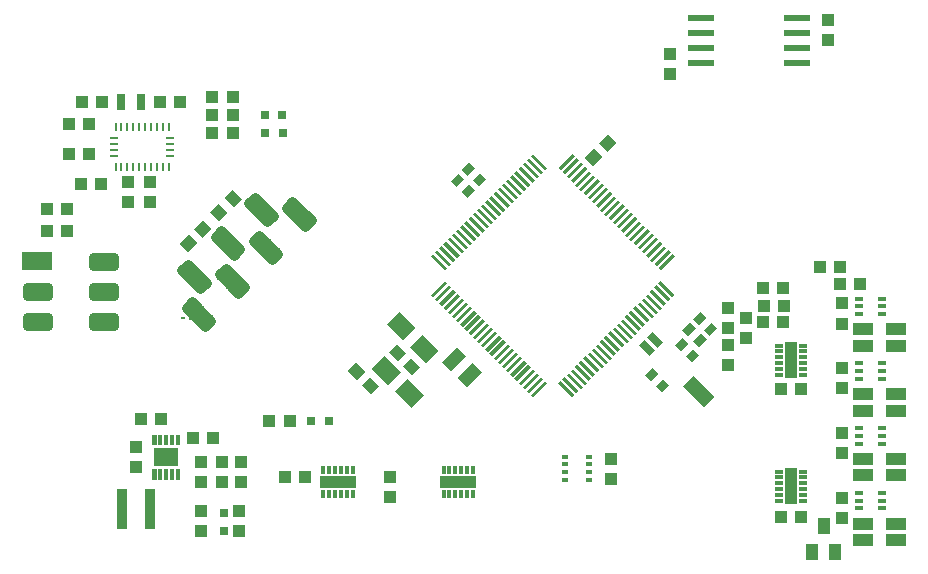
<source format=gtp>
G75*
%MOIN*%
%OFA0B0*%
%FSLAX25Y25*%
%IPPOS*%
%LPD*%
%AMOC8*
5,1,8,0,0,1.08239X$1,22.5*
%
%ADD10R,0.04331X0.03937*%
%ADD11R,0.07677X0.05906*%
%ADD12R,0.08465X0.06299*%
%ADD13C,0.00011*%
%ADD14R,0.03800X0.13200*%
%ADD15R,0.03937X0.04331*%
%ADD16R,0.03150X0.03150*%
%ADD17R,0.01200X0.02600*%
%ADD18R,0.12200X0.03900*%
%ADD19R,0.02600X0.01200*%
%ADD20R,0.03900X0.12200*%
%ADD21R,0.02756X0.03543*%
%ADD22R,0.05000X0.02500*%
%ADD23R,0.10000X0.05000*%
%ADD24R,0.08700X0.02400*%
%ADD25R,0.01969X0.01378*%
%ADD26R,0.01100X0.06600*%
%ADD27R,0.04331X0.07087*%
%ADD28C,0.00030*%
%ADD29R,0.00984X0.02657*%
%ADD30R,0.02657X0.00984*%
%ADD31R,0.02756X0.05512*%
%ADD32R,0.02953X0.01181*%
%ADD33R,0.06800X0.04330*%
%ADD34R,0.03937X0.05512*%
%ADD35R,0.10000X0.06000*%
%ADD36C,0.03000*%
D10*
X0070689Y0023785D03*
X0070689Y0030478D03*
X0083531Y0030461D03*
X0083531Y0023769D03*
X0098891Y0041931D03*
X0105583Y0041931D03*
X0074858Y0054806D03*
X0068166Y0054806D03*
G36*
X0122610Y0074176D02*
X0119549Y0077237D01*
X0122332Y0080020D01*
X0125393Y0076959D01*
X0122610Y0074176D01*
G37*
G36*
X0127342Y0069443D02*
X0124281Y0072504D01*
X0127064Y0075287D01*
X0130125Y0072226D01*
X0127342Y0069443D01*
G37*
G36*
X0141142Y0075643D02*
X0138081Y0078704D01*
X0140864Y0081487D01*
X0143925Y0078426D01*
X0141142Y0075643D01*
G37*
G36*
X0136410Y0080376D02*
X0133349Y0083437D01*
X0136132Y0086220D01*
X0139193Y0083159D01*
X0136410Y0080376D01*
G37*
G36*
X0074220Y0124620D02*
X0071159Y0121559D01*
X0068376Y0124342D01*
X0071437Y0127403D01*
X0074220Y0124620D01*
G37*
G36*
X0069487Y0119888D02*
X0066426Y0116827D01*
X0063643Y0119610D01*
X0066704Y0122671D01*
X0069487Y0119888D01*
G37*
X0053731Y0133569D03*
X0053731Y0140261D03*
X0033292Y0149352D03*
X0026599Y0149352D03*
X0026599Y0159352D03*
X0033292Y0159352D03*
X0031185Y0166915D03*
X0037878Y0166915D03*
X0056985Y0166915D03*
X0063678Y0166915D03*
G36*
X0198738Y0148289D02*
X0201799Y0151350D01*
X0204582Y0148567D01*
X0201521Y0145506D01*
X0198738Y0148289D01*
G37*
G36*
X0203470Y0153022D02*
X0206531Y0156083D01*
X0209314Y0153300D01*
X0206253Y0150239D01*
X0203470Y0153022D01*
G37*
X0257985Y0104715D03*
X0264678Y0104715D03*
X0276985Y0111915D03*
X0283678Y0111915D03*
X0264878Y0093315D03*
X0258185Y0093315D03*
X0252531Y0094861D03*
X0252531Y0088169D03*
X0246531Y0085861D03*
X0246531Y0079169D03*
X0264185Y0071115D03*
X0270878Y0071115D03*
X0270878Y0028515D03*
X0264185Y0028515D03*
X0279601Y0187498D03*
X0279601Y0194191D03*
D11*
G36*
X0138234Y0087358D02*
X0132808Y0092784D01*
X0136984Y0096960D01*
X0142410Y0091534D01*
X0138234Y0087358D01*
G37*
G36*
X0145890Y0079703D02*
X0140464Y0085129D01*
X0144640Y0089305D01*
X0150066Y0083879D01*
X0145890Y0079703D01*
G37*
G36*
X0133129Y0072542D02*
X0127703Y0077968D01*
X0131879Y0082144D01*
X0137305Y0076718D01*
X0133129Y0072542D01*
G37*
G36*
X0140784Y0064886D02*
X0135358Y0070312D01*
X0139534Y0074488D01*
X0144960Y0069062D01*
X0140784Y0064886D01*
G37*
D12*
X0059012Y0048556D03*
D13*
X0059558Y0044418D02*
X0059558Y0041180D01*
X0058466Y0041180D01*
X0058466Y0044418D01*
X0059558Y0044418D01*
X0059558Y0041190D02*
X0058466Y0041190D01*
X0058466Y0041200D02*
X0059558Y0041200D01*
X0059558Y0041210D02*
X0058466Y0041210D01*
X0058466Y0041220D02*
X0059558Y0041220D01*
X0059558Y0041230D02*
X0058466Y0041230D01*
X0058466Y0041240D02*
X0059558Y0041240D01*
X0059558Y0041250D02*
X0058466Y0041250D01*
X0058466Y0041260D02*
X0059558Y0041260D01*
X0059558Y0041270D02*
X0058466Y0041270D01*
X0058466Y0041280D02*
X0059558Y0041280D01*
X0059558Y0041290D02*
X0058466Y0041290D01*
X0058466Y0041300D02*
X0059558Y0041300D01*
X0059558Y0041310D02*
X0058466Y0041310D01*
X0058466Y0041320D02*
X0059558Y0041320D01*
X0059558Y0041330D02*
X0058466Y0041330D01*
X0058466Y0041340D02*
X0059558Y0041340D01*
X0059558Y0041350D02*
X0058466Y0041350D01*
X0058466Y0041360D02*
X0059558Y0041360D01*
X0059558Y0041370D02*
X0058466Y0041370D01*
X0058466Y0041380D02*
X0059558Y0041380D01*
X0059558Y0041390D02*
X0058466Y0041390D01*
X0058466Y0041400D02*
X0059558Y0041400D01*
X0059558Y0041410D02*
X0058466Y0041410D01*
X0058466Y0041420D02*
X0059558Y0041420D01*
X0059558Y0041430D02*
X0058466Y0041430D01*
X0058466Y0041440D02*
X0059558Y0041440D01*
X0059558Y0041450D02*
X0058466Y0041450D01*
X0058466Y0041460D02*
X0059558Y0041460D01*
X0059558Y0041470D02*
X0058466Y0041470D01*
X0058466Y0041480D02*
X0059558Y0041480D01*
X0059558Y0041490D02*
X0058466Y0041490D01*
X0058466Y0041500D02*
X0059558Y0041500D01*
X0059558Y0041510D02*
X0058466Y0041510D01*
X0058466Y0041520D02*
X0059558Y0041520D01*
X0059558Y0041530D02*
X0058466Y0041530D01*
X0058466Y0041540D02*
X0059558Y0041540D01*
X0059558Y0041550D02*
X0058466Y0041550D01*
X0058466Y0041560D02*
X0059558Y0041560D01*
X0059558Y0041570D02*
X0058466Y0041570D01*
X0058466Y0041580D02*
X0059558Y0041580D01*
X0059558Y0041590D02*
X0058466Y0041590D01*
X0058466Y0041600D02*
X0059558Y0041600D01*
X0059558Y0041610D02*
X0058466Y0041610D01*
X0058466Y0041620D02*
X0059558Y0041620D01*
X0059558Y0041630D02*
X0058466Y0041630D01*
X0058466Y0041640D02*
X0059558Y0041640D01*
X0059558Y0041650D02*
X0058466Y0041650D01*
X0058466Y0041660D02*
X0059558Y0041660D01*
X0059558Y0041670D02*
X0058466Y0041670D01*
X0058466Y0041680D02*
X0059558Y0041680D01*
X0059558Y0041690D02*
X0058466Y0041690D01*
X0058466Y0041700D02*
X0059558Y0041700D01*
X0059558Y0041710D02*
X0058466Y0041710D01*
X0058466Y0041720D02*
X0059558Y0041720D01*
X0059558Y0041730D02*
X0058466Y0041730D01*
X0058466Y0041740D02*
X0059558Y0041740D01*
X0059558Y0041750D02*
X0058466Y0041750D01*
X0058466Y0041760D02*
X0059558Y0041760D01*
X0059558Y0041770D02*
X0058466Y0041770D01*
X0058466Y0041780D02*
X0059558Y0041780D01*
X0059558Y0041790D02*
X0058466Y0041790D01*
X0058466Y0041800D02*
X0059558Y0041800D01*
X0059558Y0041810D02*
X0058466Y0041810D01*
X0058466Y0041820D02*
X0059558Y0041820D01*
X0059558Y0041830D02*
X0058466Y0041830D01*
X0058466Y0041840D02*
X0059558Y0041840D01*
X0059558Y0041850D02*
X0058466Y0041850D01*
X0058466Y0041860D02*
X0059558Y0041860D01*
X0059558Y0041870D02*
X0058466Y0041870D01*
X0058466Y0041880D02*
X0059558Y0041880D01*
X0059558Y0041890D02*
X0058466Y0041890D01*
X0058466Y0041900D02*
X0059558Y0041900D01*
X0059558Y0041910D02*
X0058466Y0041910D01*
X0058466Y0041920D02*
X0059558Y0041920D01*
X0059558Y0041930D02*
X0058466Y0041930D01*
X0058466Y0041940D02*
X0059558Y0041940D01*
X0059558Y0041950D02*
X0058466Y0041950D01*
X0058466Y0041960D02*
X0059558Y0041960D01*
X0059558Y0041970D02*
X0058466Y0041970D01*
X0058466Y0041980D02*
X0059558Y0041980D01*
X0059558Y0041990D02*
X0058466Y0041990D01*
X0058466Y0042000D02*
X0059558Y0042000D01*
X0059558Y0042010D02*
X0058466Y0042010D01*
X0058466Y0042020D02*
X0059558Y0042020D01*
X0059558Y0042030D02*
X0058466Y0042030D01*
X0058466Y0042040D02*
X0059558Y0042040D01*
X0059558Y0042050D02*
X0058466Y0042050D01*
X0058466Y0042060D02*
X0059558Y0042060D01*
X0059558Y0042070D02*
X0058466Y0042070D01*
X0058466Y0042080D02*
X0059558Y0042080D01*
X0059558Y0042090D02*
X0058466Y0042090D01*
X0058466Y0042100D02*
X0059558Y0042100D01*
X0059558Y0042110D02*
X0058466Y0042110D01*
X0058466Y0042120D02*
X0059558Y0042120D01*
X0059558Y0042130D02*
X0058466Y0042130D01*
X0058466Y0042140D02*
X0059558Y0042140D01*
X0059558Y0042150D02*
X0058466Y0042150D01*
X0058466Y0042160D02*
X0059558Y0042160D01*
X0059558Y0042170D02*
X0058466Y0042170D01*
X0058466Y0042180D02*
X0059558Y0042180D01*
X0059558Y0042190D02*
X0058466Y0042190D01*
X0058466Y0042200D02*
X0059558Y0042200D01*
X0059558Y0042210D02*
X0058466Y0042210D01*
X0058466Y0042220D02*
X0059558Y0042220D01*
X0059558Y0042230D02*
X0058466Y0042230D01*
X0058466Y0042240D02*
X0059558Y0042240D01*
X0059558Y0042250D02*
X0058466Y0042250D01*
X0058466Y0042260D02*
X0059558Y0042260D01*
X0059558Y0042270D02*
X0058466Y0042270D01*
X0058466Y0042280D02*
X0059558Y0042280D01*
X0059558Y0042290D02*
X0058466Y0042290D01*
X0058466Y0042300D02*
X0059558Y0042300D01*
X0059558Y0042310D02*
X0058466Y0042310D01*
X0058466Y0042320D02*
X0059558Y0042320D01*
X0059558Y0042330D02*
X0058466Y0042330D01*
X0058466Y0042340D02*
X0059558Y0042340D01*
X0059558Y0042350D02*
X0058466Y0042350D01*
X0058466Y0042360D02*
X0059558Y0042360D01*
X0059558Y0042370D02*
X0058466Y0042370D01*
X0058466Y0042380D02*
X0059558Y0042380D01*
X0059558Y0042390D02*
X0058466Y0042390D01*
X0058466Y0042400D02*
X0059558Y0042400D01*
X0059558Y0042410D02*
X0058466Y0042410D01*
X0058466Y0042420D02*
X0059558Y0042420D01*
X0059558Y0042430D02*
X0058466Y0042430D01*
X0058466Y0042440D02*
X0059558Y0042440D01*
X0059558Y0042450D02*
X0058466Y0042450D01*
X0058466Y0042460D02*
X0059558Y0042460D01*
X0059558Y0042470D02*
X0058466Y0042470D01*
X0058466Y0042480D02*
X0059558Y0042480D01*
X0059558Y0042490D02*
X0058466Y0042490D01*
X0058466Y0042500D02*
X0059558Y0042500D01*
X0059558Y0042510D02*
X0058466Y0042510D01*
X0058466Y0042520D02*
X0059558Y0042520D01*
X0059558Y0042530D02*
X0058466Y0042530D01*
X0058466Y0042540D02*
X0059558Y0042540D01*
X0059558Y0042550D02*
X0058466Y0042550D01*
X0058466Y0042560D02*
X0059558Y0042560D01*
X0059558Y0042570D02*
X0058466Y0042570D01*
X0058466Y0042580D02*
X0059558Y0042580D01*
X0059558Y0042590D02*
X0058466Y0042590D01*
X0058466Y0042600D02*
X0059558Y0042600D01*
X0059558Y0042610D02*
X0058466Y0042610D01*
X0058466Y0042620D02*
X0059558Y0042620D01*
X0059558Y0042630D02*
X0058466Y0042630D01*
X0058466Y0042640D02*
X0059558Y0042640D01*
X0059558Y0042650D02*
X0058466Y0042650D01*
X0058466Y0042660D02*
X0059558Y0042660D01*
X0059558Y0042670D02*
X0058466Y0042670D01*
X0058466Y0042680D02*
X0059558Y0042680D01*
X0059558Y0042690D02*
X0058466Y0042690D01*
X0058466Y0042700D02*
X0059558Y0042700D01*
X0059558Y0042710D02*
X0058466Y0042710D01*
X0058466Y0042720D02*
X0059558Y0042720D01*
X0059558Y0042730D02*
X0058466Y0042730D01*
X0058466Y0042740D02*
X0059558Y0042740D01*
X0059558Y0042750D02*
X0058466Y0042750D01*
X0058466Y0042760D02*
X0059558Y0042760D01*
X0059558Y0042770D02*
X0058466Y0042770D01*
X0058466Y0042780D02*
X0059558Y0042780D01*
X0059558Y0042790D02*
X0058466Y0042790D01*
X0058466Y0042800D02*
X0059558Y0042800D01*
X0059558Y0042810D02*
X0058466Y0042810D01*
X0058466Y0042820D02*
X0059558Y0042820D01*
X0059558Y0042830D02*
X0058466Y0042830D01*
X0058466Y0042840D02*
X0059558Y0042840D01*
X0059558Y0042850D02*
X0058466Y0042850D01*
X0058466Y0042860D02*
X0059558Y0042860D01*
X0059558Y0042870D02*
X0058466Y0042870D01*
X0058466Y0042880D02*
X0059558Y0042880D01*
X0059558Y0042890D02*
X0058466Y0042890D01*
X0058466Y0042900D02*
X0059558Y0042900D01*
X0059558Y0042910D02*
X0058466Y0042910D01*
X0058466Y0042920D02*
X0059558Y0042920D01*
X0059558Y0042930D02*
X0058466Y0042930D01*
X0058466Y0042940D02*
X0059558Y0042940D01*
X0059558Y0042950D02*
X0058466Y0042950D01*
X0058466Y0042960D02*
X0059558Y0042960D01*
X0059558Y0042970D02*
X0058466Y0042970D01*
X0058466Y0042980D02*
X0059558Y0042980D01*
X0059558Y0042990D02*
X0058466Y0042990D01*
X0058466Y0043000D02*
X0059558Y0043000D01*
X0059558Y0043010D02*
X0058466Y0043010D01*
X0058466Y0043020D02*
X0059558Y0043020D01*
X0059558Y0043030D02*
X0058466Y0043030D01*
X0058466Y0043040D02*
X0059558Y0043040D01*
X0059558Y0043050D02*
X0058466Y0043050D01*
X0058466Y0043060D02*
X0059558Y0043060D01*
X0059558Y0043070D02*
X0058466Y0043070D01*
X0058466Y0043080D02*
X0059558Y0043080D01*
X0059558Y0043090D02*
X0058466Y0043090D01*
X0058466Y0043100D02*
X0059558Y0043100D01*
X0059558Y0043110D02*
X0058466Y0043110D01*
X0058466Y0043120D02*
X0059558Y0043120D01*
X0059558Y0043130D02*
X0058466Y0043130D01*
X0058466Y0043140D02*
X0059558Y0043140D01*
X0059558Y0043150D02*
X0058466Y0043150D01*
X0058466Y0043160D02*
X0059558Y0043160D01*
X0059558Y0043170D02*
X0058466Y0043170D01*
X0058466Y0043180D02*
X0059558Y0043180D01*
X0059558Y0043190D02*
X0058466Y0043190D01*
X0058466Y0043200D02*
X0059558Y0043200D01*
X0059558Y0043210D02*
X0058466Y0043210D01*
X0058466Y0043220D02*
X0059558Y0043220D01*
X0059558Y0043230D02*
X0058466Y0043230D01*
X0058466Y0043240D02*
X0059558Y0043240D01*
X0059558Y0043250D02*
X0058466Y0043250D01*
X0058466Y0043260D02*
X0059558Y0043260D01*
X0059558Y0043270D02*
X0058466Y0043270D01*
X0058466Y0043280D02*
X0059558Y0043280D01*
X0059558Y0043290D02*
X0058466Y0043290D01*
X0058466Y0043300D02*
X0059558Y0043300D01*
X0059558Y0043310D02*
X0058466Y0043310D01*
X0058466Y0043320D02*
X0059558Y0043320D01*
X0059558Y0043330D02*
X0058466Y0043330D01*
X0058466Y0043340D02*
X0059558Y0043340D01*
X0059558Y0043350D02*
X0058466Y0043350D01*
X0058466Y0043360D02*
X0059558Y0043360D01*
X0059558Y0043370D02*
X0058466Y0043370D01*
X0058466Y0043380D02*
X0059558Y0043380D01*
X0059558Y0043390D02*
X0058466Y0043390D01*
X0058466Y0043400D02*
X0059558Y0043400D01*
X0059558Y0043410D02*
X0058466Y0043410D01*
X0058466Y0043420D02*
X0059558Y0043420D01*
X0059558Y0043430D02*
X0058466Y0043430D01*
X0058466Y0043440D02*
X0059558Y0043440D01*
X0059558Y0043450D02*
X0058466Y0043450D01*
X0058466Y0043460D02*
X0059558Y0043460D01*
X0059558Y0043470D02*
X0058466Y0043470D01*
X0058466Y0043480D02*
X0059558Y0043480D01*
X0059558Y0043490D02*
X0058466Y0043490D01*
X0058466Y0043500D02*
X0059558Y0043500D01*
X0059558Y0043510D02*
X0058466Y0043510D01*
X0058466Y0043520D02*
X0059558Y0043520D01*
X0059558Y0043530D02*
X0058466Y0043530D01*
X0058466Y0043540D02*
X0059558Y0043540D01*
X0059558Y0043550D02*
X0058466Y0043550D01*
X0058466Y0043560D02*
X0059558Y0043560D01*
X0059558Y0043570D02*
X0058466Y0043570D01*
X0058466Y0043580D02*
X0059558Y0043580D01*
X0059558Y0043590D02*
X0058466Y0043590D01*
X0058466Y0043600D02*
X0059558Y0043600D01*
X0059558Y0043610D02*
X0058466Y0043610D01*
X0058466Y0043620D02*
X0059558Y0043620D01*
X0059558Y0043630D02*
X0058466Y0043630D01*
X0058466Y0043640D02*
X0059558Y0043640D01*
X0059558Y0043650D02*
X0058466Y0043650D01*
X0058466Y0043660D02*
X0059558Y0043660D01*
X0059558Y0043670D02*
X0058466Y0043670D01*
X0058466Y0043680D02*
X0059558Y0043680D01*
X0059558Y0043690D02*
X0058466Y0043690D01*
X0058466Y0043700D02*
X0059558Y0043700D01*
X0059558Y0043710D02*
X0058466Y0043710D01*
X0058466Y0043720D02*
X0059558Y0043720D01*
X0059558Y0043730D02*
X0058466Y0043730D01*
X0058466Y0043740D02*
X0059558Y0043740D01*
X0059558Y0043750D02*
X0058466Y0043750D01*
X0058466Y0043760D02*
X0059558Y0043760D01*
X0059558Y0043770D02*
X0058466Y0043770D01*
X0058466Y0043780D02*
X0059558Y0043780D01*
X0059558Y0043790D02*
X0058466Y0043790D01*
X0058466Y0043800D02*
X0059558Y0043800D01*
X0059558Y0043810D02*
X0058466Y0043810D01*
X0058466Y0043820D02*
X0059558Y0043820D01*
X0059558Y0043830D02*
X0058466Y0043830D01*
X0058466Y0043840D02*
X0059558Y0043840D01*
X0059558Y0043850D02*
X0058466Y0043850D01*
X0058466Y0043860D02*
X0059558Y0043860D01*
X0059558Y0043870D02*
X0058466Y0043870D01*
X0058466Y0043880D02*
X0059558Y0043880D01*
X0059558Y0043890D02*
X0058466Y0043890D01*
X0058466Y0043900D02*
X0059558Y0043900D01*
X0059558Y0043910D02*
X0058466Y0043910D01*
X0058466Y0043920D02*
X0059558Y0043920D01*
X0059558Y0043930D02*
X0058466Y0043930D01*
X0058466Y0043940D02*
X0059558Y0043940D01*
X0059558Y0043950D02*
X0058466Y0043950D01*
X0058466Y0043960D02*
X0059558Y0043960D01*
X0059558Y0043970D02*
X0058466Y0043970D01*
X0058466Y0043980D02*
X0059558Y0043980D01*
X0059558Y0043990D02*
X0058466Y0043990D01*
X0058466Y0044000D02*
X0059558Y0044000D01*
X0059558Y0044010D02*
X0058466Y0044010D01*
X0058466Y0044020D02*
X0059558Y0044020D01*
X0059558Y0044030D02*
X0058466Y0044030D01*
X0058466Y0044040D02*
X0059558Y0044040D01*
X0059558Y0044050D02*
X0058466Y0044050D01*
X0058466Y0044060D02*
X0059558Y0044060D01*
X0059558Y0044070D02*
X0058466Y0044070D01*
X0058466Y0044080D02*
X0059558Y0044080D01*
X0059558Y0044090D02*
X0058466Y0044090D01*
X0058466Y0044100D02*
X0059558Y0044100D01*
X0059558Y0044110D02*
X0058466Y0044110D01*
X0058466Y0044120D02*
X0059558Y0044120D01*
X0059558Y0044130D02*
X0058466Y0044130D01*
X0058466Y0044140D02*
X0059558Y0044140D01*
X0059558Y0044150D02*
X0058466Y0044150D01*
X0058466Y0044160D02*
X0059558Y0044160D01*
X0059558Y0044170D02*
X0058466Y0044170D01*
X0058466Y0044180D02*
X0059558Y0044180D01*
X0059558Y0044190D02*
X0058466Y0044190D01*
X0058466Y0044200D02*
X0059558Y0044200D01*
X0059558Y0044210D02*
X0058466Y0044210D01*
X0058466Y0044220D02*
X0059558Y0044220D01*
X0059558Y0044230D02*
X0058466Y0044230D01*
X0058466Y0044240D02*
X0059558Y0044240D01*
X0059558Y0044250D02*
X0058466Y0044250D01*
X0058466Y0044260D02*
X0059558Y0044260D01*
X0059558Y0044270D02*
X0058466Y0044270D01*
X0058466Y0044280D02*
X0059558Y0044280D01*
X0059558Y0044290D02*
X0058466Y0044290D01*
X0058466Y0044300D02*
X0059558Y0044300D01*
X0059558Y0044310D02*
X0058466Y0044310D01*
X0058466Y0044320D02*
X0059558Y0044320D01*
X0059558Y0044330D02*
X0058466Y0044330D01*
X0058466Y0044340D02*
X0059558Y0044340D01*
X0059558Y0044350D02*
X0058466Y0044350D01*
X0058466Y0044360D02*
X0059558Y0044360D01*
X0059558Y0044370D02*
X0058466Y0044370D01*
X0058466Y0044380D02*
X0059558Y0044380D01*
X0059558Y0044390D02*
X0058466Y0044390D01*
X0058466Y0044400D02*
X0059558Y0044400D01*
X0059558Y0044410D02*
X0058466Y0044410D01*
X0057590Y0044418D02*
X0057590Y0041180D01*
X0056498Y0041180D01*
X0056498Y0044418D01*
X0057590Y0044418D01*
X0057590Y0041190D02*
X0056498Y0041190D01*
X0056498Y0041200D02*
X0057590Y0041200D01*
X0057590Y0041210D02*
X0056498Y0041210D01*
X0056498Y0041220D02*
X0057590Y0041220D01*
X0057590Y0041230D02*
X0056498Y0041230D01*
X0056498Y0041240D02*
X0057590Y0041240D01*
X0057590Y0041250D02*
X0056498Y0041250D01*
X0056498Y0041260D02*
X0057590Y0041260D01*
X0057590Y0041270D02*
X0056498Y0041270D01*
X0056498Y0041280D02*
X0057590Y0041280D01*
X0057590Y0041290D02*
X0056498Y0041290D01*
X0056498Y0041300D02*
X0057590Y0041300D01*
X0057590Y0041310D02*
X0056498Y0041310D01*
X0056498Y0041320D02*
X0057590Y0041320D01*
X0057590Y0041330D02*
X0056498Y0041330D01*
X0056498Y0041340D02*
X0057590Y0041340D01*
X0057590Y0041350D02*
X0056498Y0041350D01*
X0056498Y0041360D02*
X0057590Y0041360D01*
X0057590Y0041370D02*
X0056498Y0041370D01*
X0056498Y0041380D02*
X0057590Y0041380D01*
X0057590Y0041390D02*
X0056498Y0041390D01*
X0056498Y0041400D02*
X0057590Y0041400D01*
X0057590Y0041410D02*
X0056498Y0041410D01*
X0056498Y0041420D02*
X0057590Y0041420D01*
X0057590Y0041430D02*
X0056498Y0041430D01*
X0056498Y0041440D02*
X0057590Y0041440D01*
X0057590Y0041450D02*
X0056498Y0041450D01*
X0056498Y0041460D02*
X0057590Y0041460D01*
X0057590Y0041470D02*
X0056498Y0041470D01*
X0056498Y0041480D02*
X0057590Y0041480D01*
X0057590Y0041490D02*
X0056498Y0041490D01*
X0056498Y0041500D02*
X0057590Y0041500D01*
X0057590Y0041510D02*
X0056498Y0041510D01*
X0056498Y0041520D02*
X0057590Y0041520D01*
X0057590Y0041530D02*
X0056498Y0041530D01*
X0056498Y0041540D02*
X0057590Y0041540D01*
X0057590Y0041550D02*
X0056498Y0041550D01*
X0056498Y0041560D02*
X0057590Y0041560D01*
X0057590Y0041570D02*
X0056498Y0041570D01*
X0056498Y0041580D02*
X0057590Y0041580D01*
X0057590Y0041590D02*
X0056498Y0041590D01*
X0056498Y0041600D02*
X0057590Y0041600D01*
X0057590Y0041610D02*
X0056498Y0041610D01*
X0056498Y0041620D02*
X0057590Y0041620D01*
X0057590Y0041630D02*
X0056498Y0041630D01*
X0056498Y0041640D02*
X0057590Y0041640D01*
X0057590Y0041650D02*
X0056498Y0041650D01*
X0056498Y0041660D02*
X0057590Y0041660D01*
X0057590Y0041670D02*
X0056498Y0041670D01*
X0056498Y0041680D02*
X0057590Y0041680D01*
X0057590Y0041690D02*
X0056498Y0041690D01*
X0056498Y0041700D02*
X0057590Y0041700D01*
X0057590Y0041710D02*
X0056498Y0041710D01*
X0056498Y0041720D02*
X0057590Y0041720D01*
X0057590Y0041730D02*
X0056498Y0041730D01*
X0056498Y0041740D02*
X0057590Y0041740D01*
X0057590Y0041750D02*
X0056498Y0041750D01*
X0056498Y0041760D02*
X0057590Y0041760D01*
X0057590Y0041770D02*
X0056498Y0041770D01*
X0056498Y0041780D02*
X0057590Y0041780D01*
X0057590Y0041790D02*
X0056498Y0041790D01*
X0056498Y0041800D02*
X0057590Y0041800D01*
X0057590Y0041810D02*
X0056498Y0041810D01*
X0056498Y0041820D02*
X0057590Y0041820D01*
X0057590Y0041830D02*
X0056498Y0041830D01*
X0056498Y0041840D02*
X0057590Y0041840D01*
X0057590Y0041850D02*
X0056498Y0041850D01*
X0056498Y0041860D02*
X0057590Y0041860D01*
X0057590Y0041870D02*
X0056498Y0041870D01*
X0056498Y0041880D02*
X0057590Y0041880D01*
X0057590Y0041890D02*
X0056498Y0041890D01*
X0056498Y0041900D02*
X0057590Y0041900D01*
X0057590Y0041910D02*
X0056498Y0041910D01*
X0056498Y0041920D02*
X0057590Y0041920D01*
X0057590Y0041930D02*
X0056498Y0041930D01*
X0056498Y0041940D02*
X0057590Y0041940D01*
X0057590Y0041950D02*
X0056498Y0041950D01*
X0056498Y0041960D02*
X0057590Y0041960D01*
X0057590Y0041970D02*
X0056498Y0041970D01*
X0056498Y0041980D02*
X0057590Y0041980D01*
X0057590Y0041990D02*
X0056498Y0041990D01*
X0056498Y0042000D02*
X0057590Y0042000D01*
X0057590Y0042010D02*
X0056498Y0042010D01*
X0056498Y0042020D02*
X0057590Y0042020D01*
X0057590Y0042030D02*
X0056498Y0042030D01*
X0056498Y0042040D02*
X0057590Y0042040D01*
X0057590Y0042050D02*
X0056498Y0042050D01*
X0056498Y0042060D02*
X0057590Y0042060D01*
X0057590Y0042070D02*
X0056498Y0042070D01*
X0056498Y0042080D02*
X0057590Y0042080D01*
X0057590Y0042090D02*
X0056498Y0042090D01*
X0056498Y0042100D02*
X0057590Y0042100D01*
X0057590Y0042110D02*
X0056498Y0042110D01*
X0056498Y0042120D02*
X0057590Y0042120D01*
X0057590Y0042130D02*
X0056498Y0042130D01*
X0056498Y0042140D02*
X0057590Y0042140D01*
X0057590Y0042150D02*
X0056498Y0042150D01*
X0056498Y0042160D02*
X0057590Y0042160D01*
X0057590Y0042170D02*
X0056498Y0042170D01*
X0056498Y0042180D02*
X0057590Y0042180D01*
X0057590Y0042190D02*
X0056498Y0042190D01*
X0056498Y0042200D02*
X0057590Y0042200D01*
X0057590Y0042210D02*
X0056498Y0042210D01*
X0056498Y0042220D02*
X0057590Y0042220D01*
X0057590Y0042230D02*
X0056498Y0042230D01*
X0056498Y0042240D02*
X0057590Y0042240D01*
X0057590Y0042250D02*
X0056498Y0042250D01*
X0056498Y0042260D02*
X0057590Y0042260D01*
X0057590Y0042270D02*
X0056498Y0042270D01*
X0056498Y0042280D02*
X0057590Y0042280D01*
X0057590Y0042290D02*
X0056498Y0042290D01*
X0056498Y0042300D02*
X0057590Y0042300D01*
X0057590Y0042310D02*
X0056498Y0042310D01*
X0056498Y0042320D02*
X0057590Y0042320D01*
X0057590Y0042330D02*
X0056498Y0042330D01*
X0056498Y0042340D02*
X0057590Y0042340D01*
X0057590Y0042350D02*
X0056498Y0042350D01*
X0056498Y0042360D02*
X0057590Y0042360D01*
X0057590Y0042370D02*
X0056498Y0042370D01*
X0056498Y0042380D02*
X0057590Y0042380D01*
X0057590Y0042390D02*
X0056498Y0042390D01*
X0056498Y0042400D02*
X0057590Y0042400D01*
X0057590Y0042410D02*
X0056498Y0042410D01*
X0056498Y0042420D02*
X0057590Y0042420D01*
X0057590Y0042430D02*
X0056498Y0042430D01*
X0056498Y0042440D02*
X0057590Y0042440D01*
X0057590Y0042450D02*
X0056498Y0042450D01*
X0056498Y0042460D02*
X0057590Y0042460D01*
X0057590Y0042470D02*
X0056498Y0042470D01*
X0056498Y0042480D02*
X0057590Y0042480D01*
X0057590Y0042490D02*
X0056498Y0042490D01*
X0056498Y0042500D02*
X0057590Y0042500D01*
X0057590Y0042510D02*
X0056498Y0042510D01*
X0056498Y0042520D02*
X0057590Y0042520D01*
X0057590Y0042530D02*
X0056498Y0042530D01*
X0056498Y0042540D02*
X0057590Y0042540D01*
X0057590Y0042550D02*
X0056498Y0042550D01*
X0056498Y0042560D02*
X0057590Y0042560D01*
X0057590Y0042570D02*
X0056498Y0042570D01*
X0056498Y0042580D02*
X0057590Y0042580D01*
X0057590Y0042590D02*
X0056498Y0042590D01*
X0056498Y0042600D02*
X0057590Y0042600D01*
X0057590Y0042610D02*
X0056498Y0042610D01*
X0056498Y0042620D02*
X0057590Y0042620D01*
X0057590Y0042630D02*
X0056498Y0042630D01*
X0056498Y0042640D02*
X0057590Y0042640D01*
X0057590Y0042650D02*
X0056498Y0042650D01*
X0056498Y0042660D02*
X0057590Y0042660D01*
X0057590Y0042670D02*
X0056498Y0042670D01*
X0056498Y0042680D02*
X0057590Y0042680D01*
X0057590Y0042690D02*
X0056498Y0042690D01*
X0056498Y0042700D02*
X0057590Y0042700D01*
X0057590Y0042710D02*
X0056498Y0042710D01*
X0056498Y0042720D02*
X0057590Y0042720D01*
X0057590Y0042730D02*
X0056498Y0042730D01*
X0056498Y0042740D02*
X0057590Y0042740D01*
X0057590Y0042750D02*
X0056498Y0042750D01*
X0056498Y0042760D02*
X0057590Y0042760D01*
X0057590Y0042770D02*
X0056498Y0042770D01*
X0056498Y0042780D02*
X0057590Y0042780D01*
X0057590Y0042790D02*
X0056498Y0042790D01*
X0056498Y0042800D02*
X0057590Y0042800D01*
X0057590Y0042810D02*
X0056498Y0042810D01*
X0056498Y0042820D02*
X0057590Y0042820D01*
X0057590Y0042830D02*
X0056498Y0042830D01*
X0056498Y0042840D02*
X0057590Y0042840D01*
X0057590Y0042850D02*
X0056498Y0042850D01*
X0056498Y0042860D02*
X0057590Y0042860D01*
X0057590Y0042870D02*
X0056498Y0042870D01*
X0056498Y0042880D02*
X0057590Y0042880D01*
X0057590Y0042890D02*
X0056498Y0042890D01*
X0056498Y0042900D02*
X0057590Y0042900D01*
X0057590Y0042910D02*
X0056498Y0042910D01*
X0056498Y0042920D02*
X0057590Y0042920D01*
X0057590Y0042930D02*
X0056498Y0042930D01*
X0056498Y0042940D02*
X0057590Y0042940D01*
X0057590Y0042950D02*
X0056498Y0042950D01*
X0056498Y0042960D02*
X0057590Y0042960D01*
X0057590Y0042970D02*
X0056498Y0042970D01*
X0056498Y0042980D02*
X0057590Y0042980D01*
X0057590Y0042990D02*
X0056498Y0042990D01*
X0056498Y0043000D02*
X0057590Y0043000D01*
X0057590Y0043010D02*
X0056498Y0043010D01*
X0056498Y0043020D02*
X0057590Y0043020D01*
X0057590Y0043030D02*
X0056498Y0043030D01*
X0056498Y0043040D02*
X0057590Y0043040D01*
X0057590Y0043050D02*
X0056498Y0043050D01*
X0056498Y0043060D02*
X0057590Y0043060D01*
X0057590Y0043070D02*
X0056498Y0043070D01*
X0056498Y0043080D02*
X0057590Y0043080D01*
X0057590Y0043090D02*
X0056498Y0043090D01*
X0056498Y0043100D02*
X0057590Y0043100D01*
X0057590Y0043110D02*
X0056498Y0043110D01*
X0056498Y0043120D02*
X0057590Y0043120D01*
X0057590Y0043130D02*
X0056498Y0043130D01*
X0056498Y0043140D02*
X0057590Y0043140D01*
X0057590Y0043150D02*
X0056498Y0043150D01*
X0056498Y0043160D02*
X0057590Y0043160D01*
X0057590Y0043170D02*
X0056498Y0043170D01*
X0056498Y0043180D02*
X0057590Y0043180D01*
X0057590Y0043190D02*
X0056498Y0043190D01*
X0056498Y0043200D02*
X0057590Y0043200D01*
X0057590Y0043210D02*
X0056498Y0043210D01*
X0056498Y0043220D02*
X0057590Y0043220D01*
X0057590Y0043230D02*
X0056498Y0043230D01*
X0056498Y0043240D02*
X0057590Y0043240D01*
X0057590Y0043250D02*
X0056498Y0043250D01*
X0056498Y0043260D02*
X0057590Y0043260D01*
X0057590Y0043270D02*
X0056498Y0043270D01*
X0056498Y0043280D02*
X0057590Y0043280D01*
X0057590Y0043290D02*
X0056498Y0043290D01*
X0056498Y0043300D02*
X0057590Y0043300D01*
X0057590Y0043310D02*
X0056498Y0043310D01*
X0056498Y0043320D02*
X0057590Y0043320D01*
X0057590Y0043330D02*
X0056498Y0043330D01*
X0056498Y0043340D02*
X0057590Y0043340D01*
X0057590Y0043350D02*
X0056498Y0043350D01*
X0056498Y0043360D02*
X0057590Y0043360D01*
X0057590Y0043370D02*
X0056498Y0043370D01*
X0056498Y0043380D02*
X0057590Y0043380D01*
X0057590Y0043390D02*
X0056498Y0043390D01*
X0056498Y0043400D02*
X0057590Y0043400D01*
X0057590Y0043410D02*
X0056498Y0043410D01*
X0056498Y0043420D02*
X0057590Y0043420D01*
X0057590Y0043430D02*
X0056498Y0043430D01*
X0056498Y0043440D02*
X0057590Y0043440D01*
X0057590Y0043450D02*
X0056498Y0043450D01*
X0056498Y0043460D02*
X0057590Y0043460D01*
X0057590Y0043470D02*
X0056498Y0043470D01*
X0056498Y0043480D02*
X0057590Y0043480D01*
X0057590Y0043490D02*
X0056498Y0043490D01*
X0056498Y0043500D02*
X0057590Y0043500D01*
X0057590Y0043510D02*
X0056498Y0043510D01*
X0056498Y0043520D02*
X0057590Y0043520D01*
X0057590Y0043530D02*
X0056498Y0043530D01*
X0056498Y0043540D02*
X0057590Y0043540D01*
X0057590Y0043550D02*
X0056498Y0043550D01*
X0056498Y0043560D02*
X0057590Y0043560D01*
X0057590Y0043570D02*
X0056498Y0043570D01*
X0056498Y0043580D02*
X0057590Y0043580D01*
X0057590Y0043590D02*
X0056498Y0043590D01*
X0056498Y0043600D02*
X0057590Y0043600D01*
X0057590Y0043610D02*
X0056498Y0043610D01*
X0056498Y0043620D02*
X0057590Y0043620D01*
X0057590Y0043630D02*
X0056498Y0043630D01*
X0056498Y0043640D02*
X0057590Y0043640D01*
X0057590Y0043650D02*
X0056498Y0043650D01*
X0056498Y0043660D02*
X0057590Y0043660D01*
X0057590Y0043670D02*
X0056498Y0043670D01*
X0056498Y0043680D02*
X0057590Y0043680D01*
X0057590Y0043690D02*
X0056498Y0043690D01*
X0056498Y0043700D02*
X0057590Y0043700D01*
X0057590Y0043710D02*
X0056498Y0043710D01*
X0056498Y0043720D02*
X0057590Y0043720D01*
X0057590Y0043730D02*
X0056498Y0043730D01*
X0056498Y0043740D02*
X0057590Y0043740D01*
X0057590Y0043750D02*
X0056498Y0043750D01*
X0056498Y0043760D02*
X0057590Y0043760D01*
X0057590Y0043770D02*
X0056498Y0043770D01*
X0056498Y0043780D02*
X0057590Y0043780D01*
X0057590Y0043790D02*
X0056498Y0043790D01*
X0056498Y0043800D02*
X0057590Y0043800D01*
X0057590Y0043810D02*
X0056498Y0043810D01*
X0056498Y0043820D02*
X0057590Y0043820D01*
X0057590Y0043830D02*
X0056498Y0043830D01*
X0056498Y0043840D02*
X0057590Y0043840D01*
X0057590Y0043850D02*
X0056498Y0043850D01*
X0056498Y0043860D02*
X0057590Y0043860D01*
X0057590Y0043870D02*
X0056498Y0043870D01*
X0056498Y0043880D02*
X0057590Y0043880D01*
X0057590Y0043890D02*
X0056498Y0043890D01*
X0056498Y0043900D02*
X0057590Y0043900D01*
X0057590Y0043910D02*
X0056498Y0043910D01*
X0056498Y0043920D02*
X0057590Y0043920D01*
X0057590Y0043930D02*
X0056498Y0043930D01*
X0056498Y0043940D02*
X0057590Y0043940D01*
X0057590Y0043950D02*
X0056498Y0043950D01*
X0056498Y0043960D02*
X0057590Y0043960D01*
X0057590Y0043970D02*
X0056498Y0043970D01*
X0056498Y0043980D02*
X0057590Y0043980D01*
X0057590Y0043990D02*
X0056498Y0043990D01*
X0056498Y0044000D02*
X0057590Y0044000D01*
X0057590Y0044010D02*
X0056498Y0044010D01*
X0056498Y0044020D02*
X0057590Y0044020D01*
X0057590Y0044030D02*
X0056498Y0044030D01*
X0056498Y0044040D02*
X0057590Y0044040D01*
X0057590Y0044050D02*
X0056498Y0044050D01*
X0056498Y0044060D02*
X0057590Y0044060D01*
X0057590Y0044070D02*
X0056498Y0044070D01*
X0056498Y0044080D02*
X0057590Y0044080D01*
X0057590Y0044090D02*
X0056498Y0044090D01*
X0056498Y0044100D02*
X0057590Y0044100D01*
X0057590Y0044110D02*
X0056498Y0044110D01*
X0056498Y0044120D02*
X0057590Y0044120D01*
X0057590Y0044130D02*
X0056498Y0044130D01*
X0056498Y0044140D02*
X0057590Y0044140D01*
X0057590Y0044150D02*
X0056498Y0044150D01*
X0056498Y0044160D02*
X0057590Y0044160D01*
X0057590Y0044170D02*
X0056498Y0044170D01*
X0056498Y0044180D02*
X0057590Y0044180D01*
X0057590Y0044190D02*
X0056498Y0044190D01*
X0056498Y0044200D02*
X0057590Y0044200D01*
X0057590Y0044210D02*
X0056498Y0044210D01*
X0056498Y0044220D02*
X0057590Y0044220D01*
X0057590Y0044230D02*
X0056498Y0044230D01*
X0056498Y0044240D02*
X0057590Y0044240D01*
X0057590Y0044250D02*
X0056498Y0044250D01*
X0056498Y0044260D02*
X0057590Y0044260D01*
X0057590Y0044270D02*
X0056498Y0044270D01*
X0056498Y0044280D02*
X0057590Y0044280D01*
X0057590Y0044290D02*
X0056498Y0044290D01*
X0056498Y0044300D02*
X0057590Y0044300D01*
X0057590Y0044310D02*
X0056498Y0044310D01*
X0056498Y0044320D02*
X0057590Y0044320D01*
X0057590Y0044330D02*
X0056498Y0044330D01*
X0056498Y0044340D02*
X0057590Y0044340D01*
X0057590Y0044350D02*
X0056498Y0044350D01*
X0056498Y0044360D02*
X0057590Y0044360D01*
X0057590Y0044370D02*
X0056498Y0044370D01*
X0056498Y0044380D02*
X0057590Y0044380D01*
X0057590Y0044390D02*
X0056498Y0044390D01*
X0056498Y0044400D02*
X0057590Y0044400D01*
X0057590Y0044410D02*
X0056498Y0044410D01*
X0055621Y0044418D02*
X0055621Y0041180D01*
X0054529Y0041180D01*
X0054529Y0044418D01*
X0055621Y0044418D01*
X0055621Y0041190D02*
X0054529Y0041190D01*
X0054529Y0041200D02*
X0055621Y0041200D01*
X0055621Y0041210D02*
X0054529Y0041210D01*
X0054529Y0041220D02*
X0055621Y0041220D01*
X0055621Y0041230D02*
X0054529Y0041230D01*
X0054529Y0041240D02*
X0055621Y0041240D01*
X0055621Y0041250D02*
X0054529Y0041250D01*
X0054529Y0041260D02*
X0055621Y0041260D01*
X0055621Y0041270D02*
X0054529Y0041270D01*
X0054529Y0041280D02*
X0055621Y0041280D01*
X0055621Y0041290D02*
X0054529Y0041290D01*
X0054529Y0041300D02*
X0055621Y0041300D01*
X0055621Y0041310D02*
X0054529Y0041310D01*
X0054529Y0041320D02*
X0055621Y0041320D01*
X0055621Y0041330D02*
X0054529Y0041330D01*
X0054529Y0041340D02*
X0055621Y0041340D01*
X0055621Y0041350D02*
X0054529Y0041350D01*
X0054529Y0041360D02*
X0055621Y0041360D01*
X0055621Y0041370D02*
X0054529Y0041370D01*
X0054529Y0041380D02*
X0055621Y0041380D01*
X0055621Y0041390D02*
X0054529Y0041390D01*
X0054529Y0041400D02*
X0055621Y0041400D01*
X0055621Y0041410D02*
X0054529Y0041410D01*
X0054529Y0041420D02*
X0055621Y0041420D01*
X0055621Y0041430D02*
X0054529Y0041430D01*
X0054529Y0041440D02*
X0055621Y0041440D01*
X0055621Y0041450D02*
X0054529Y0041450D01*
X0054529Y0041460D02*
X0055621Y0041460D01*
X0055621Y0041470D02*
X0054529Y0041470D01*
X0054529Y0041480D02*
X0055621Y0041480D01*
X0055621Y0041490D02*
X0054529Y0041490D01*
X0054529Y0041500D02*
X0055621Y0041500D01*
X0055621Y0041510D02*
X0054529Y0041510D01*
X0054529Y0041520D02*
X0055621Y0041520D01*
X0055621Y0041530D02*
X0054529Y0041530D01*
X0054529Y0041540D02*
X0055621Y0041540D01*
X0055621Y0041550D02*
X0054529Y0041550D01*
X0054529Y0041560D02*
X0055621Y0041560D01*
X0055621Y0041570D02*
X0054529Y0041570D01*
X0054529Y0041580D02*
X0055621Y0041580D01*
X0055621Y0041590D02*
X0054529Y0041590D01*
X0054529Y0041600D02*
X0055621Y0041600D01*
X0055621Y0041610D02*
X0054529Y0041610D01*
X0054529Y0041620D02*
X0055621Y0041620D01*
X0055621Y0041630D02*
X0054529Y0041630D01*
X0054529Y0041640D02*
X0055621Y0041640D01*
X0055621Y0041650D02*
X0054529Y0041650D01*
X0054529Y0041660D02*
X0055621Y0041660D01*
X0055621Y0041670D02*
X0054529Y0041670D01*
X0054529Y0041680D02*
X0055621Y0041680D01*
X0055621Y0041690D02*
X0054529Y0041690D01*
X0054529Y0041700D02*
X0055621Y0041700D01*
X0055621Y0041710D02*
X0054529Y0041710D01*
X0054529Y0041720D02*
X0055621Y0041720D01*
X0055621Y0041730D02*
X0054529Y0041730D01*
X0054529Y0041740D02*
X0055621Y0041740D01*
X0055621Y0041750D02*
X0054529Y0041750D01*
X0054529Y0041760D02*
X0055621Y0041760D01*
X0055621Y0041770D02*
X0054529Y0041770D01*
X0054529Y0041780D02*
X0055621Y0041780D01*
X0055621Y0041790D02*
X0054529Y0041790D01*
X0054529Y0041800D02*
X0055621Y0041800D01*
X0055621Y0041810D02*
X0054529Y0041810D01*
X0054529Y0041820D02*
X0055621Y0041820D01*
X0055621Y0041830D02*
X0054529Y0041830D01*
X0054529Y0041840D02*
X0055621Y0041840D01*
X0055621Y0041850D02*
X0054529Y0041850D01*
X0054529Y0041860D02*
X0055621Y0041860D01*
X0055621Y0041870D02*
X0054529Y0041870D01*
X0054529Y0041880D02*
X0055621Y0041880D01*
X0055621Y0041890D02*
X0054529Y0041890D01*
X0054529Y0041900D02*
X0055621Y0041900D01*
X0055621Y0041910D02*
X0054529Y0041910D01*
X0054529Y0041920D02*
X0055621Y0041920D01*
X0055621Y0041930D02*
X0054529Y0041930D01*
X0054529Y0041940D02*
X0055621Y0041940D01*
X0055621Y0041950D02*
X0054529Y0041950D01*
X0054529Y0041960D02*
X0055621Y0041960D01*
X0055621Y0041970D02*
X0054529Y0041970D01*
X0054529Y0041980D02*
X0055621Y0041980D01*
X0055621Y0041990D02*
X0054529Y0041990D01*
X0054529Y0042000D02*
X0055621Y0042000D01*
X0055621Y0042010D02*
X0054529Y0042010D01*
X0054529Y0042020D02*
X0055621Y0042020D01*
X0055621Y0042030D02*
X0054529Y0042030D01*
X0054529Y0042040D02*
X0055621Y0042040D01*
X0055621Y0042050D02*
X0054529Y0042050D01*
X0054529Y0042060D02*
X0055621Y0042060D01*
X0055621Y0042070D02*
X0054529Y0042070D01*
X0054529Y0042080D02*
X0055621Y0042080D01*
X0055621Y0042090D02*
X0054529Y0042090D01*
X0054529Y0042100D02*
X0055621Y0042100D01*
X0055621Y0042110D02*
X0054529Y0042110D01*
X0054529Y0042120D02*
X0055621Y0042120D01*
X0055621Y0042130D02*
X0054529Y0042130D01*
X0054529Y0042140D02*
X0055621Y0042140D01*
X0055621Y0042150D02*
X0054529Y0042150D01*
X0054529Y0042160D02*
X0055621Y0042160D01*
X0055621Y0042170D02*
X0054529Y0042170D01*
X0054529Y0042180D02*
X0055621Y0042180D01*
X0055621Y0042190D02*
X0054529Y0042190D01*
X0054529Y0042200D02*
X0055621Y0042200D01*
X0055621Y0042210D02*
X0054529Y0042210D01*
X0054529Y0042220D02*
X0055621Y0042220D01*
X0055621Y0042230D02*
X0054529Y0042230D01*
X0054529Y0042240D02*
X0055621Y0042240D01*
X0055621Y0042250D02*
X0054529Y0042250D01*
X0054529Y0042260D02*
X0055621Y0042260D01*
X0055621Y0042270D02*
X0054529Y0042270D01*
X0054529Y0042280D02*
X0055621Y0042280D01*
X0055621Y0042290D02*
X0054529Y0042290D01*
X0054529Y0042300D02*
X0055621Y0042300D01*
X0055621Y0042310D02*
X0054529Y0042310D01*
X0054529Y0042320D02*
X0055621Y0042320D01*
X0055621Y0042330D02*
X0054529Y0042330D01*
X0054529Y0042340D02*
X0055621Y0042340D01*
X0055621Y0042350D02*
X0054529Y0042350D01*
X0054529Y0042360D02*
X0055621Y0042360D01*
X0055621Y0042370D02*
X0054529Y0042370D01*
X0054529Y0042380D02*
X0055621Y0042380D01*
X0055621Y0042390D02*
X0054529Y0042390D01*
X0054529Y0042400D02*
X0055621Y0042400D01*
X0055621Y0042410D02*
X0054529Y0042410D01*
X0054529Y0042420D02*
X0055621Y0042420D01*
X0055621Y0042430D02*
X0054529Y0042430D01*
X0054529Y0042440D02*
X0055621Y0042440D01*
X0055621Y0042450D02*
X0054529Y0042450D01*
X0054529Y0042460D02*
X0055621Y0042460D01*
X0055621Y0042470D02*
X0054529Y0042470D01*
X0054529Y0042480D02*
X0055621Y0042480D01*
X0055621Y0042490D02*
X0054529Y0042490D01*
X0054529Y0042500D02*
X0055621Y0042500D01*
X0055621Y0042510D02*
X0054529Y0042510D01*
X0054529Y0042520D02*
X0055621Y0042520D01*
X0055621Y0042530D02*
X0054529Y0042530D01*
X0054529Y0042540D02*
X0055621Y0042540D01*
X0055621Y0042550D02*
X0054529Y0042550D01*
X0054529Y0042560D02*
X0055621Y0042560D01*
X0055621Y0042570D02*
X0054529Y0042570D01*
X0054529Y0042580D02*
X0055621Y0042580D01*
X0055621Y0042590D02*
X0054529Y0042590D01*
X0054529Y0042600D02*
X0055621Y0042600D01*
X0055621Y0042610D02*
X0054529Y0042610D01*
X0054529Y0042620D02*
X0055621Y0042620D01*
X0055621Y0042630D02*
X0054529Y0042630D01*
X0054529Y0042640D02*
X0055621Y0042640D01*
X0055621Y0042650D02*
X0054529Y0042650D01*
X0054529Y0042660D02*
X0055621Y0042660D01*
X0055621Y0042670D02*
X0054529Y0042670D01*
X0054529Y0042680D02*
X0055621Y0042680D01*
X0055621Y0042690D02*
X0054529Y0042690D01*
X0054529Y0042700D02*
X0055621Y0042700D01*
X0055621Y0042710D02*
X0054529Y0042710D01*
X0054529Y0042720D02*
X0055621Y0042720D01*
X0055621Y0042730D02*
X0054529Y0042730D01*
X0054529Y0042740D02*
X0055621Y0042740D01*
X0055621Y0042750D02*
X0054529Y0042750D01*
X0054529Y0042760D02*
X0055621Y0042760D01*
X0055621Y0042770D02*
X0054529Y0042770D01*
X0054529Y0042780D02*
X0055621Y0042780D01*
X0055621Y0042790D02*
X0054529Y0042790D01*
X0054529Y0042800D02*
X0055621Y0042800D01*
X0055621Y0042810D02*
X0054529Y0042810D01*
X0054529Y0042820D02*
X0055621Y0042820D01*
X0055621Y0042830D02*
X0054529Y0042830D01*
X0054529Y0042840D02*
X0055621Y0042840D01*
X0055621Y0042850D02*
X0054529Y0042850D01*
X0054529Y0042860D02*
X0055621Y0042860D01*
X0055621Y0042870D02*
X0054529Y0042870D01*
X0054529Y0042880D02*
X0055621Y0042880D01*
X0055621Y0042890D02*
X0054529Y0042890D01*
X0054529Y0042900D02*
X0055621Y0042900D01*
X0055621Y0042910D02*
X0054529Y0042910D01*
X0054529Y0042920D02*
X0055621Y0042920D01*
X0055621Y0042930D02*
X0054529Y0042930D01*
X0054529Y0042940D02*
X0055621Y0042940D01*
X0055621Y0042950D02*
X0054529Y0042950D01*
X0054529Y0042960D02*
X0055621Y0042960D01*
X0055621Y0042970D02*
X0054529Y0042970D01*
X0054529Y0042980D02*
X0055621Y0042980D01*
X0055621Y0042990D02*
X0054529Y0042990D01*
X0054529Y0043000D02*
X0055621Y0043000D01*
X0055621Y0043010D02*
X0054529Y0043010D01*
X0054529Y0043020D02*
X0055621Y0043020D01*
X0055621Y0043030D02*
X0054529Y0043030D01*
X0054529Y0043040D02*
X0055621Y0043040D01*
X0055621Y0043050D02*
X0054529Y0043050D01*
X0054529Y0043060D02*
X0055621Y0043060D01*
X0055621Y0043070D02*
X0054529Y0043070D01*
X0054529Y0043080D02*
X0055621Y0043080D01*
X0055621Y0043090D02*
X0054529Y0043090D01*
X0054529Y0043100D02*
X0055621Y0043100D01*
X0055621Y0043110D02*
X0054529Y0043110D01*
X0054529Y0043120D02*
X0055621Y0043120D01*
X0055621Y0043130D02*
X0054529Y0043130D01*
X0054529Y0043140D02*
X0055621Y0043140D01*
X0055621Y0043150D02*
X0054529Y0043150D01*
X0054529Y0043160D02*
X0055621Y0043160D01*
X0055621Y0043170D02*
X0054529Y0043170D01*
X0054529Y0043180D02*
X0055621Y0043180D01*
X0055621Y0043190D02*
X0054529Y0043190D01*
X0054529Y0043200D02*
X0055621Y0043200D01*
X0055621Y0043210D02*
X0054529Y0043210D01*
X0054529Y0043220D02*
X0055621Y0043220D01*
X0055621Y0043230D02*
X0054529Y0043230D01*
X0054529Y0043240D02*
X0055621Y0043240D01*
X0055621Y0043250D02*
X0054529Y0043250D01*
X0054529Y0043260D02*
X0055621Y0043260D01*
X0055621Y0043270D02*
X0054529Y0043270D01*
X0054529Y0043280D02*
X0055621Y0043280D01*
X0055621Y0043290D02*
X0054529Y0043290D01*
X0054529Y0043300D02*
X0055621Y0043300D01*
X0055621Y0043310D02*
X0054529Y0043310D01*
X0054529Y0043320D02*
X0055621Y0043320D01*
X0055621Y0043330D02*
X0054529Y0043330D01*
X0054529Y0043340D02*
X0055621Y0043340D01*
X0055621Y0043350D02*
X0054529Y0043350D01*
X0054529Y0043360D02*
X0055621Y0043360D01*
X0055621Y0043370D02*
X0054529Y0043370D01*
X0054529Y0043380D02*
X0055621Y0043380D01*
X0055621Y0043390D02*
X0054529Y0043390D01*
X0054529Y0043400D02*
X0055621Y0043400D01*
X0055621Y0043410D02*
X0054529Y0043410D01*
X0054529Y0043420D02*
X0055621Y0043420D01*
X0055621Y0043430D02*
X0054529Y0043430D01*
X0054529Y0043440D02*
X0055621Y0043440D01*
X0055621Y0043450D02*
X0054529Y0043450D01*
X0054529Y0043460D02*
X0055621Y0043460D01*
X0055621Y0043470D02*
X0054529Y0043470D01*
X0054529Y0043480D02*
X0055621Y0043480D01*
X0055621Y0043490D02*
X0054529Y0043490D01*
X0054529Y0043500D02*
X0055621Y0043500D01*
X0055621Y0043510D02*
X0054529Y0043510D01*
X0054529Y0043520D02*
X0055621Y0043520D01*
X0055621Y0043530D02*
X0054529Y0043530D01*
X0054529Y0043540D02*
X0055621Y0043540D01*
X0055621Y0043550D02*
X0054529Y0043550D01*
X0054529Y0043560D02*
X0055621Y0043560D01*
X0055621Y0043570D02*
X0054529Y0043570D01*
X0054529Y0043580D02*
X0055621Y0043580D01*
X0055621Y0043590D02*
X0054529Y0043590D01*
X0054529Y0043600D02*
X0055621Y0043600D01*
X0055621Y0043610D02*
X0054529Y0043610D01*
X0054529Y0043620D02*
X0055621Y0043620D01*
X0055621Y0043630D02*
X0054529Y0043630D01*
X0054529Y0043640D02*
X0055621Y0043640D01*
X0055621Y0043650D02*
X0054529Y0043650D01*
X0054529Y0043660D02*
X0055621Y0043660D01*
X0055621Y0043670D02*
X0054529Y0043670D01*
X0054529Y0043680D02*
X0055621Y0043680D01*
X0055621Y0043690D02*
X0054529Y0043690D01*
X0054529Y0043700D02*
X0055621Y0043700D01*
X0055621Y0043710D02*
X0054529Y0043710D01*
X0054529Y0043720D02*
X0055621Y0043720D01*
X0055621Y0043730D02*
X0054529Y0043730D01*
X0054529Y0043740D02*
X0055621Y0043740D01*
X0055621Y0043750D02*
X0054529Y0043750D01*
X0054529Y0043760D02*
X0055621Y0043760D01*
X0055621Y0043770D02*
X0054529Y0043770D01*
X0054529Y0043780D02*
X0055621Y0043780D01*
X0055621Y0043790D02*
X0054529Y0043790D01*
X0054529Y0043800D02*
X0055621Y0043800D01*
X0055621Y0043810D02*
X0054529Y0043810D01*
X0054529Y0043820D02*
X0055621Y0043820D01*
X0055621Y0043830D02*
X0054529Y0043830D01*
X0054529Y0043840D02*
X0055621Y0043840D01*
X0055621Y0043850D02*
X0054529Y0043850D01*
X0054529Y0043860D02*
X0055621Y0043860D01*
X0055621Y0043870D02*
X0054529Y0043870D01*
X0054529Y0043880D02*
X0055621Y0043880D01*
X0055621Y0043890D02*
X0054529Y0043890D01*
X0054529Y0043900D02*
X0055621Y0043900D01*
X0055621Y0043910D02*
X0054529Y0043910D01*
X0054529Y0043920D02*
X0055621Y0043920D01*
X0055621Y0043930D02*
X0054529Y0043930D01*
X0054529Y0043940D02*
X0055621Y0043940D01*
X0055621Y0043950D02*
X0054529Y0043950D01*
X0054529Y0043960D02*
X0055621Y0043960D01*
X0055621Y0043970D02*
X0054529Y0043970D01*
X0054529Y0043980D02*
X0055621Y0043980D01*
X0055621Y0043990D02*
X0054529Y0043990D01*
X0054529Y0044000D02*
X0055621Y0044000D01*
X0055621Y0044010D02*
X0054529Y0044010D01*
X0054529Y0044020D02*
X0055621Y0044020D01*
X0055621Y0044030D02*
X0054529Y0044030D01*
X0054529Y0044040D02*
X0055621Y0044040D01*
X0055621Y0044050D02*
X0054529Y0044050D01*
X0054529Y0044060D02*
X0055621Y0044060D01*
X0055621Y0044070D02*
X0054529Y0044070D01*
X0054529Y0044080D02*
X0055621Y0044080D01*
X0055621Y0044090D02*
X0054529Y0044090D01*
X0054529Y0044100D02*
X0055621Y0044100D01*
X0055621Y0044110D02*
X0054529Y0044110D01*
X0054529Y0044120D02*
X0055621Y0044120D01*
X0055621Y0044130D02*
X0054529Y0044130D01*
X0054529Y0044140D02*
X0055621Y0044140D01*
X0055621Y0044150D02*
X0054529Y0044150D01*
X0054529Y0044160D02*
X0055621Y0044160D01*
X0055621Y0044170D02*
X0054529Y0044170D01*
X0054529Y0044180D02*
X0055621Y0044180D01*
X0055621Y0044190D02*
X0054529Y0044190D01*
X0054529Y0044200D02*
X0055621Y0044200D01*
X0055621Y0044210D02*
X0054529Y0044210D01*
X0054529Y0044220D02*
X0055621Y0044220D01*
X0055621Y0044230D02*
X0054529Y0044230D01*
X0054529Y0044240D02*
X0055621Y0044240D01*
X0055621Y0044250D02*
X0054529Y0044250D01*
X0054529Y0044260D02*
X0055621Y0044260D01*
X0055621Y0044270D02*
X0054529Y0044270D01*
X0054529Y0044280D02*
X0055621Y0044280D01*
X0055621Y0044290D02*
X0054529Y0044290D01*
X0054529Y0044300D02*
X0055621Y0044300D01*
X0055621Y0044310D02*
X0054529Y0044310D01*
X0054529Y0044320D02*
X0055621Y0044320D01*
X0055621Y0044330D02*
X0054529Y0044330D01*
X0054529Y0044340D02*
X0055621Y0044340D01*
X0055621Y0044350D02*
X0054529Y0044350D01*
X0054529Y0044360D02*
X0055621Y0044360D01*
X0055621Y0044370D02*
X0054529Y0044370D01*
X0054529Y0044380D02*
X0055621Y0044380D01*
X0055621Y0044390D02*
X0054529Y0044390D01*
X0054529Y0044400D02*
X0055621Y0044400D01*
X0055621Y0044410D02*
X0054529Y0044410D01*
X0061527Y0044418D02*
X0061527Y0041180D01*
X0060435Y0041180D01*
X0060435Y0044418D01*
X0061527Y0044418D01*
X0061527Y0041190D02*
X0060435Y0041190D01*
X0060435Y0041200D02*
X0061527Y0041200D01*
X0061527Y0041210D02*
X0060435Y0041210D01*
X0060435Y0041220D02*
X0061527Y0041220D01*
X0061527Y0041230D02*
X0060435Y0041230D01*
X0060435Y0041240D02*
X0061527Y0041240D01*
X0061527Y0041250D02*
X0060435Y0041250D01*
X0060435Y0041260D02*
X0061527Y0041260D01*
X0061527Y0041270D02*
X0060435Y0041270D01*
X0060435Y0041280D02*
X0061527Y0041280D01*
X0061527Y0041290D02*
X0060435Y0041290D01*
X0060435Y0041300D02*
X0061527Y0041300D01*
X0061527Y0041310D02*
X0060435Y0041310D01*
X0060435Y0041320D02*
X0061527Y0041320D01*
X0061527Y0041330D02*
X0060435Y0041330D01*
X0060435Y0041340D02*
X0061527Y0041340D01*
X0061527Y0041350D02*
X0060435Y0041350D01*
X0060435Y0041360D02*
X0061527Y0041360D01*
X0061527Y0041370D02*
X0060435Y0041370D01*
X0060435Y0041380D02*
X0061527Y0041380D01*
X0061527Y0041390D02*
X0060435Y0041390D01*
X0060435Y0041400D02*
X0061527Y0041400D01*
X0061527Y0041410D02*
X0060435Y0041410D01*
X0060435Y0041420D02*
X0061527Y0041420D01*
X0061527Y0041430D02*
X0060435Y0041430D01*
X0060435Y0041440D02*
X0061527Y0041440D01*
X0061527Y0041450D02*
X0060435Y0041450D01*
X0060435Y0041460D02*
X0061527Y0041460D01*
X0061527Y0041470D02*
X0060435Y0041470D01*
X0060435Y0041480D02*
X0061527Y0041480D01*
X0061527Y0041490D02*
X0060435Y0041490D01*
X0060435Y0041500D02*
X0061527Y0041500D01*
X0061527Y0041510D02*
X0060435Y0041510D01*
X0060435Y0041520D02*
X0061527Y0041520D01*
X0061527Y0041530D02*
X0060435Y0041530D01*
X0060435Y0041540D02*
X0061527Y0041540D01*
X0061527Y0041550D02*
X0060435Y0041550D01*
X0060435Y0041560D02*
X0061527Y0041560D01*
X0061527Y0041570D02*
X0060435Y0041570D01*
X0060435Y0041580D02*
X0061527Y0041580D01*
X0061527Y0041590D02*
X0060435Y0041590D01*
X0060435Y0041600D02*
X0061527Y0041600D01*
X0061527Y0041610D02*
X0060435Y0041610D01*
X0060435Y0041620D02*
X0061527Y0041620D01*
X0061527Y0041630D02*
X0060435Y0041630D01*
X0060435Y0041640D02*
X0061527Y0041640D01*
X0061527Y0041650D02*
X0060435Y0041650D01*
X0060435Y0041660D02*
X0061527Y0041660D01*
X0061527Y0041670D02*
X0060435Y0041670D01*
X0060435Y0041680D02*
X0061527Y0041680D01*
X0061527Y0041690D02*
X0060435Y0041690D01*
X0060435Y0041700D02*
X0061527Y0041700D01*
X0061527Y0041710D02*
X0060435Y0041710D01*
X0060435Y0041720D02*
X0061527Y0041720D01*
X0061527Y0041730D02*
X0060435Y0041730D01*
X0060435Y0041740D02*
X0061527Y0041740D01*
X0061527Y0041750D02*
X0060435Y0041750D01*
X0060435Y0041760D02*
X0061527Y0041760D01*
X0061527Y0041770D02*
X0060435Y0041770D01*
X0060435Y0041780D02*
X0061527Y0041780D01*
X0061527Y0041790D02*
X0060435Y0041790D01*
X0060435Y0041800D02*
X0061527Y0041800D01*
X0061527Y0041810D02*
X0060435Y0041810D01*
X0060435Y0041820D02*
X0061527Y0041820D01*
X0061527Y0041830D02*
X0060435Y0041830D01*
X0060435Y0041840D02*
X0061527Y0041840D01*
X0061527Y0041850D02*
X0060435Y0041850D01*
X0060435Y0041860D02*
X0061527Y0041860D01*
X0061527Y0041870D02*
X0060435Y0041870D01*
X0060435Y0041880D02*
X0061527Y0041880D01*
X0061527Y0041890D02*
X0060435Y0041890D01*
X0060435Y0041900D02*
X0061527Y0041900D01*
X0061527Y0041910D02*
X0060435Y0041910D01*
X0060435Y0041920D02*
X0061527Y0041920D01*
X0061527Y0041930D02*
X0060435Y0041930D01*
X0060435Y0041940D02*
X0061527Y0041940D01*
X0061527Y0041950D02*
X0060435Y0041950D01*
X0060435Y0041960D02*
X0061527Y0041960D01*
X0061527Y0041970D02*
X0060435Y0041970D01*
X0060435Y0041980D02*
X0061527Y0041980D01*
X0061527Y0041990D02*
X0060435Y0041990D01*
X0060435Y0042000D02*
X0061527Y0042000D01*
X0061527Y0042010D02*
X0060435Y0042010D01*
X0060435Y0042020D02*
X0061527Y0042020D01*
X0061527Y0042030D02*
X0060435Y0042030D01*
X0060435Y0042040D02*
X0061527Y0042040D01*
X0061527Y0042050D02*
X0060435Y0042050D01*
X0060435Y0042060D02*
X0061527Y0042060D01*
X0061527Y0042070D02*
X0060435Y0042070D01*
X0060435Y0042080D02*
X0061527Y0042080D01*
X0061527Y0042090D02*
X0060435Y0042090D01*
X0060435Y0042100D02*
X0061527Y0042100D01*
X0061527Y0042110D02*
X0060435Y0042110D01*
X0060435Y0042120D02*
X0061527Y0042120D01*
X0061527Y0042130D02*
X0060435Y0042130D01*
X0060435Y0042140D02*
X0061527Y0042140D01*
X0061527Y0042150D02*
X0060435Y0042150D01*
X0060435Y0042160D02*
X0061527Y0042160D01*
X0061527Y0042170D02*
X0060435Y0042170D01*
X0060435Y0042180D02*
X0061527Y0042180D01*
X0061527Y0042190D02*
X0060435Y0042190D01*
X0060435Y0042200D02*
X0061527Y0042200D01*
X0061527Y0042210D02*
X0060435Y0042210D01*
X0060435Y0042220D02*
X0061527Y0042220D01*
X0061527Y0042230D02*
X0060435Y0042230D01*
X0060435Y0042240D02*
X0061527Y0042240D01*
X0061527Y0042250D02*
X0060435Y0042250D01*
X0060435Y0042260D02*
X0061527Y0042260D01*
X0061527Y0042270D02*
X0060435Y0042270D01*
X0060435Y0042280D02*
X0061527Y0042280D01*
X0061527Y0042290D02*
X0060435Y0042290D01*
X0060435Y0042300D02*
X0061527Y0042300D01*
X0061527Y0042310D02*
X0060435Y0042310D01*
X0060435Y0042320D02*
X0061527Y0042320D01*
X0061527Y0042330D02*
X0060435Y0042330D01*
X0060435Y0042340D02*
X0061527Y0042340D01*
X0061527Y0042350D02*
X0060435Y0042350D01*
X0060435Y0042360D02*
X0061527Y0042360D01*
X0061527Y0042370D02*
X0060435Y0042370D01*
X0060435Y0042380D02*
X0061527Y0042380D01*
X0061527Y0042390D02*
X0060435Y0042390D01*
X0060435Y0042400D02*
X0061527Y0042400D01*
X0061527Y0042410D02*
X0060435Y0042410D01*
X0060435Y0042420D02*
X0061527Y0042420D01*
X0061527Y0042430D02*
X0060435Y0042430D01*
X0060435Y0042440D02*
X0061527Y0042440D01*
X0061527Y0042450D02*
X0060435Y0042450D01*
X0060435Y0042460D02*
X0061527Y0042460D01*
X0061527Y0042470D02*
X0060435Y0042470D01*
X0060435Y0042480D02*
X0061527Y0042480D01*
X0061527Y0042490D02*
X0060435Y0042490D01*
X0060435Y0042500D02*
X0061527Y0042500D01*
X0061527Y0042510D02*
X0060435Y0042510D01*
X0060435Y0042520D02*
X0061527Y0042520D01*
X0061527Y0042530D02*
X0060435Y0042530D01*
X0060435Y0042540D02*
X0061527Y0042540D01*
X0061527Y0042550D02*
X0060435Y0042550D01*
X0060435Y0042560D02*
X0061527Y0042560D01*
X0061527Y0042570D02*
X0060435Y0042570D01*
X0060435Y0042580D02*
X0061527Y0042580D01*
X0061527Y0042590D02*
X0060435Y0042590D01*
X0060435Y0042600D02*
X0061527Y0042600D01*
X0061527Y0042610D02*
X0060435Y0042610D01*
X0060435Y0042620D02*
X0061527Y0042620D01*
X0061527Y0042630D02*
X0060435Y0042630D01*
X0060435Y0042640D02*
X0061527Y0042640D01*
X0061527Y0042650D02*
X0060435Y0042650D01*
X0060435Y0042660D02*
X0061527Y0042660D01*
X0061527Y0042670D02*
X0060435Y0042670D01*
X0060435Y0042680D02*
X0061527Y0042680D01*
X0061527Y0042690D02*
X0060435Y0042690D01*
X0060435Y0042700D02*
X0061527Y0042700D01*
X0061527Y0042710D02*
X0060435Y0042710D01*
X0060435Y0042720D02*
X0061527Y0042720D01*
X0061527Y0042730D02*
X0060435Y0042730D01*
X0060435Y0042740D02*
X0061527Y0042740D01*
X0061527Y0042750D02*
X0060435Y0042750D01*
X0060435Y0042760D02*
X0061527Y0042760D01*
X0061527Y0042770D02*
X0060435Y0042770D01*
X0060435Y0042780D02*
X0061527Y0042780D01*
X0061527Y0042790D02*
X0060435Y0042790D01*
X0060435Y0042800D02*
X0061527Y0042800D01*
X0061527Y0042810D02*
X0060435Y0042810D01*
X0060435Y0042820D02*
X0061527Y0042820D01*
X0061527Y0042830D02*
X0060435Y0042830D01*
X0060435Y0042840D02*
X0061527Y0042840D01*
X0061527Y0042850D02*
X0060435Y0042850D01*
X0060435Y0042860D02*
X0061527Y0042860D01*
X0061527Y0042870D02*
X0060435Y0042870D01*
X0060435Y0042880D02*
X0061527Y0042880D01*
X0061527Y0042890D02*
X0060435Y0042890D01*
X0060435Y0042900D02*
X0061527Y0042900D01*
X0061527Y0042910D02*
X0060435Y0042910D01*
X0060435Y0042920D02*
X0061527Y0042920D01*
X0061527Y0042930D02*
X0060435Y0042930D01*
X0060435Y0042940D02*
X0061527Y0042940D01*
X0061527Y0042950D02*
X0060435Y0042950D01*
X0060435Y0042960D02*
X0061527Y0042960D01*
X0061527Y0042970D02*
X0060435Y0042970D01*
X0060435Y0042980D02*
X0061527Y0042980D01*
X0061527Y0042990D02*
X0060435Y0042990D01*
X0060435Y0043000D02*
X0061527Y0043000D01*
X0061527Y0043010D02*
X0060435Y0043010D01*
X0060435Y0043020D02*
X0061527Y0043020D01*
X0061527Y0043030D02*
X0060435Y0043030D01*
X0060435Y0043040D02*
X0061527Y0043040D01*
X0061527Y0043050D02*
X0060435Y0043050D01*
X0060435Y0043060D02*
X0061527Y0043060D01*
X0061527Y0043070D02*
X0060435Y0043070D01*
X0060435Y0043080D02*
X0061527Y0043080D01*
X0061527Y0043090D02*
X0060435Y0043090D01*
X0060435Y0043100D02*
X0061527Y0043100D01*
X0061527Y0043110D02*
X0060435Y0043110D01*
X0060435Y0043120D02*
X0061527Y0043120D01*
X0061527Y0043130D02*
X0060435Y0043130D01*
X0060435Y0043140D02*
X0061527Y0043140D01*
X0061527Y0043150D02*
X0060435Y0043150D01*
X0060435Y0043160D02*
X0061527Y0043160D01*
X0061527Y0043170D02*
X0060435Y0043170D01*
X0060435Y0043180D02*
X0061527Y0043180D01*
X0061527Y0043190D02*
X0060435Y0043190D01*
X0060435Y0043200D02*
X0061527Y0043200D01*
X0061527Y0043210D02*
X0060435Y0043210D01*
X0060435Y0043220D02*
X0061527Y0043220D01*
X0061527Y0043230D02*
X0060435Y0043230D01*
X0060435Y0043240D02*
X0061527Y0043240D01*
X0061527Y0043250D02*
X0060435Y0043250D01*
X0060435Y0043260D02*
X0061527Y0043260D01*
X0061527Y0043270D02*
X0060435Y0043270D01*
X0060435Y0043280D02*
X0061527Y0043280D01*
X0061527Y0043290D02*
X0060435Y0043290D01*
X0060435Y0043300D02*
X0061527Y0043300D01*
X0061527Y0043310D02*
X0060435Y0043310D01*
X0060435Y0043320D02*
X0061527Y0043320D01*
X0061527Y0043330D02*
X0060435Y0043330D01*
X0060435Y0043340D02*
X0061527Y0043340D01*
X0061527Y0043350D02*
X0060435Y0043350D01*
X0060435Y0043360D02*
X0061527Y0043360D01*
X0061527Y0043370D02*
X0060435Y0043370D01*
X0060435Y0043380D02*
X0061527Y0043380D01*
X0061527Y0043390D02*
X0060435Y0043390D01*
X0060435Y0043400D02*
X0061527Y0043400D01*
X0061527Y0043410D02*
X0060435Y0043410D01*
X0060435Y0043420D02*
X0061527Y0043420D01*
X0061527Y0043430D02*
X0060435Y0043430D01*
X0060435Y0043440D02*
X0061527Y0043440D01*
X0061527Y0043450D02*
X0060435Y0043450D01*
X0060435Y0043460D02*
X0061527Y0043460D01*
X0061527Y0043470D02*
X0060435Y0043470D01*
X0060435Y0043480D02*
X0061527Y0043480D01*
X0061527Y0043490D02*
X0060435Y0043490D01*
X0060435Y0043500D02*
X0061527Y0043500D01*
X0061527Y0043510D02*
X0060435Y0043510D01*
X0060435Y0043520D02*
X0061527Y0043520D01*
X0061527Y0043530D02*
X0060435Y0043530D01*
X0060435Y0043540D02*
X0061527Y0043540D01*
X0061527Y0043550D02*
X0060435Y0043550D01*
X0060435Y0043560D02*
X0061527Y0043560D01*
X0061527Y0043570D02*
X0060435Y0043570D01*
X0060435Y0043580D02*
X0061527Y0043580D01*
X0061527Y0043590D02*
X0060435Y0043590D01*
X0060435Y0043600D02*
X0061527Y0043600D01*
X0061527Y0043610D02*
X0060435Y0043610D01*
X0060435Y0043620D02*
X0061527Y0043620D01*
X0061527Y0043630D02*
X0060435Y0043630D01*
X0060435Y0043640D02*
X0061527Y0043640D01*
X0061527Y0043650D02*
X0060435Y0043650D01*
X0060435Y0043660D02*
X0061527Y0043660D01*
X0061527Y0043670D02*
X0060435Y0043670D01*
X0060435Y0043680D02*
X0061527Y0043680D01*
X0061527Y0043690D02*
X0060435Y0043690D01*
X0060435Y0043700D02*
X0061527Y0043700D01*
X0061527Y0043710D02*
X0060435Y0043710D01*
X0060435Y0043720D02*
X0061527Y0043720D01*
X0061527Y0043730D02*
X0060435Y0043730D01*
X0060435Y0043740D02*
X0061527Y0043740D01*
X0061527Y0043750D02*
X0060435Y0043750D01*
X0060435Y0043760D02*
X0061527Y0043760D01*
X0061527Y0043770D02*
X0060435Y0043770D01*
X0060435Y0043780D02*
X0061527Y0043780D01*
X0061527Y0043790D02*
X0060435Y0043790D01*
X0060435Y0043800D02*
X0061527Y0043800D01*
X0061527Y0043810D02*
X0060435Y0043810D01*
X0060435Y0043820D02*
X0061527Y0043820D01*
X0061527Y0043830D02*
X0060435Y0043830D01*
X0060435Y0043840D02*
X0061527Y0043840D01*
X0061527Y0043850D02*
X0060435Y0043850D01*
X0060435Y0043860D02*
X0061527Y0043860D01*
X0061527Y0043870D02*
X0060435Y0043870D01*
X0060435Y0043880D02*
X0061527Y0043880D01*
X0061527Y0043890D02*
X0060435Y0043890D01*
X0060435Y0043900D02*
X0061527Y0043900D01*
X0061527Y0043910D02*
X0060435Y0043910D01*
X0060435Y0043920D02*
X0061527Y0043920D01*
X0061527Y0043930D02*
X0060435Y0043930D01*
X0060435Y0043940D02*
X0061527Y0043940D01*
X0061527Y0043950D02*
X0060435Y0043950D01*
X0060435Y0043960D02*
X0061527Y0043960D01*
X0061527Y0043970D02*
X0060435Y0043970D01*
X0060435Y0043980D02*
X0061527Y0043980D01*
X0061527Y0043990D02*
X0060435Y0043990D01*
X0060435Y0044000D02*
X0061527Y0044000D01*
X0061527Y0044010D02*
X0060435Y0044010D01*
X0060435Y0044020D02*
X0061527Y0044020D01*
X0061527Y0044030D02*
X0060435Y0044030D01*
X0060435Y0044040D02*
X0061527Y0044040D01*
X0061527Y0044050D02*
X0060435Y0044050D01*
X0060435Y0044060D02*
X0061527Y0044060D01*
X0061527Y0044070D02*
X0060435Y0044070D01*
X0060435Y0044080D02*
X0061527Y0044080D01*
X0061527Y0044090D02*
X0060435Y0044090D01*
X0060435Y0044100D02*
X0061527Y0044100D01*
X0061527Y0044110D02*
X0060435Y0044110D01*
X0060435Y0044120D02*
X0061527Y0044120D01*
X0061527Y0044130D02*
X0060435Y0044130D01*
X0060435Y0044140D02*
X0061527Y0044140D01*
X0061527Y0044150D02*
X0060435Y0044150D01*
X0060435Y0044160D02*
X0061527Y0044160D01*
X0061527Y0044170D02*
X0060435Y0044170D01*
X0060435Y0044180D02*
X0061527Y0044180D01*
X0061527Y0044190D02*
X0060435Y0044190D01*
X0060435Y0044200D02*
X0061527Y0044200D01*
X0061527Y0044210D02*
X0060435Y0044210D01*
X0060435Y0044220D02*
X0061527Y0044220D01*
X0061527Y0044230D02*
X0060435Y0044230D01*
X0060435Y0044240D02*
X0061527Y0044240D01*
X0061527Y0044250D02*
X0060435Y0044250D01*
X0060435Y0044260D02*
X0061527Y0044260D01*
X0061527Y0044270D02*
X0060435Y0044270D01*
X0060435Y0044280D02*
X0061527Y0044280D01*
X0061527Y0044290D02*
X0060435Y0044290D01*
X0060435Y0044300D02*
X0061527Y0044300D01*
X0061527Y0044310D02*
X0060435Y0044310D01*
X0060435Y0044320D02*
X0061527Y0044320D01*
X0061527Y0044330D02*
X0060435Y0044330D01*
X0060435Y0044340D02*
X0061527Y0044340D01*
X0061527Y0044350D02*
X0060435Y0044350D01*
X0060435Y0044360D02*
X0061527Y0044360D01*
X0061527Y0044370D02*
X0060435Y0044370D01*
X0060435Y0044380D02*
X0061527Y0044380D01*
X0061527Y0044390D02*
X0060435Y0044390D01*
X0060435Y0044400D02*
X0061527Y0044400D01*
X0061527Y0044410D02*
X0060435Y0044410D01*
X0063495Y0044418D02*
X0063495Y0041180D01*
X0062403Y0041180D01*
X0062403Y0044418D01*
X0063495Y0044418D01*
X0063495Y0041190D02*
X0062403Y0041190D01*
X0062403Y0041200D02*
X0063495Y0041200D01*
X0063495Y0041210D02*
X0062403Y0041210D01*
X0062403Y0041220D02*
X0063495Y0041220D01*
X0063495Y0041230D02*
X0062403Y0041230D01*
X0062403Y0041240D02*
X0063495Y0041240D01*
X0063495Y0041250D02*
X0062403Y0041250D01*
X0062403Y0041260D02*
X0063495Y0041260D01*
X0063495Y0041270D02*
X0062403Y0041270D01*
X0062403Y0041280D02*
X0063495Y0041280D01*
X0063495Y0041290D02*
X0062403Y0041290D01*
X0062403Y0041300D02*
X0063495Y0041300D01*
X0063495Y0041310D02*
X0062403Y0041310D01*
X0062403Y0041320D02*
X0063495Y0041320D01*
X0063495Y0041330D02*
X0062403Y0041330D01*
X0062403Y0041340D02*
X0063495Y0041340D01*
X0063495Y0041350D02*
X0062403Y0041350D01*
X0062403Y0041360D02*
X0063495Y0041360D01*
X0063495Y0041370D02*
X0062403Y0041370D01*
X0062403Y0041380D02*
X0063495Y0041380D01*
X0063495Y0041390D02*
X0062403Y0041390D01*
X0062403Y0041400D02*
X0063495Y0041400D01*
X0063495Y0041410D02*
X0062403Y0041410D01*
X0062403Y0041420D02*
X0063495Y0041420D01*
X0063495Y0041430D02*
X0062403Y0041430D01*
X0062403Y0041440D02*
X0063495Y0041440D01*
X0063495Y0041450D02*
X0062403Y0041450D01*
X0062403Y0041460D02*
X0063495Y0041460D01*
X0063495Y0041470D02*
X0062403Y0041470D01*
X0062403Y0041480D02*
X0063495Y0041480D01*
X0063495Y0041490D02*
X0062403Y0041490D01*
X0062403Y0041500D02*
X0063495Y0041500D01*
X0063495Y0041510D02*
X0062403Y0041510D01*
X0062403Y0041520D02*
X0063495Y0041520D01*
X0063495Y0041530D02*
X0062403Y0041530D01*
X0062403Y0041540D02*
X0063495Y0041540D01*
X0063495Y0041550D02*
X0062403Y0041550D01*
X0062403Y0041560D02*
X0063495Y0041560D01*
X0063495Y0041570D02*
X0062403Y0041570D01*
X0062403Y0041580D02*
X0063495Y0041580D01*
X0063495Y0041590D02*
X0062403Y0041590D01*
X0062403Y0041600D02*
X0063495Y0041600D01*
X0063495Y0041610D02*
X0062403Y0041610D01*
X0062403Y0041620D02*
X0063495Y0041620D01*
X0063495Y0041630D02*
X0062403Y0041630D01*
X0062403Y0041640D02*
X0063495Y0041640D01*
X0063495Y0041650D02*
X0062403Y0041650D01*
X0062403Y0041660D02*
X0063495Y0041660D01*
X0063495Y0041670D02*
X0062403Y0041670D01*
X0062403Y0041680D02*
X0063495Y0041680D01*
X0063495Y0041690D02*
X0062403Y0041690D01*
X0062403Y0041700D02*
X0063495Y0041700D01*
X0063495Y0041710D02*
X0062403Y0041710D01*
X0062403Y0041720D02*
X0063495Y0041720D01*
X0063495Y0041730D02*
X0062403Y0041730D01*
X0062403Y0041740D02*
X0063495Y0041740D01*
X0063495Y0041750D02*
X0062403Y0041750D01*
X0062403Y0041760D02*
X0063495Y0041760D01*
X0063495Y0041770D02*
X0062403Y0041770D01*
X0062403Y0041780D02*
X0063495Y0041780D01*
X0063495Y0041790D02*
X0062403Y0041790D01*
X0062403Y0041800D02*
X0063495Y0041800D01*
X0063495Y0041810D02*
X0062403Y0041810D01*
X0062403Y0041820D02*
X0063495Y0041820D01*
X0063495Y0041830D02*
X0062403Y0041830D01*
X0062403Y0041840D02*
X0063495Y0041840D01*
X0063495Y0041850D02*
X0062403Y0041850D01*
X0062403Y0041860D02*
X0063495Y0041860D01*
X0063495Y0041870D02*
X0062403Y0041870D01*
X0062403Y0041880D02*
X0063495Y0041880D01*
X0063495Y0041890D02*
X0062403Y0041890D01*
X0062403Y0041900D02*
X0063495Y0041900D01*
X0063495Y0041910D02*
X0062403Y0041910D01*
X0062403Y0041920D02*
X0063495Y0041920D01*
X0063495Y0041930D02*
X0062403Y0041930D01*
X0062403Y0041940D02*
X0063495Y0041940D01*
X0063495Y0041950D02*
X0062403Y0041950D01*
X0062403Y0041960D02*
X0063495Y0041960D01*
X0063495Y0041970D02*
X0062403Y0041970D01*
X0062403Y0041980D02*
X0063495Y0041980D01*
X0063495Y0041990D02*
X0062403Y0041990D01*
X0062403Y0042000D02*
X0063495Y0042000D01*
X0063495Y0042010D02*
X0062403Y0042010D01*
X0062403Y0042020D02*
X0063495Y0042020D01*
X0063495Y0042030D02*
X0062403Y0042030D01*
X0062403Y0042040D02*
X0063495Y0042040D01*
X0063495Y0042050D02*
X0062403Y0042050D01*
X0062403Y0042060D02*
X0063495Y0042060D01*
X0063495Y0042070D02*
X0062403Y0042070D01*
X0062403Y0042080D02*
X0063495Y0042080D01*
X0063495Y0042090D02*
X0062403Y0042090D01*
X0062403Y0042100D02*
X0063495Y0042100D01*
X0063495Y0042110D02*
X0062403Y0042110D01*
X0062403Y0042120D02*
X0063495Y0042120D01*
X0063495Y0042130D02*
X0062403Y0042130D01*
X0062403Y0042140D02*
X0063495Y0042140D01*
X0063495Y0042150D02*
X0062403Y0042150D01*
X0062403Y0042160D02*
X0063495Y0042160D01*
X0063495Y0042170D02*
X0062403Y0042170D01*
X0062403Y0042180D02*
X0063495Y0042180D01*
X0063495Y0042190D02*
X0062403Y0042190D01*
X0062403Y0042200D02*
X0063495Y0042200D01*
X0063495Y0042210D02*
X0062403Y0042210D01*
X0062403Y0042220D02*
X0063495Y0042220D01*
X0063495Y0042230D02*
X0062403Y0042230D01*
X0062403Y0042240D02*
X0063495Y0042240D01*
X0063495Y0042250D02*
X0062403Y0042250D01*
X0062403Y0042260D02*
X0063495Y0042260D01*
X0063495Y0042270D02*
X0062403Y0042270D01*
X0062403Y0042280D02*
X0063495Y0042280D01*
X0063495Y0042290D02*
X0062403Y0042290D01*
X0062403Y0042300D02*
X0063495Y0042300D01*
X0063495Y0042310D02*
X0062403Y0042310D01*
X0062403Y0042320D02*
X0063495Y0042320D01*
X0063495Y0042330D02*
X0062403Y0042330D01*
X0062403Y0042340D02*
X0063495Y0042340D01*
X0063495Y0042350D02*
X0062403Y0042350D01*
X0062403Y0042360D02*
X0063495Y0042360D01*
X0063495Y0042370D02*
X0062403Y0042370D01*
X0062403Y0042380D02*
X0063495Y0042380D01*
X0063495Y0042390D02*
X0062403Y0042390D01*
X0062403Y0042400D02*
X0063495Y0042400D01*
X0063495Y0042410D02*
X0062403Y0042410D01*
X0062403Y0042420D02*
X0063495Y0042420D01*
X0063495Y0042430D02*
X0062403Y0042430D01*
X0062403Y0042440D02*
X0063495Y0042440D01*
X0063495Y0042450D02*
X0062403Y0042450D01*
X0062403Y0042460D02*
X0063495Y0042460D01*
X0063495Y0042470D02*
X0062403Y0042470D01*
X0062403Y0042480D02*
X0063495Y0042480D01*
X0063495Y0042490D02*
X0062403Y0042490D01*
X0062403Y0042500D02*
X0063495Y0042500D01*
X0063495Y0042510D02*
X0062403Y0042510D01*
X0062403Y0042520D02*
X0063495Y0042520D01*
X0063495Y0042530D02*
X0062403Y0042530D01*
X0062403Y0042540D02*
X0063495Y0042540D01*
X0063495Y0042550D02*
X0062403Y0042550D01*
X0062403Y0042560D02*
X0063495Y0042560D01*
X0063495Y0042570D02*
X0062403Y0042570D01*
X0062403Y0042580D02*
X0063495Y0042580D01*
X0063495Y0042590D02*
X0062403Y0042590D01*
X0062403Y0042600D02*
X0063495Y0042600D01*
X0063495Y0042610D02*
X0062403Y0042610D01*
X0062403Y0042620D02*
X0063495Y0042620D01*
X0063495Y0042630D02*
X0062403Y0042630D01*
X0062403Y0042640D02*
X0063495Y0042640D01*
X0063495Y0042650D02*
X0062403Y0042650D01*
X0062403Y0042660D02*
X0063495Y0042660D01*
X0063495Y0042670D02*
X0062403Y0042670D01*
X0062403Y0042680D02*
X0063495Y0042680D01*
X0063495Y0042690D02*
X0062403Y0042690D01*
X0062403Y0042700D02*
X0063495Y0042700D01*
X0063495Y0042710D02*
X0062403Y0042710D01*
X0062403Y0042720D02*
X0063495Y0042720D01*
X0063495Y0042730D02*
X0062403Y0042730D01*
X0062403Y0042740D02*
X0063495Y0042740D01*
X0063495Y0042750D02*
X0062403Y0042750D01*
X0062403Y0042760D02*
X0063495Y0042760D01*
X0063495Y0042770D02*
X0062403Y0042770D01*
X0062403Y0042780D02*
X0063495Y0042780D01*
X0063495Y0042790D02*
X0062403Y0042790D01*
X0062403Y0042800D02*
X0063495Y0042800D01*
X0063495Y0042810D02*
X0062403Y0042810D01*
X0062403Y0042820D02*
X0063495Y0042820D01*
X0063495Y0042830D02*
X0062403Y0042830D01*
X0062403Y0042840D02*
X0063495Y0042840D01*
X0063495Y0042850D02*
X0062403Y0042850D01*
X0062403Y0042860D02*
X0063495Y0042860D01*
X0063495Y0042870D02*
X0062403Y0042870D01*
X0062403Y0042880D02*
X0063495Y0042880D01*
X0063495Y0042890D02*
X0062403Y0042890D01*
X0062403Y0042900D02*
X0063495Y0042900D01*
X0063495Y0042910D02*
X0062403Y0042910D01*
X0062403Y0042920D02*
X0063495Y0042920D01*
X0063495Y0042930D02*
X0062403Y0042930D01*
X0062403Y0042940D02*
X0063495Y0042940D01*
X0063495Y0042950D02*
X0062403Y0042950D01*
X0062403Y0042960D02*
X0063495Y0042960D01*
X0063495Y0042970D02*
X0062403Y0042970D01*
X0062403Y0042980D02*
X0063495Y0042980D01*
X0063495Y0042990D02*
X0062403Y0042990D01*
X0062403Y0043000D02*
X0063495Y0043000D01*
X0063495Y0043010D02*
X0062403Y0043010D01*
X0062403Y0043020D02*
X0063495Y0043020D01*
X0063495Y0043030D02*
X0062403Y0043030D01*
X0062403Y0043040D02*
X0063495Y0043040D01*
X0063495Y0043050D02*
X0062403Y0043050D01*
X0062403Y0043060D02*
X0063495Y0043060D01*
X0063495Y0043070D02*
X0062403Y0043070D01*
X0062403Y0043080D02*
X0063495Y0043080D01*
X0063495Y0043090D02*
X0062403Y0043090D01*
X0062403Y0043100D02*
X0063495Y0043100D01*
X0063495Y0043110D02*
X0062403Y0043110D01*
X0062403Y0043120D02*
X0063495Y0043120D01*
X0063495Y0043130D02*
X0062403Y0043130D01*
X0062403Y0043140D02*
X0063495Y0043140D01*
X0063495Y0043150D02*
X0062403Y0043150D01*
X0062403Y0043160D02*
X0063495Y0043160D01*
X0063495Y0043170D02*
X0062403Y0043170D01*
X0062403Y0043180D02*
X0063495Y0043180D01*
X0063495Y0043190D02*
X0062403Y0043190D01*
X0062403Y0043200D02*
X0063495Y0043200D01*
X0063495Y0043210D02*
X0062403Y0043210D01*
X0062403Y0043220D02*
X0063495Y0043220D01*
X0063495Y0043230D02*
X0062403Y0043230D01*
X0062403Y0043240D02*
X0063495Y0043240D01*
X0063495Y0043250D02*
X0062403Y0043250D01*
X0062403Y0043260D02*
X0063495Y0043260D01*
X0063495Y0043270D02*
X0062403Y0043270D01*
X0062403Y0043280D02*
X0063495Y0043280D01*
X0063495Y0043290D02*
X0062403Y0043290D01*
X0062403Y0043300D02*
X0063495Y0043300D01*
X0063495Y0043310D02*
X0062403Y0043310D01*
X0062403Y0043320D02*
X0063495Y0043320D01*
X0063495Y0043330D02*
X0062403Y0043330D01*
X0062403Y0043340D02*
X0063495Y0043340D01*
X0063495Y0043350D02*
X0062403Y0043350D01*
X0062403Y0043360D02*
X0063495Y0043360D01*
X0063495Y0043370D02*
X0062403Y0043370D01*
X0062403Y0043380D02*
X0063495Y0043380D01*
X0063495Y0043390D02*
X0062403Y0043390D01*
X0062403Y0043400D02*
X0063495Y0043400D01*
X0063495Y0043410D02*
X0062403Y0043410D01*
X0062403Y0043420D02*
X0063495Y0043420D01*
X0063495Y0043430D02*
X0062403Y0043430D01*
X0062403Y0043440D02*
X0063495Y0043440D01*
X0063495Y0043450D02*
X0062403Y0043450D01*
X0062403Y0043460D02*
X0063495Y0043460D01*
X0063495Y0043470D02*
X0062403Y0043470D01*
X0062403Y0043480D02*
X0063495Y0043480D01*
X0063495Y0043490D02*
X0062403Y0043490D01*
X0062403Y0043500D02*
X0063495Y0043500D01*
X0063495Y0043510D02*
X0062403Y0043510D01*
X0062403Y0043520D02*
X0063495Y0043520D01*
X0063495Y0043530D02*
X0062403Y0043530D01*
X0062403Y0043540D02*
X0063495Y0043540D01*
X0063495Y0043550D02*
X0062403Y0043550D01*
X0062403Y0043560D02*
X0063495Y0043560D01*
X0063495Y0043570D02*
X0062403Y0043570D01*
X0062403Y0043580D02*
X0063495Y0043580D01*
X0063495Y0043590D02*
X0062403Y0043590D01*
X0062403Y0043600D02*
X0063495Y0043600D01*
X0063495Y0043610D02*
X0062403Y0043610D01*
X0062403Y0043620D02*
X0063495Y0043620D01*
X0063495Y0043630D02*
X0062403Y0043630D01*
X0062403Y0043640D02*
X0063495Y0043640D01*
X0063495Y0043650D02*
X0062403Y0043650D01*
X0062403Y0043660D02*
X0063495Y0043660D01*
X0063495Y0043670D02*
X0062403Y0043670D01*
X0062403Y0043680D02*
X0063495Y0043680D01*
X0063495Y0043690D02*
X0062403Y0043690D01*
X0062403Y0043700D02*
X0063495Y0043700D01*
X0063495Y0043710D02*
X0062403Y0043710D01*
X0062403Y0043720D02*
X0063495Y0043720D01*
X0063495Y0043730D02*
X0062403Y0043730D01*
X0062403Y0043740D02*
X0063495Y0043740D01*
X0063495Y0043750D02*
X0062403Y0043750D01*
X0062403Y0043760D02*
X0063495Y0043760D01*
X0063495Y0043770D02*
X0062403Y0043770D01*
X0062403Y0043780D02*
X0063495Y0043780D01*
X0063495Y0043790D02*
X0062403Y0043790D01*
X0062403Y0043800D02*
X0063495Y0043800D01*
X0063495Y0043810D02*
X0062403Y0043810D01*
X0062403Y0043820D02*
X0063495Y0043820D01*
X0063495Y0043830D02*
X0062403Y0043830D01*
X0062403Y0043840D02*
X0063495Y0043840D01*
X0063495Y0043850D02*
X0062403Y0043850D01*
X0062403Y0043860D02*
X0063495Y0043860D01*
X0063495Y0043870D02*
X0062403Y0043870D01*
X0062403Y0043880D02*
X0063495Y0043880D01*
X0063495Y0043890D02*
X0062403Y0043890D01*
X0062403Y0043900D02*
X0063495Y0043900D01*
X0063495Y0043910D02*
X0062403Y0043910D01*
X0062403Y0043920D02*
X0063495Y0043920D01*
X0063495Y0043930D02*
X0062403Y0043930D01*
X0062403Y0043940D02*
X0063495Y0043940D01*
X0063495Y0043950D02*
X0062403Y0043950D01*
X0062403Y0043960D02*
X0063495Y0043960D01*
X0063495Y0043970D02*
X0062403Y0043970D01*
X0062403Y0043980D02*
X0063495Y0043980D01*
X0063495Y0043990D02*
X0062403Y0043990D01*
X0062403Y0044000D02*
X0063495Y0044000D01*
X0063495Y0044010D02*
X0062403Y0044010D01*
X0062403Y0044020D02*
X0063495Y0044020D01*
X0063495Y0044030D02*
X0062403Y0044030D01*
X0062403Y0044040D02*
X0063495Y0044040D01*
X0063495Y0044050D02*
X0062403Y0044050D01*
X0062403Y0044060D02*
X0063495Y0044060D01*
X0063495Y0044070D02*
X0062403Y0044070D01*
X0062403Y0044080D02*
X0063495Y0044080D01*
X0063495Y0044090D02*
X0062403Y0044090D01*
X0062403Y0044100D02*
X0063495Y0044100D01*
X0063495Y0044110D02*
X0062403Y0044110D01*
X0062403Y0044120D02*
X0063495Y0044120D01*
X0063495Y0044130D02*
X0062403Y0044130D01*
X0062403Y0044140D02*
X0063495Y0044140D01*
X0063495Y0044150D02*
X0062403Y0044150D01*
X0062403Y0044160D02*
X0063495Y0044160D01*
X0063495Y0044170D02*
X0062403Y0044170D01*
X0062403Y0044180D02*
X0063495Y0044180D01*
X0063495Y0044190D02*
X0062403Y0044190D01*
X0062403Y0044200D02*
X0063495Y0044200D01*
X0063495Y0044210D02*
X0062403Y0044210D01*
X0062403Y0044220D02*
X0063495Y0044220D01*
X0063495Y0044230D02*
X0062403Y0044230D01*
X0062403Y0044240D02*
X0063495Y0044240D01*
X0063495Y0044250D02*
X0062403Y0044250D01*
X0062403Y0044260D02*
X0063495Y0044260D01*
X0063495Y0044270D02*
X0062403Y0044270D01*
X0062403Y0044280D02*
X0063495Y0044280D01*
X0063495Y0044290D02*
X0062403Y0044290D01*
X0062403Y0044300D02*
X0063495Y0044300D01*
X0063495Y0044310D02*
X0062403Y0044310D01*
X0062403Y0044320D02*
X0063495Y0044320D01*
X0063495Y0044330D02*
X0062403Y0044330D01*
X0062403Y0044340D02*
X0063495Y0044340D01*
X0063495Y0044350D02*
X0062403Y0044350D01*
X0062403Y0044360D02*
X0063495Y0044360D01*
X0063495Y0044370D02*
X0062403Y0044370D01*
X0062403Y0044380D02*
X0063495Y0044380D01*
X0063495Y0044390D02*
X0062403Y0044390D01*
X0062403Y0044400D02*
X0063495Y0044400D01*
X0063495Y0044410D02*
X0062403Y0044410D01*
X0063495Y0052695D02*
X0063495Y0055933D01*
X0063495Y0052695D02*
X0062403Y0052695D01*
X0062403Y0055933D01*
X0063495Y0055933D01*
X0063495Y0052705D02*
X0062403Y0052705D01*
X0062403Y0052715D02*
X0063495Y0052715D01*
X0063495Y0052725D02*
X0062403Y0052725D01*
X0062403Y0052735D02*
X0063495Y0052735D01*
X0063495Y0052745D02*
X0062403Y0052745D01*
X0062403Y0052755D02*
X0063495Y0052755D01*
X0063495Y0052765D02*
X0062403Y0052765D01*
X0062403Y0052775D02*
X0063495Y0052775D01*
X0063495Y0052785D02*
X0062403Y0052785D01*
X0062403Y0052795D02*
X0063495Y0052795D01*
X0063495Y0052805D02*
X0062403Y0052805D01*
X0062403Y0052815D02*
X0063495Y0052815D01*
X0063495Y0052825D02*
X0062403Y0052825D01*
X0062403Y0052835D02*
X0063495Y0052835D01*
X0063495Y0052845D02*
X0062403Y0052845D01*
X0062403Y0052855D02*
X0063495Y0052855D01*
X0063495Y0052865D02*
X0062403Y0052865D01*
X0062403Y0052875D02*
X0063495Y0052875D01*
X0063495Y0052885D02*
X0062403Y0052885D01*
X0062403Y0052895D02*
X0063495Y0052895D01*
X0063495Y0052905D02*
X0062403Y0052905D01*
X0062403Y0052915D02*
X0063495Y0052915D01*
X0063495Y0052925D02*
X0062403Y0052925D01*
X0062403Y0052935D02*
X0063495Y0052935D01*
X0063495Y0052945D02*
X0062403Y0052945D01*
X0062403Y0052955D02*
X0063495Y0052955D01*
X0063495Y0052965D02*
X0062403Y0052965D01*
X0062403Y0052975D02*
X0063495Y0052975D01*
X0063495Y0052985D02*
X0062403Y0052985D01*
X0062403Y0052995D02*
X0063495Y0052995D01*
X0063495Y0053005D02*
X0062403Y0053005D01*
X0062403Y0053015D02*
X0063495Y0053015D01*
X0063495Y0053025D02*
X0062403Y0053025D01*
X0062403Y0053035D02*
X0063495Y0053035D01*
X0063495Y0053045D02*
X0062403Y0053045D01*
X0062403Y0053055D02*
X0063495Y0053055D01*
X0063495Y0053065D02*
X0062403Y0053065D01*
X0062403Y0053075D02*
X0063495Y0053075D01*
X0063495Y0053085D02*
X0062403Y0053085D01*
X0062403Y0053095D02*
X0063495Y0053095D01*
X0063495Y0053105D02*
X0062403Y0053105D01*
X0062403Y0053115D02*
X0063495Y0053115D01*
X0063495Y0053125D02*
X0062403Y0053125D01*
X0062403Y0053135D02*
X0063495Y0053135D01*
X0063495Y0053145D02*
X0062403Y0053145D01*
X0062403Y0053155D02*
X0063495Y0053155D01*
X0063495Y0053165D02*
X0062403Y0053165D01*
X0062403Y0053175D02*
X0063495Y0053175D01*
X0063495Y0053185D02*
X0062403Y0053185D01*
X0062403Y0053195D02*
X0063495Y0053195D01*
X0063495Y0053205D02*
X0062403Y0053205D01*
X0062403Y0053215D02*
X0063495Y0053215D01*
X0063495Y0053225D02*
X0062403Y0053225D01*
X0062403Y0053235D02*
X0063495Y0053235D01*
X0063495Y0053245D02*
X0062403Y0053245D01*
X0062403Y0053255D02*
X0063495Y0053255D01*
X0063495Y0053265D02*
X0062403Y0053265D01*
X0062403Y0053275D02*
X0063495Y0053275D01*
X0063495Y0053285D02*
X0062403Y0053285D01*
X0062403Y0053295D02*
X0063495Y0053295D01*
X0063495Y0053305D02*
X0062403Y0053305D01*
X0062403Y0053315D02*
X0063495Y0053315D01*
X0063495Y0053325D02*
X0062403Y0053325D01*
X0062403Y0053335D02*
X0063495Y0053335D01*
X0063495Y0053345D02*
X0062403Y0053345D01*
X0062403Y0053355D02*
X0063495Y0053355D01*
X0063495Y0053365D02*
X0062403Y0053365D01*
X0062403Y0053375D02*
X0063495Y0053375D01*
X0063495Y0053385D02*
X0062403Y0053385D01*
X0062403Y0053395D02*
X0063495Y0053395D01*
X0063495Y0053405D02*
X0062403Y0053405D01*
X0062403Y0053415D02*
X0063495Y0053415D01*
X0063495Y0053425D02*
X0062403Y0053425D01*
X0062403Y0053435D02*
X0063495Y0053435D01*
X0063495Y0053445D02*
X0062403Y0053445D01*
X0062403Y0053455D02*
X0063495Y0053455D01*
X0063495Y0053465D02*
X0062403Y0053465D01*
X0062403Y0053475D02*
X0063495Y0053475D01*
X0063495Y0053485D02*
X0062403Y0053485D01*
X0062403Y0053495D02*
X0063495Y0053495D01*
X0063495Y0053505D02*
X0062403Y0053505D01*
X0062403Y0053515D02*
X0063495Y0053515D01*
X0063495Y0053525D02*
X0062403Y0053525D01*
X0062403Y0053535D02*
X0063495Y0053535D01*
X0063495Y0053545D02*
X0062403Y0053545D01*
X0062403Y0053555D02*
X0063495Y0053555D01*
X0063495Y0053565D02*
X0062403Y0053565D01*
X0062403Y0053575D02*
X0063495Y0053575D01*
X0063495Y0053585D02*
X0062403Y0053585D01*
X0062403Y0053595D02*
X0063495Y0053595D01*
X0063495Y0053605D02*
X0062403Y0053605D01*
X0062403Y0053615D02*
X0063495Y0053615D01*
X0063495Y0053625D02*
X0062403Y0053625D01*
X0062403Y0053635D02*
X0063495Y0053635D01*
X0063495Y0053645D02*
X0062403Y0053645D01*
X0062403Y0053655D02*
X0063495Y0053655D01*
X0063495Y0053665D02*
X0062403Y0053665D01*
X0062403Y0053675D02*
X0063495Y0053675D01*
X0063495Y0053685D02*
X0062403Y0053685D01*
X0062403Y0053695D02*
X0063495Y0053695D01*
X0063495Y0053705D02*
X0062403Y0053705D01*
X0062403Y0053715D02*
X0063495Y0053715D01*
X0063495Y0053725D02*
X0062403Y0053725D01*
X0062403Y0053735D02*
X0063495Y0053735D01*
X0063495Y0053745D02*
X0062403Y0053745D01*
X0062403Y0053755D02*
X0063495Y0053755D01*
X0063495Y0053765D02*
X0062403Y0053765D01*
X0062403Y0053775D02*
X0063495Y0053775D01*
X0063495Y0053785D02*
X0062403Y0053785D01*
X0062403Y0053795D02*
X0063495Y0053795D01*
X0063495Y0053805D02*
X0062403Y0053805D01*
X0062403Y0053815D02*
X0063495Y0053815D01*
X0063495Y0053825D02*
X0062403Y0053825D01*
X0062403Y0053835D02*
X0063495Y0053835D01*
X0063495Y0053845D02*
X0062403Y0053845D01*
X0062403Y0053855D02*
X0063495Y0053855D01*
X0063495Y0053865D02*
X0062403Y0053865D01*
X0062403Y0053875D02*
X0063495Y0053875D01*
X0063495Y0053885D02*
X0062403Y0053885D01*
X0062403Y0053895D02*
X0063495Y0053895D01*
X0063495Y0053905D02*
X0062403Y0053905D01*
X0062403Y0053915D02*
X0063495Y0053915D01*
X0063495Y0053925D02*
X0062403Y0053925D01*
X0062403Y0053935D02*
X0063495Y0053935D01*
X0063495Y0053945D02*
X0062403Y0053945D01*
X0062403Y0053955D02*
X0063495Y0053955D01*
X0063495Y0053965D02*
X0062403Y0053965D01*
X0062403Y0053975D02*
X0063495Y0053975D01*
X0063495Y0053985D02*
X0062403Y0053985D01*
X0062403Y0053995D02*
X0063495Y0053995D01*
X0063495Y0054005D02*
X0062403Y0054005D01*
X0062403Y0054015D02*
X0063495Y0054015D01*
X0063495Y0054025D02*
X0062403Y0054025D01*
X0062403Y0054035D02*
X0063495Y0054035D01*
X0063495Y0054045D02*
X0062403Y0054045D01*
X0062403Y0054055D02*
X0063495Y0054055D01*
X0063495Y0054065D02*
X0062403Y0054065D01*
X0062403Y0054075D02*
X0063495Y0054075D01*
X0063495Y0054085D02*
X0062403Y0054085D01*
X0062403Y0054095D02*
X0063495Y0054095D01*
X0063495Y0054105D02*
X0062403Y0054105D01*
X0062403Y0054115D02*
X0063495Y0054115D01*
X0063495Y0054125D02*
X0062403Y0054125D01*
X0062403Y0054135D02*
X0063495Y0054135D01*
X0063495Y0054145D02*
X0062403Y0054145D01*
X0062403Y0054155D02*
X0063495Y0054155D01*
X0063495Y0054165D02*
X0062403Y0054165D01*
X0062403Y0054175D02*
X0063495Y0054175D01*
X0063495Y0054185D02*
X0062403Y0054185D01*
X0062403Y0054195D02*
X0063495Y0054195D01*
X0063495Y0054205D02*
X0062403Y0054205D01*
X0062403Y0054215D02*
X0063495Y0054215D01*
X0063495Y0054225D02*
X0062403Y0054225D01*
X0062403Y0054235D02*
X0063495Y0054235D01*
X0063495Y0054245D02*
X0062403Y0054245D01*
X0062403Y0054255D02*
X0063495Y0054255D01*
X0063495Y0054265D02*
X0062403Y0054265D01*
X0062403Y0054275D02*
X0063495Y0054275D01*
X0063495Y0054285D02*
X0062403Y0054285D01*
X0062403Y0054295D02*
X0063495Y0054295D01*
X0063495Y0054305D02*
X0062403Y0054305D01*
X0062403Y0054315D02*
X0063495Y0054315D01*
X0063495Y0054325D02*
X0062403Y0054325D01*
X0062403Y0054335D02*
X0063495Y0054335D01*
X0063495Y0054345D02*
X0062403Y0054345D01*
X0062403Y0054355D02*
X0063495Y0054355D01*
X0063495Y0054365D02*
X0062403Y0054365D01*
X0062403Y0054375D02*
X0063495Y0054375D01*
X0063495Y0054385D02*
X0062403Y0054385D01*
X0062403Y0054395D02*
X0063495Y0054395D01*
X0063495Y0054405D02*
X0062403Y0054405D01*
X0062403Y0054415D02*
X0063495Y0054415D01*
X0063495Y0054425D02*
X0062403Y0054425D01*
X0062403Y0054435D02*
X0063495Y0054435D01*
X0063495Y0054445D02*
X0062403Y0054445D01*
X0062403Y0054455D02*
X0063495Y0054455D01*
X0063495Y0054465D02*
X0062403Y0054465D01*
X0062403Y0054475D02*
X0063495Y0054475D01*
X0063495Y0054485D02*
X0062403Y0054485D01*
X0062403Y0054495D02*
X0063495Y0054495D01*
X0063495Y0054505D02*
X0062403Y0054505D01*
X0062403Y0054515D02*
X0063495Y0054515D01*
X0063495Y0054525D02*
X0062403Y0054525D01*
X0062403Y0054535D02*
X0063495Y0054535D01*
X0063495Y0054545D02*
X0062403Y0054545D01*
X0062403Y0054555D02*
X0063495Y0054555D01*
X0063495Y0054565D02*
X0062403Y0054565D01*
X0062403Y0054575D02*
X0063495Y0054575D01*
X0063495Y0054585D02*
X0062403Y0054585D01*
X0062403Y0054595D02*
X0063495Y0054595D01*
X0063495Y0054605D02*
X0062403Y0054605D01*
X0062403Y0054615D02*
X0063495Y0054615D01*
X0063495Y0054625D02*
X0062403Y0054625D01*
X0062403Y0054635D02*
X0063495Y0054635D01*
X0063495Y0054645D02*
X0062403Y0054645D01*
X0062403Y0054655D02*
X0063495Y0054655D01*
X0063495Y0054665D02*
X0062403Y0054665D01*
X0062403Y0054675D02*
X0063495Y0054675D01*
X0063495Y0054685D02*
X0062403Y0054685D01*
X0062403Y0054695D02*
X0063495Y0054695D01*
X0063495Y0054705D02*
X0062403Y0054705D01*
X0062403Y0054715D02*
X0063495Y0054715D01*
X0063495Y0054725D02*
X0062403Y0054725D01*
X0062403Y0054735D02*
X0063495Y0054735D01*
X0063495Y0054745D02*
X0062403Y0054745D01*
X0062403Y0054755D02*
X0063495Y0054755D01*
X0063495Y0054765D02*
X0062403Y0054765D01*
X0062403Y0054775D02*
X0063495Y0054775D01*
X0063495Y0054785D02*
X0062403Y0054785D01*
X0062403Y0054795D02*
X0063495Y0054795D01*
X0063495Y0054805D02*
X0062403Y0054805D01*
X0062403Y0054815D02*
X0063495Y0054815D01*
X0063495Y0054825D02*
X0062403Y0054825D01*
X0062403Y0054835D02*
X0063495Y0054835D01*
X0063495Y0054845D02*
X0062403Y0054845D01*
X0062403Y0054855D02*
X0063495Y0054855D01*
X0063495Y0054865D02*
X0062403Y0054865D01*
X0062403Y0054875D02*
X0063495Y0054875D01*
X0063495Y0054885D02*
X0062403Y0054885D01*
X0062403Y0054895D02*
X0063495Y0054895D01*
X0063495Y0054905D02*
X0062403Y0054905D01*
X0062403Y0054915D02*
X0063495Y0054915D01*
X0063495Y0054925D02*
X0062403Y0054925D01*
X0062403Y0054935D02*
X0063495Y0054935D01*
X0063495Y0054945D02*
X0062403Y0054945D01*
X0062403Y0054955D02*
X0063495Y0054955D01*
X0063495Y0054965D02*
X0062403Y0054965D01*
X0062403Y0054975D02*
X0063495Y0054975D01*
X0063495Y0054985D02*
X0062403Y0054985D01*
X0062403Y0054995D02*
X0063495Y0054995D01*
X0063495Y0055005D02*
X0062403Y0055005D01*
X0062403Y0055015D02*
X0063495Y0055015D01*
X0063495Y0055025D02*
X0062403Y0055025D01*
X0062403Y0055035D02*
X0063495Y0055035D01*
X0063495Y0055045D02*
X0062403Y0055045D01*
X0062403Y0055055D02*
X0063495Y0055055D01*
X0063495Y0055065D02*
X0062403Y0055065D01*
X0062403Y0055075D02*
X0063495Y0055075D01*
X0063495Y0055085D02*
X0062403Y0055085D01*
X0062403Y0055095D02*
X0063495Y0055095D01*
X0063495Y0055105D02*
X0062403Y0055105D01*
X0062403Y0055115D02*
X0063495Y0055115D01*
X0063495Y0055125D02*
X0062403Y0055125D01*
X0062403Y0055135D02*
X0063495Y0055135D01*
X0063495Y0055145D02*
X0062403Y0055145D01*
X0062403Y0055155D02*
X0063495Y0055155D01*
X0063495Y0055165D02*
X0062403Y0055165D01*
X0062403Y0055175D02*
X0063495Y0055175D01*
X0063495Y0055185D02*
X0062403Y0055185D01*
X0062403Y0055195D02*
X0063495Y0055195D01*
X0063495Y0055205D02*
X0062403Y0055205D01*
X0062403Y0055215D02*
X0063495Y0055215D01*
X0063495Y0055225D02*
X0062403Y0055225D01*
X0062403Y0055235D02*
X0063495Y0055235D01*
X0063495Y0055245D02*
X0062403Y0055245D01*
X0062403Y0055255D02*
X0063495Y0055255D01*
X0063495Y0055265D02*
X0062403Y0055265D01*
X0062403Y0055275D02*
X0063495Y0055275D01*
X0063495Y0055285D02*
X0062403Y0055285D01*
X0062403Y0055295D02*
X0063495Y0055295D01*
X0063495Y0055305D02*
X0062403Y0055305D01*
X0062403Y0055315D02*
X0063495Y0055315D01*
X0063495Y0055325D02*
X0062403Y0055325D01*
X0062403Y0055335D02*
X0063495Y0055335D01*
X0063495Y0055345D02*
X0062403Y0055345D01*
X0062403Y0055355D02*
X0063495Y0055355D01*
X0063495Y0055365D02*
X0062403Y0055365D01*
X0062403Y0055375D02*
X0063495Y0055375D01*
X0063495Y0055385D02*
X0062403Y0055385D01*
X0062403Y0055395D02*
X0063495Y0055395D01*
X0063495Y0055405D02*
X0062403Y0055405D01*
X0062403Y0055415D02*
X0063495Y0055415D01*
X0063495Y0055425D02*
X0062403Y0055425D01*
X0062403Y0055435D02*
X0063495Y0055435D01*
X0063495Y0055445D02*
X0062403Y0055445D01*
X0062403Y0055455D02*
X0063495Y0055455D01*
X0063495Y0055465D02*
X0062403Y0055465D01*
X0062403Y0055475D02*
X0063495Y0055475D01*
X0063495Y0055485D02*
X0062403Y0055485D01*
X0062403Y0055495D02*
X0063495Y0055495D01*
X0063495Y0055505D02*
X0062403Y0055505D01*
X0062403Y0055515D02*
X0063495Y0055515D01*
X0063495Y0055525D02*
X0062403Y0055525D01*
X0062403Y0055535D02*
X0063495Y0055535D01*
X0063495Y0055545D02*
X0062403Y0055545D01*
X0062403Y0055555D02*
X0063495Y0055555D01*
X0063495Y0055565D02*
X0062403Y0055565D01*
X0062403Y0055575D02*
X0063495Y0055575D01*
X0063495Y0055585D02*
X0062403Y0055585D01*
X0062403Y0055595D02*
X0063495Y0055595D01*
X0063495Y0055605D02*
X0062403Y0055605D01*
X0062403Y0055615D02*
X0063495Y0055615D01*
X0063495Y0055625D02*
X0062403Y0055625D01*
X0062403Y0055635D02*
X0063495Y0055635D01*
X0063495Y0055645D02*
X0062403Y0055645D01*
X0062403Y0055655D02*
X0063495Y0055655D01*
X0063495Y0055665D02*
X0062403Y0055665D01*
X0062403Y0055675D02*
X0063495Y0055675D01*
X0063495Y0055685D02*
X0062403Y0055685D01*
X0062403Y0055695D02*
X0063495Y0055695D01*
X0063495Y0055705D02*
X0062403Y0055705D01*
X0062403Y0055715D02*
X0063495Y0055715D01*
X0063495Y0055725D02*
X0062403Y0055725D01*
X0062403Y0055735D02*
X0063495Y0055735D01*
X0063495Y0055745D02*
X0062403Y0055745D01*
X0062403Y0055755D02*
X0063495Y0055755D01*
X0063495Y0055765D02*
X0062403Y0055765D01*
X0062403Y0055775D02*
X0063495Y0055775D01*
X0063495Y0055785D02*
X0062403Y0055785D01*
X0062403Y0055795D02*
X0063495Y0055795D01*
X0063495Y0055805D02*
X0062403Y0055805D01*
X0062403Y0055815D02*
X0063495Y0055815D01*
X0063495Y0055825D02*
X0062403Y0055825D01*
X0062403Y0055835D02*
X0063495Y0055835D01*
X0063495Y0055845D02*
X0062403Y0055845D01*
X0062403Y0055855D02*
X0063495Y0055855D01*
X0063495Y0055865D02*
X0062403Y0055865D01*
X0062403Y0055875D02*
X0063495Y0055875D01*
X0063495Y0055885D02*
X0062403Y0055885D01*
X0062403Y0055895D02*
X0063495Y0055895D01*
X0063495Y0055905D02*
X0062403Y0055905D01*
X0062403Y0055915D02*
X0063495Y0055915D01*
X0063495Y0055925D02*
X0062403Y0055925D01*
X0061527Y0055933D02*
X0061527Y0052695D01*
X0060435Y0052695D01*
X0060435Y0055933D01*
X0061527Y0055933D01*
X0061527Y0052705D02*
X0060435Y0052705D01*
X0060435Y0052715D02*
X0061527Y0052715D01*
X0061527Y0052725D02*
X0060435Y0052725D01*
X0060435Y0052735D02*
X0061527Y0052735D01*
X0061527Y0052745D02*
X0060435Y0052745D01*
X0060435Y0052755D02*
X0061527Y0052755D01*
X0061527Y0052765D02*
X0060435Y0052765D01*
X0060435Y0052775D02*
X0061527Y0052775D01*
X0061527Y0052785D02*
X0060435Y0052785D01*
X0060435Y0052795D02*
X0061527Y0052795D01*
X0061527Y0052805D02*
X0060435Y0052805D01*
X0060435Y0052815D02*
X0061527Y0052815D01*
X0061527Y0052825D02*
X0060435Y0052825D01*
X0060435Y0052835D02*
X0061527Y0052835D01*
X0061527Y0052845D02*
X0060435Y0052845D01*
X0060435Y0052855D02*
X0061527Y0052855D01*
X0061527Y0052865D02*
X0060435Y0052865D01*
X0060435Y0052875D02*
X0061527Y0052875D01*
X0061527Y0052885D02*
X0060435Y0052885D01*
X0060435Y0052895D02*
X0061527Y0052895D01*
X0061527Y0052905D02*
X0060435Y0052905D01*
X0060435Y0052915D02*
X0061527Y0052915D01*
X0061527Y0052925D02*
X0060435Y0052925D01*
X0060435Y0052935D02*
X0061527Y0052935D01*
X0061527Y0052945D02*
X0060435Y0052945D01*
X0060435Y0052955D02*
X0061527Y0052955D01*
X0061527Y0052965D02*
X0060435Y0052965D01*
X0060435Y0052975D02*
X0061527Y0052975D01*
X0061527Y0052985D02*
X0060435Y0052985D01*
X0060435Y0052995D02*
X0061527Y0052995D01*
X0061527Y0053005D02*
X0060435Y0053005D01*
X0060435Y0053015D02*
X0061527Y0053015D01*
X0061527Y0053025D02*
X0060435Y0053025D01*
X0060435Y0053035D02*
X0061527Y0053035D01*
X0061527Y0053045D02*
X0060435Y0053045D01*
X0060435Y0053055D02*
X0061527Y0053055D01*
X0061527Y0053065D02*
X0060435Y0053065D01*
X0060435Y0053075D02*
X0061527Y0053075D01*
X0061527Y0053085D02*
X0060435Y0053085D01*
X0060435Y0053095D02*
X0061527Y0053095D01*
X0061527Y0053105D02*
X0060435Y0053105D01*
X0060435Y0053115D02*
X0061527Y0053115D01*
X0061527Y0053125D02*
X0060435Y0053125D01*
X0060435Y0053135D02*
X0061527Y0053135D01*
X0061527Y0053145D02*
X0060435Y0053145D01*
X0060435Y0053155D02*
X0061527Y0053155D01*
X0061527Y0053165D02*
X0060435Y0053165D01*
X0060435Y0053175D02*
X0061527Y0053175D01*
X0061527Y0053185D02*
X0060435Y0053185D01*
X0060435Y0053195D02*
X0061527Y0053195D01*
X0061527Y0053205D02*
X0060435Y0053205D01*
X0060435Y0053215D02*
X0061527Y0053215D01*
X0061527Y0053225D02*
X0060435Y0053225D01*
X0060435Y0053235D02*
X0061527Y0053235D01*
X0061527Y0053245D02*
X0060435Y0053245D01*
X0060435Y0053255D02*
X0061527Y0053255D01*
X0061527Y0053265D02*
X0060435Y0053265D01*
X0060435Y0053275D02*
X0061527Y0053275D01*
X0061527Y0053285D02*
X0060435Y0053285D01*
X0060435Y0053295D02*
X0061527Y0053295D01*
X0061527Y0053305D02*
X0060435Y0053305D01*
X0060435Y0053315D02*
X0061527Y0053315D01*
X0061527Y0053325D02*
X0060435Y0053325D01*
X0060435Y0053335D02*
X0061527Y0053335D01*
X0061527Y0053345D02*
X0060435Y0053345D01*
X0060435Y0053355D02*
X0061527Y0053355D01*
X0061527Y0053365D02*
X0060435Y0053365D01*
X0060435Y0053375D02*
X0061527Y0053375D01*
X0061527Y0053385D02*
X0060435Y0053385D01*
X0060435Y0053395D02*
X0061527Y0053395D01*
X0061527Y0053405D02*
X0060435Y0053405D01*
X0060435Y0053415D02*
X0061527Y0053415D01*
X0061527Y0053425D02*
X0060435Y0053425D01*
X0060435Y0053435D02*
X0061527Y0053435D01*
X0061527Y0053445D02*
X0060435Y0053445D01*
X0060435Y0053455D02*
X0061527Y0053455D01*
X0061527Y0053465D02*
X0060435Y0053465D01*
X0060435Y0053475D02*
X0061527Y0053475D01*
X0061527Y0053485D02*
X0060435Y0053485D01*
X0060435Y0053495D02*
X0061527Y0053495D01*
X0061527Y0053505D02*
X0060435Y0053505D01*
X0060435Y0053515D02*
X0061527Y0053515D01*
X0061527Y0053525D02*
X0060435Y0053525D01*
X0060435Y0053535D02*
X0061527Y0053535D01*
X0061527Y0053545D02*
X0060435Y0053545D01*
X0060435Y0053555D02*
X0061527Y0053555D01*
X0061527Y0053565D02*
X0060435Y0053565D01*
X0060435Y0053575D02*
X0061527Y0053575D01*
X0061527Y0053585D02*
X0060435Y0053585D01*
X0060435Y0053595D02*
X0061527Y0053595D01*
X0061527Y0053605D02*
X0060435Y0053605D01*
X0060435Y0053615D02*
X0061527Y0053615D01*
X0061527Y0053625D02*
X0060435Y0053625D01*
X0060435Y0053635D02*
X0061527Y0053635D01*
X0061527Y0053645D02*
X0060435Y0053645D01*
X0060435Y0053655D02*
X0061527Y0053655D01*
X0061527Y0053665D02*
X0060435Y0053665D01*
X0060435Y0053675D02*
X0061527Y0053675D01*
X0061527Y0053685D02*
X0060435Y0053685D01*
X0060435Y0053695D02*
X0061527Y0053695D01*
X0061527Y0053705D02*
X0060435Y0053705D01*
X0060435Y0053715D02*
X0061527Y0053715D01*
X0061527Y0053725D02*
X0060435Y0053725D01*
X0060435Y0053735D02*
X0061527Y0053735D01*
X0061527Y0053745D02*
X0060435Y0053745D01*
X0060435Y0053755D02*
X0061527Y0053755D01*
X0061527Y0053765D02*
X0060435Y0053765D01*
X0060435Y0053775D02*
X0061527Y0053775D01*
X0061527Y0053785D02*
X0060435Y0053785D01*
X0060435Y0053795D02*
X0061527Y0053795D01*
X0061527Y0053805D02*
X0060435Y0053805D01*
X0060435Y0053815D02*
X0061527Y0053815D01*
X0061527Y0053825D02*
X0060435Y0053825D01*
X0060435Y0053835D02*
X0061527Y0053835D01*
X0061527Y0053845D02*
X0060435Y0053845D01*
X0060435Y0053855D02*
X0061527Y0053855D01*
X0061527Y0053865D02*
X0060435Y0053865D01*
X0060435Y0053875D02*
X0061527Y0053875D01*
X0061527Y0053885D02*
X0060435Y0053885D01*
X0060435Y0053895D02*
X0061527Y0053895D01*
X0061527Y0053905D02*
X0060435Y0053905D01*
X0060435Y0053915D02*
X0061527Y0053915D01*
X0061527Y0053925D02*
X0060435Y0053925D01*
X0060435Y0053935D02*
X0061527Y0053935D01*
X0061527Y0053945D02*
X0060435Y0053945D01*
X0060435Y0053955D02*
X0061527Y0053955D01*
X0061527Y0053965D02*
X0060435Y0053965D01*
X0060435Y0053975D02*
X0061527Y0053975D01*
X0061527Y0053985D02*
X0060435Y0053985D01*
X0060435Y0053995D02*
X0061527Y0053995D01*
X0061527Y0054005D02*
X0060435Y0054005D01*
X0060435Y0054015D02*
X0061527Y0054015D01*
X0061527Y0054025D02*
X0060435Y0054025D01*
X0060435Y0054035D02*
X0061527Y0054035D01*
X0061527Y0054045D02*
X0060435Y0054045D01*
X0060435Y0054055D02*
X0061527Y0054055D01*
X0061527Y0054065D02*
X0060435Y0054065D01*
X0060435Y0054075D02*
X0061527Y0054075D01*
X0061527Y0054085D02*
X0060435Y0054085D01*
X0060435Y0054095D02*
X0061527Y0054095D01*
X0061527Y0054105D02*
X0060435Y0054105D01*
X0060435Y0054115D02*
X0061527Y0054115D01*
X0061527Y0054125D02*
X0060435Y0054125D01*
X0060435Y0054135D02*
X0061527Y0054135D01*
X0061527Y0054145D02*
X0060435Y0054145D01*
X0060435Y0054155D02*
X0061527Y0054155D01*
X0061527Y0054165D02*
X0060435Y0054165D01*
X0060435Y0054175D02*
X0061527Y0054175D01*
X0061527Y0054185D02*
X0060435Y0054185D01*
X0060435Y0054195D02*
X0061527Y0054195D01*
X0061527Y0054205D02*
X0060435Y0054205D01*
X0060435Y0054215D02*
X0061527Y0054215D01*
X0061527Y0054225D02*
X0060435Y0054225D01*
X0060435Y0054235D02*
X0061527Y0054235D01*
X0061527Y0054245D02*
X0060435Y0054245D01*
X0060435Y0054255D02*
X0061527Y0054255D01*
X0061527Y0054265D02*
X0060435Y0054265D01*
X0060435Y0054275D02*
X0061527Y0054275D01*
X0061527Y0054285D02*
X0060435Y0054285D01*
X0060435Y0054295D02*
X0061527Y0054295D01*
X0061527Y0054305D02*
X0060435Y0054305D01*
X0060435Y0054315D02*
X0061527Y0054315D01*
X0061527Y0054325D02*
X0060435Y0054325D01*
X0060435Y0054335D02*
X0061527Y0054335D01*
X0061527Y0054345D02*
X0060435Y0054345D01*
X0060435Y0054355D02*
X0061527Y0054355D01*
X0061527Y0054365D02*
X0060435Y0054365D01*
X0060435Y0054375D02*
X0061527Y0054375D01*
X0061527Y0054385D02*
X0060435Y0054385D01*
X0060435Y0054395D02*
X0061527Y0054395D01*
X0061527Y0054405D02*
X0060435Y0054405D01*
X0060435Y0054415D02*
X0061527Y0054415D01*
X0061527Y0054425D02*
X0060435Y0054425D01*
X0060435Y0054435D02*
X0061527Y0054435D01*
X0061527Y0054445D02*
X0060435Y0054445D01*
X0060435Y0054455D02*
X0061527Y0054455D01*
X0061527Y0054465D02*
X0060435Y0054465D01*
X0060435Y0054475D02*
X0061527Y0054475D01*
X0061527Y0054485D02*
X0060435Y0054485D01*
X0060435Y0054495D02*
X0061527Y0054495D01*
X0061527Y0054505D02*
X0060435Y0054505D01*
X0060435Y0054515D02*
X0061527Y0054515D01*
X0061527Y0054525D02*
X0060435Y0054525D01*
X0060435Y0054535D02*
X0061527Y0054535D01*
X0061527Y0054545D02*
X0060435Y0054545D01*
X0060435Y0054555D02*
X0061527Y0054555D01*
X0061527Y0054565D02*
X0060435Y0054565D01*
X0060435Y0054575D02*
X0061527Y0054575D01*
X0061527Y0054585D02*
X0060435Y0054585D01*
X0060435Y0054595D02*
X0061527Y0054595D01*
X0061527Y0054605D02*
X0060435Y0054605D01*
X0060435Y0054615D02*
X0061527Y0054615D01*
X0061527Y0054625D02*
X0060435Y0054625D01*
X0060435Y0054635D02*
X0061527Y0054635D01*
X0061527Y0054645D02*
X0060435Y0054645D01*
X0060435Y0054655D02*
X0061527Y0054655D01*
X0061527Y0054665D02*
X0060435Y0054665D01*
X0060435Y0054675D02*
X0061527Y0054675D01*
X0061527Y0054685D02*
X0060435Y0054685D01*
X0060435Y0054695D02*
X0061527Y0054695D01*
X0061527Y0054705D02*
X0060435Y0054705D01*
X0060435Y0054715D02*
X0061527Y0054715D01*
X0061527Y0054725D02*
X0060435Y0054725D01*
X0060435Y0054735D02*
X0061527Y0054735D01*
X0061527Y0054745D02*
X0060435Y0054745D01*
X0060435Y0054755D02*
X0061527Y0054755D01*
X0061527Y0054765D02*
X0060435Y0054765D01*
X0060435Y0054775D02*
X0061527Y0054775D01*
X0061527Y0054785D02*
X0060435Y0054785D01*
X0060435Y0054795D02*
X0061527Y0054795D01*
X0061527Y0054805D02*
X0060435Y0054805D01*
X0060435Y0054815D02*
X0061527Y0054815D01*
X0061527Y0054825D02*
X0060435Y0054825D01*
X0060435Y0054835D02*
X0061527Y0054835D01*
X0061527Y0054845D02*
X0060435Y0054845D01*
X0060435Y0054855D02*
X0061527Y0054855D01*
X0061527Y0054865D02*
X0060435Y0054865D01*
X0060435Y0054875D02*
X0061527Y0054875D01*
X0061527Y0054885D02*
X0060435Y0054885D01*
X0060435Y0054895D02*
X0061527Y0054895D01*
X0061527Y0054905D02*
X0060435Y0054905D01*
X0060435Y0054915D02*
X0061527Y0054915D01*
X0061527Y0054925D02*
X0060435Y0054925D01*
X0060435Y0054935D02*
X0061527Y0054935D01*
X0061527Y0054945D02*
X0060435Y0054945D01*
X0060435Y0054955D02*
X0061527Y0054955D01*
X0061527Y0054965D02*
X0060435Y0054965D01*
X0060435Y0054975D02*
X0061527Y0054975D01*
X0061527Y0054985D02*
X0060435Y0054985D01*
X0060435Y0054995D02*
X0061527Y0054995D01*
X0061527Y0055005D02*
X0060435Y0055005D01*
X0060435Y0055015D02*
X0061527Y0055015D01*
X0061527Y0055025D02*
X0060435Y0055025D01*
X0060435Y0055035D02*
X0061527Y0055035D01*
X0061527Y0055045D02*
X0060435Y0055045D01*
X0060435Y0055055D02*
X0061527Y0055055D01*
X0061527Y0055065D02*
X0060435Y0055065D01*
X0060435Y0055075D02*
X0061527Y0055075D01*
X0061527Y0055085D02*
X0060435Y0055085D01*
X0060435Y0055095D02*
X0061527Y0055095D01*
X0061527Y0055105D02*
X0060435Y0055105D01*
X0060435Y0055115D02*
X0061527Y0055115D01*
X0061527Y0055125D02*
X0060435Y0055125D01*
X0060435Y0055135D02*
X0061527Y0055135D01*
X0061527Y0055145D02*
X0060435Y0055145D01*
X0060435Y0055155D02*
X0061527Y0055155D01*
X0061527Y0055165D02*
X0060435Y0055165D01*
X0060435Y0055175D02*
X0061527Y0055175D01*
X0061527Y0055185D02*
X0060435Y0055185D01*
X0060435Y0055195D02*
X0061527Y0055195D01*
X0061527Y0055205D02*
X0060435Y0055205D01*
X0060435Y0055215D02*
X0061527Y0055215D01*
X0061527Y0055225D02*
X0060435Y0055225D01*
X0060435Y0055235D02*
X0061527Y0055235D01*
X0061527Y0055245D02*
X0060435Y0055245D01*
X0060435Y0055255D02*
X0061527Y0055255D01*
X0061527Y0055265D02*
X0060435Y0055265D01*
X0060435Y0055275D02*
X0061527Y0055275D01*
X0061527Y0055285D02*
X0060435Y0055285D01*
X0060435Y0055295D02*
X0061527Y0055295D01*
X0061527Y0055305D02*
X0060435Y0055305D01*
X0060435Y0055315D02*
X0061527Y0055315D01*
X0061527Y0055325D02*
X0060435Y0055325D01*
X0060435Y0055335D02*
X0061527Y0055335D01*
X0061527Y0055345D02*
X0060435Y0055345D01*
X0060435Y0055355D02*
X0061527Y0055355D01*
X0061527Y0055365D02*
X0060435Y0055365D01*
X0060435Y0055375D02*
X0061527Y0055375D01*
X0061527Y0055385D02*
X0060435Y0055385D01*
X0060435Y0055395D02*
X0061527Y0055395D01*
X0061527Y0055405D02*
X0060435Y0055405D01*
X0060435Y0055415D02*
X0061527Y0055415D01*
X0061527Y0055425D02*
X0060435Y0055425D01*
X0060435Y0055435D02*
X0061527Y0055435D01*
X0061527Y0055445D02*
X0060435Y0055445D01*
X0060435Y0055455D02*
X0061527Y0055455D01*
X0061527Y0055465D02*
X0060435Y0055465D01*
X0060435Y0055475D02*
X0061527Y0055475D01*
X0061527Y0055485D02*
X0060435Y0055485D01*
X0060435Y0055495D02*
X0061527Y0055495D01*
X0061527Y0055505D02*
X0060435Y0055505D01*
X0060435Y0055515D02*
X0061527Y0055515D01*
X0061527Y0055525D02*
X0060435Y0055525D01*
X0060435Y0055535D02*
X0061527Y0055535D01*
X0061527Y0055545D02*
X0060435Y0055545D01*
X0060435Y0055555D02*
X0061527Y0055555D01*
X0061527Y0055565D02*
X0060435Y0055565D01*
X0060435Y0055575D02*
X0061527Y0055575D01*
X0061527Y0055585D02*
X0060435Y0055585D01*
X0060435Y0055595D02*
X0061527Y0055595D01*
X0061527Y0055605D02*
X0060435Y0055605D01*
X0060435Y0055615D02*
X0061527Y0055615D01*
X0061527Y0055625D02*
X0060435Y0055625D01*
X0060435Y0055635D02*
X0061527Y0055635D01*
X0061527Y0055645D02*
X0060435Y0055645D01*
X0060435Y0055655D02*
X0061527Y0055655D01*
X0061527Y0055665D02*
X0060435Y0055665D01*
X0060435Y0055675D02*
X0061527Y0055675D01*
X0061527Y0055685D02*
X0060435Y0055685D01*
X0060435Y0055695D02*
X0061527Y0055695D01*
X0061527Y0055705D02*
X0060435Y0055705D01*
X0060435Y0055715D02*
X0061527Y0055715D01*
X0061527Y0055725D02*
X0060435Y0055725D01*
X0060435Y0055735D02*
X0061527Y0055735D01*
X0061527Y0055745D02*
X0060435Y0055745D01*
X0060435Y0055755D02*
X0061527Y0055755D01*
X0061527Y0055765D02*
X0060435Y0055765D01*
X0060435Y0055775D02*
X0061527Y0055775D01*
X0061527Y0055785D02*
X0060435Y0055785D01*
X0060435Y0055795D02*
X0061527Y0055795D01*
X0061527Y0055805D02*
X0060435Y0055805D01*
X0060435Y0055815D02*
X0061527Y0055815D01*
X0061527Y0055825D02*
X0060435Y0055825D01*
X0060435Y0055835D02*
X0061527Y0055835D01*
X0061527Y0055845D02*
X0060435Y0055845D01*
X0060435Y0055855D02*
X0061527Y0055855D01*
X0061527Y0055865D02*
X0060435Y0055865D01*
X0060435Y0055875D02*
X0061527Y0055875D01*
X0061527Y0055885D02*
X0060435Y0055885D01*
X0060435Y0055895D02*
X0061527Y0055895D01*
X0061527Y0055905D02*
X0060435Y0055905D01*
X0060435Y0055915D02*
X0061527Y0055915D01*
X0061527Y0055925D02*
X0060435Y0055925D01*
X0059558Y0055933D02*
X0059558Y0052695D01*
X0058466Y0052695D01*
X0058466Y0055933D01*
X0059558Y0055933D01*
X0059558Y0052705D02*
X0058466Y0052705D01*
X0058466Y0052715D02*
X0059558Y0052715D01*
X0059558Y0052725D02*
X0058466Y0052725D01*
X0058466Y0052735D02*
X0059558Y0052735D01*
X0059558Y0052745D02*
X0058466Y0052745D01*
X0058466Y0052755D02*
X0059558Y0052755D01*
X0059558Y0052765D02*
X0058466Y0052765D01*
X0058466Y0052775D02*
X0059558Y0052775D01*
X0059558Y0052785D02*
X0058466Y0052785D01*
X0058466Y0052795D02*
X0059558Y0052795D01*
X0059558Y0052805D02*
X0058466Y0052805D01*
X0058466Y0052815D02*
X0059558Y0052815D01*
X0059558Y0052825D02*
X0058466Y0052825D01*
X0058466Y0052835D02*
X0059558Y0052835D01*
X0059558Y0052845D02*
X0058466Y0052845D01*
X0058466Y0052855D02*
X0059558Y0052855D01*
X0059558Y0052865D02*
X0058466Y0052865D01*
X0058466Y0052875D02*
X0059558Y0052875D01*
X0059558Y0052885D02*
X0058466Y0052885D01*
X0058466Y0052895D02*
X0059558Y0052895D01*
X0059558Y0052905D02*
X0058466Y0052905D01*
X0058466Y0052915D02*
X0059558Y0052915D01*
X0059558Y0052925D02*
X0058466Y0052925D01*
X0058466Y0052935D02*
X0059558Y0052935D01*
X0059558Y0052945D02*
X0058466Y0052945D01*
X0058466Y0052955D02*
X0059558Y0052955D01*
X0059558Y0052965D02*
X0058466Y0052965D01*
X0058466Y0052975D02*
X0059558Y0052975D01*
X0059558Y0052985D02*
X0058466Y0052985D01*
X0058466Y0052995D02*
X0059558Y0052995D01*
X0059558Y0053005D02*
X0058466Y0053005D01*
X0058466Y0053015D02*
X0059558Y0053015D01*
X0059558Y0053025D02*
X0058466Y0053025D01*
X0058466Y0053035D02*
X0059558Y0053035D01*
X0059558Y0053045D02*
X0058466Y0053045D01*
X0058466Y0053055D02*
X0059558Y0053055D01*
X0059558Y0053065D02*
X0058466Y0053065D01*
X0058466Y0053075D02*
X0059558Y0053075D01*
X0059558Y0053085D02*
X0058466Y0053085D01*
X0058466Y0053095D02*
X0059558Y0053095D01*
X0059558Y0053105D02*
X0058466Y0053105D01*
X0058466Y0053115D02*
X0059558Y0053115D01*
X0059558Y0053125D02*
X0058466Y0053125D01*
X0058466Y0053135D02*
X0059558Y0053135D01*
X0059558Y0053145D02*
X0058466Y0053145D01*
X0058466Y0053155D02*
X0059558Y0053155D01*
X0059558Y0053165D02*
X0058466Y0053165D01*
X0058466Y0053175D02*
X0059558Y0053175D01*
X0059558Y0053185D02*
X0058466Y0053185D01*
X0058466Y0053195D02*
X0059558Y0053195D01*
X0059558Y0053205D02*
X0058466Y0053205D01*
X0058466Y0053215D02*
X0059558Y0053215D01*
X0059558Y0053225D02*
X0058466Y0053225D01*
X0058466Y0053235D02*
X0059558Y0053235D01*
X0059558Y0053245D02*
X0058466Y0053245D01*
X0058466Y0053255D02*
X0059558Y0053255D01*
X0059558Y0053265D02*
X0058466Y0053265D01*
X0058466Y0053275D02*
X0059558Y0053275D01*
X0059558Y0053285D02*
X0058466Y0053285D01*
X0058466Y0053295D02*
X0059558Y0053295D01*
X0059558Y0053305D02*
X0058466Y0053305D01*
X0058466Y0053315D02*
X0059558Y0053315D01*
X0059558Y0053325D02*
X0058466Y0053325D01*
X0058466Y0053335D02*
X0059558Y0053335D01*
X0059558Y0053345D02*
X0058466Y0053345D01*
X0058466Y0053355D02*
X0059558Y0053355D01*
X0059558Y0053365D02*
X0058466Y0053365D01*
X0058466Y0053375D02*
X0059558Y0053375D01*
X0059558Y0053385D02*
X0058466Y0053385D01*
X0058466Y0053395D02*
X0059558Y0053395D01*
X0059558Y0053405D02*
X0058466Y0053405D01*
X0058466Y0053415D02*
X0059558Y0053415D01*
X0059558Y0053425D02*
X0058466Y0053425D01*
X0058466Y0053435D02*
X0059558Y0053435D01*
X0059558Y0053445D02*
X0058466Y0053445D01*
X0058466Y0053455D02*
X0059558Y0053455D01*
X0059558Y0053465D02*
X0058466Y0053465D01*
X0058466Y0053475D02*
X0059558Y0053475D01*
X0059558Y0053485D02*
X0058466Y0053485D01*
X0058466Y0053495D02*
X0059558Y0053495D01*
X0059558Y0053505D02*
X0058466Y0053505D01*
X0058466Y0053515D02*
X0059558Y0053515D01*
X0059558Y0053525D02*
X0058466Y0053525D01*
X0058466Y0053535D02*
X0059558Y0053535D01*
X0059558Y0053545D02*
X0058466Y0053545D01*
X0058466Y0053555D02*
X0059558Y0053555D01*
X0059558Y0053565D02*
X0058466Y0053565D01*
X0058466Y0053575D02*
X0059558Y0053575D01*
X0059558Y0053585D02*
X0058466Y0053585D01*
X0058466Y0053595D02*
X0059558Y0053595D01*
X0059558Y0053605D02*
X0058466Y0053605D01*
X0058466Y0053615D02*
X0059558Y0053615D01*
X0059558Y0053625D02*
X0058466Y0053625D01*
X0058466Y0053635D02*
X0059558Y0053635D01*
X0059558Y0053645D02*
X0058466Y0053645D01*
X0058466Y0053655D02*
X0059558Y0053655D01*
X0059558Y0053665D02*
X0058466Y0053665D01*
X0058466Y0053675D02*
X0059558Y0053675D01*
X0059558Y0053685D02*
X0058466Y0053685D01*
X0058466Y0053695D02*
X0059558Y0053695D01*
X0059558Y0053705D02*
X0058466Y0053705D01*
X0058466Y0053715D02*
X0059558Y0053715D01*
X0059558Y0053725D02*
X0058466Y0053725D01*
X0058466Y0053735D02*
X0059558Y0053735D01*
X0059558Y0053745D02*
X0058466Y0053745D01*
X0058466Y0053755D02*
X0059558Y0053755D01*
X0059558Y0053765D02*
X0058466Y0053765D01*
X0058466Y0053775D02*
X0059558Y0053775D01*
X0059558Y0053785D02*
X0058466Y0053785D01*
X0058466Y0053795D02*
X0059558Y0053795D01*
X0059558Y0053805D02*
X0058466Y0053805D01*
X0058466Y0053815D02*
X0059558Y0053815D01*
X0059558Y0053825D02*
X0058466Y0053825D01*
X0058466Y0053835D02*
X0059558Y0053835D01*
X0059558Y0053845D02*
X0058466Y0053845D01*
X0058466Y0053855D02*
X0059558Y0053855D01*
X0059558Y0053865D02*
X0058466Y0053865D01*
X0058466Y0053875D02*
X0059558Y0053875D01*
X0059558Y0053885D02*
X0058466Y0053885D01*
X0058466Y0053895D02*
X0059558Y0053895D01*
X0059558Y0053905D02*
X0058466Y0053905D01*
X0058466Y0053915D02*
X0059558Y0053915D01*
X0059558Y0053925D02*
X0058466Y0053925D01*
X0058466Y0053935D02*
X0059558Y0053935D01*
X0059558Y0053945D02*
X0058466Y0053945D01*
X0058466Y0053955D02*
X0059558Y0053955D01*
X0059558Y0053965D02*
X0058466Y0053965D01*
X0058466Y0053975D02*
X0059558Y0053975D01*
X0059558Y0053985D02*
X0058466Y0053985D01*
X0058466Y0053995D02*
X0059558Y0053995D01*
X0059558Y0054005D02*
X0058466Y0054005D01*
X0058466Y0054015D02*
X0059558Y0054015D01*
X0059558Y0054025D02*
X0058466Y0054025D01*
X0058466Y0054035D02*
X0059558Y0054035D01*
X0059558Y0054045D02*
X0058466Y0054045D01*
X0058466Y0054055D02*
X0059558Y0054055D01*
X0059558Y0054065D02*
X0058466Y0054065D01*
X0058466Y0054075D02*
X0059558Y0054075D01*
X0059558Y0054085D02*
X0058466Y0054085D01*
X0058466Y0054095D02*
X0059558Y0054095D01*
X0059558Y0054105D02*
X0058466Y0054105D01*
X0058466Y0054115D02*
X0059558Y0054115D01*
X0059558Y0054125D02*
X0058466Y0054125D01*
X0058466Y0054135D02*
X0059558Y0054135D01*
X0059558Y0054145D02*
X0058466Y0054145D01*
X0058466Y0054155D02*
X0059558Y0054155D01*
X0059558Y0054165D02*
X0058466Y0054165D01*
X0058466Y0054175D02*
X0059558Y0054175D01*
X0059558Y0054185D02*
X0058466Y0054185D01*
X0058466Y0054195D02*
X0059558Y0054195D01*
X0059558Y0054205D02*
X0058466Y0054205D01*
X0058466Y0054215D02*
X0059558Y0054215D01*
X0059558Y0054225D02*
X0058466Y0054225D01*
X0058466Y0054235D02*
X0059558Y0054235D01*
X0059558Y0054245D02*
X0058466Y0054245D01*
X0058466Y0054255D02*
X0059558Y0054255D01*
X0059558Y0054265D02*
X0058466Y0054265D01*
X0058466Y0054275D02*
X0059558Y0054275D01*
X0059558Y0054285D02*
X0058466Y0054285D01*
X0058466Y0054295D02*
X0059558Y0054295D01*
X0059558Y0054305D02*
X0058466Y0054305D01*
X0058466Y0054315D02*
X0059558Y0054315D01*
X0059558Y0054325D02*
X0058466Y0054325D01*
X0058466Y0054335D02*
X0059558Y0054335D01*
X0059558Y0054345D02*
X0058466Y0054345D01*
X0058466Y0054355D02*
X0059558Y0054355D01*
X0059558Y0054365D02*
X0058466Y0054365D01*
X0058466Y0054375D02*
X0059558Y0054375D01*
X0059558Y0054385D02*
X0058466Y0054385D01*
X0058466Y0054395D02*
X0059558Y0054395D01*
X0059558Y0054405D02*
X0058466Y0054405D01*
X0058466Y0054415D02*
X0059558Y0054415D01*
X0059558Y0054425D02*
X0058466Y0054425D01*
X0058466Y0054435D02*
X0059558Y0054435D01*
X0059558Y0054445D02*
X0058466Y0054445D01*
X0058466Y0054455D02*
X0059558Y0054455D01*
X0059558Y0054465D02*
X0058466Y0054465D01*
X0058466Y0054475D02*
X0059558Y0054475D01*
X0059558Y0054485D02*
X0058466Y0054485D01*
X0058466Y0054495D02*
X0059558Y0054495D01*
X0059558Y0054505D02*
X0058466Y0054505D01*
X0058466Y0054515D02*
X0059558Y0054515D01*
X0059558Y0054525D02*
X0058466Y0054525D01*
X0058466Y0054535D02*
X0059558Y0054535D01*
X0059558Y0054545D02*
X0058466Y0054545D01*
X0058466Y0054555D02*
X0059558Y0054555D01*
X0059558Y0054565D02*
X0058466Y0054565D01*
X0058466Y0054575D02*
X0059558Y0054575D01*
X0059558Y0054585D02*
X0058466Y0054585D01*
X0058466Y0054595D02*
X0059558Y0054595D01*
X0059558Y0054605D02*
X0058466Y0054605D01*
X0058466Y0054615D02*
X0059558Y0054615D01*
X0059558Y0054625D02*
X0058466Y0054625D01*
X0058466Y0054635D02*
X0059558Y0054635D01*
X0059558Y0054645D02*
X0058466Y0054645D01*
X0058466Y0054655D02*
X0059558Y0054655D01*
X0059558Y0054665D02*
X0058466Y0054665D01*
X0058466Y0054675D02*
X0059558Y0054675D01*
X0059558Y0054685D02*
X0058466Y0054685D01*
X0058466Y0054695D02*
X0059558Y0054695D01*
X0059558Y0054705D02*
X0058466Y0054705D01*
X0058466Y0054715D02*
X0059558Y0054715D01*
X0059558Y0054725D02*
X0058466Y0054725D01*
X0058466Y0054735D02*
X0059558Y0054735D01*
X0059558Y0054745D02*
X0058466Y0054745D01*
X0058466Y0054755D02*
X0059558Y0054755D01*
X0059558Y0054765D02*
X0058466Y0054765D01*
X0058466Y0054775D02*
X0059558Y0054775D01*
X0059558Y0054785D02*
X0058466Y0054785D01*
X0058466Y0054795D02*
X0059558Y0054795D01*
X0059558Y0054805D02*
X0058466Y0054805D01*
X0058466Y0054815D02*
X0059558Y0054815D01*
X0059558Y0054825D02*
X0058466Y0054825D01*
X0058466Y0054835D02*
X0059558Y0054835D01*
X0059558Y0054845D02*
X0058466Y0054845D01*
X0058466Y0054855D02*
X0059558Y0054855D01*
X0059558Y0054865D02*
X0058466Y0054865D01*
X0058466Y0054875D02*
X0059558Y0054875D01*
X0059558Y0054885D02*
X0058466Y0054885D01*
X0058466Y0054895D02*
X0059558Y0054895D01*
X0059558Y0054905D02*
X0058466Y0054905D01*
X0058466Y0054915D02*
X0059558Y0054915D01*
X0059558Y0054925D02*
X0058466Y0054925D01*
X0058466Y0054935D02*
X0059558Y0054935D01*
X0059558Y0054945D02*
X0058466Y0054945D01*
X0058466Y0054955D02*
X0059558Y0054955D01*
X0059558Y0054965D02*
X0058466Y0054965D01*
X0058466Y0054975D02*
X0059558Y0054975D01*
X0059558Y0054985D02*
X0058466Y0054985D01*
X0058466Y0054995D02*
X0059558Y0054995D01*
X0059558Y0055005D02*
X0058466Y0055005D01*
X0058466Y0055015D02*
X0059558Y0055015D01*
X0059558Y0055025D02*
X0058466Y0055025D01*
X0058466Y0055035D02*
X0059558Y0055035D01*
X0059558Y0055045D02*
X0058466Y0055045D01*
X0058466Y0055055D02*
X0059558Y0055055D01*
X0059558Y0055065D02*
X0058466Y0055065D01*
X0058466Y0055075D02*
X0059558Y0055075D01*
X0059558Y0055085D02*
X0058466Y0055085D01*
X0058466Y0055095D02*
X0059558Y0055095D01*
X0059558Y0055105D02*
X0058466Y0055105D01*
X0058466Y0055115D02*
X0059558Y0055115D01*
X0059558Y0055125D02*
X0058466Y0055125D01*
X0058466Y0055135D02*
X0059558Y0055135D01*
X0059558Y0055145D02*
X0058466Y0055145D01*
X0058466Y0055155D02*
X0059558Y0055155D01*
X0059558Y0055165D02*
X0058466Y0055165D01*
X0058466Y0055175D02*
X0059558Y0055175D01*
X0059558Y0055185D02*
X0058466Y0055185D01*
X0058466Y0055195D02*
X0059558Y0055195D01*
X0059558Y0055205D02*
X0058466Y0055205D01*
X0058466Y0055215D02*
X0059558Y0055215D01*
X0059558Y0055225D02*
X0058466Y0055225D01*
X0058466Y0055235D02*
X0059558Y0055235D01*
X0059558Y0055245D02*
X0058466Y0055245D01*
X0058466Y0055255D02*
X0059558Y0055255D01*
X0059558Y0055265D02*
X0058466Y0055265D01*
X0058466Y0055275D02*
X0059558Y0055275D01*
X0059558Y0055285D02*
X0058466Y0055285D01*
X0058466Y0055295D02*
X0059558Y0055295D01*
X0059558Y0055305D02*
X0058466Y0055305D01*
X0058466Y0055315D02*
X0059558Y0055315D01*
X0059558Y0055325D02*
X0058466Y0055325D01*
X0058466Y0055335D02*
X0059558Y0055335D01*
X0059558Y0055345D02*
X0058466Y0055345D01*
X0058466Y0055355D02*
X0059558Y0055355D01*
X0059558Y0055365D02*
X0058466Y0055365D01*
X0058466Y0055375D02*
X0059558Y0055375D01*
X0059558Y0055385D02*
X0058466Y0055385D01*
X0058466Y0055395D02*
X0059558Y0055395D01*
X0059558Y0055405D02*
X0058466Y0055405D01*
X0058466Y0055415D02*
X0059558Y0055415D01*
X0059558Y0055425D02*
X0058466Y0055425D01*
X0058466Y0055435D02*
X0059558Y0055435D01*
X0059558Y0055445D02*
X0058466Y0055445D01*
X0058466Y0055455D02*
X0059558Y0055455D01*
X0059558Y0055465D02*
X0058466Y0055465D01*
X0058466Y0055475D02*
X0059558Y0055475D01*
X0059558Y0055485D02*
X0058466Y0055485D01*
X0058466Y0055495D02*
X0059558Y0055495D01*
X0059558Y0055505D02*
X0058466Y0055505D01*
X0058466Y0055515D02*
X0059558Y0055515D01*
X0059558Y0055525D02*
X0058466Y0055525D01*
X0058466Y0055535D02*
X0059558Y0055535D01*
X0059558Y0055545D02*
X0058466Y0055545D01*
X0058466Y0055555D02*
X0059558Y0055555D01*
X0059558Y0055565D02*
X0058466Y0055565D01*
X0058466Y0055575D02*
X0059558Y0055575D01*
X0059558Y0055585D02*
X0058466Y0055585D01*
X0058466Y0055595D02*
X0059558Y0055595D01*
X0059558Y0055605D02*
X0058466Y0055605D01*
X0058466Y0055615D02*
X0059558Y0055615D01*
X0059558Y0055625D02*
X0058466Y0055625D01*
X0058466Y0055635D02*
X0059558Y0055635D01*
X0059558Y0055645D02*
X0058466Y0055645D01*
X0058466Y0055655D02*
X0059558Y0055655D01*
X0059558Y0055665D02*
X0058466Y0055665D01*
X0058466Y0055675D02*
X0059558Y0055675D01*
X0059558Y0055685D02*
X0058466Y0055685D01*
X0058466Y0055695D02*
X0059558Y0055695D01*
X0059558Y0055705D02*
X0058466Y0055705D01*
X0058466Y0055715D02*
X0059558Y0055715D01*
X0059558Y0055725D02*
X0058466Y0055725D01*
X0058466Y0055735D02*
X0059558Y0055735D01*
X0059558Y0055745D02*
X0058466Y0055745D01*
X0058466Y0055755D02*
X0059558Y0055755D01*
X0059558Y0055765D02*
X0058466Y0055765D01*
X0058466Y0055775D02*
X0059558Y0055775D01*
X0059558Y0055785D02*
X0058466Y0055785D01*
X0058466Y0055795D02*
X0059558Y0055795D01*
X0059558Y0055805D02*
X0058466Y0055805D01*
X0058466Y0055815D02*
X0059558Y0055815D01*
X0059558Y0055825D02*
X0058466Y0055825D01*
X0058466Y0055835D02*
X0059558Y0055835D01*
X0059558Y0055845D02*
X0058466Y0055845D01*
X0058466Y0055855D02*
X0059558Y0055855D01*
X0059558Y0055865D02*
X0058466Y0055865D01*
X0058466Y0055875D02*
X0059558Y0055875D01*
X0059558Y0055885D02*
X0058466Y0055885D01*
X0058466Y0055895D02*
X0059558Y0055895D01*
X0059558Y0055905D02*
X0058466Y0055905D01*
X0058466Y0055915D02*
X0059558Y0055915D01*
X0059558Y0055925D02*
X0058466Y0055925D01*
X0057590Y0055933D02*
X0057590Y0052695D01*
X0056498Y0052695D01*
X0056498Y0055933D01*
X0057590Y0055933D01*
X0057590Y0052705D02*
X0056498Y0052705D01*
X0056498Y0052715D02*
X0057590Y0052715D01*
X0057590Y0052725D02*
X0056498Y0052725D01*
X0056498Y0052735D02*
X0057590Y0052735D01*
X0057590Y0052745D02*
X0056498Y0052745D01*
X0056498Y0052755D02*
X0057590Y0052755D01*
X0057590Y0052765D02*
X0056498Y0052765D01*
X0056498Y0052775D02*
X0057590Y0052775D01*
X0057590Y0052785D02*
X0056498Y0052785D01*
X0056498Y0052795D02*
X0057590Y0052795D01*
X0057590Y0052805D02*
X0056498Y0052805D01*
X0056498Y0052815D02*
X0057590Y0052815D01*
X0057590Y0052825D02*
X0056498Y0052825D01*
X0056498Y0052835D02*
X0057590Y0052835D01*
X0057590Y0052845D02*
X0056498Y0052845D01*
X0056498Y0052855D02*
X0057590Y0052855D01*
X0057590Y0052865D02*
X0056498Y0052865D01*
X0056498Y0052875D02*
X0057590Y0052875D01*
X0057590Y0052885D02*
X0056498Y0052885D01*
X0056498Y0052895D02*
X0057590Y0052895D01*
X0057590Y0052905D02*
X0056498Y0052905D01*
X0056498Y0052915D02*
X0057590Y0052915D01*
X0057590Y0052925D02*
X0056498Y0052925D01*
X0056498Y0052935D02*
X0057590Y0052935D01*
X0057590Y0052945D02*
X0056498Y0052945D01*
X0056498Y0052955D02*
X0057590Y0052955D01*
X0057590Y0052965D02*
X0056498Y0052965D01*
X0056498Y0052975D02*
X0057590Y0052975D01*
X0057590Y0052985D02*
X0056498Y0052985D01*
X0056498Y0052995D02*
X0057590Y0052995D01*
X0057590Y0053005D02*
X0056498Y0053005D01*
X0056498Y0053015D02*
X0057590Y0053015D01*
X0057590Y0053025D02*
X0056498Y0053025D01*
X0056498Y0053035D02*
X0057590Y0053035D01*
X0057590Y0053045D02*
X0056498Y0053045D01*
X0056498Y0053055D02*
X0057590Y0053055D01*
X0057590Y0053065D02*
X0056498Y0053065D01*
X0056498Y0053075D02*
X0057590Y0053075D01*
X0057590Y0053085D02*
X0056498Y0053085D01*
X0056498Y0053095D02*
X0057590Y0053095D01*
X0057590Y0053105D02*
X0056498Y0053105D01*
X0056498Y0053115D02*
X0057590Y0053115D01*
X0057590Y0053125D02*
X0056498Y0053125D01*
X0056498Y0053135D02*
X0057590Y0053135D01*
X0057590Y0053145D02*
X0056498Y0053145D01*
X0056498Y0053155D02*
X0057590Y0053155D01*
X0057590Y0053165D02*
X0056498Y0053165D01*
X0056498Y0053175D02*
X0057590Y0053175D01*
X0057590Y0053185D02*
X0056498Y0053185D01*
X0056498Y0053195D02*
X0057590Y0053195D01*
X0057590Y0053205D02*
X0056498Y0053205D01*
X0056498Y0053215D02*
X0057590Y0053215D01*
X0057590Y0053225D02*
X0056498Y0053225D01*
X0056498Y0053235D02*
X0057590Y0053235D01*
X0057590Y0053245D02*
X0056498Y0053245D01*
X0056498Y0053255D02*
X0057590Y0053255D01*
X0057590Y0053265D02*
X0056498Y0053265D01*
X0056498Y0053275D02*
X0057590Y0053275D01*
X0057590Y0053285D02*
X0056498Y0053285D01*
X0056498Y0053295D02*
X0057590Y0053295D01*
X0057590Y0053305D02*
X0056498Y0053305D01*
X0056498Y0053315D02*
X0057590Y0053315D01*
X0057590Y0053325D02*
X0056498Y0053325D01*
X0056498Y0053335D02*
X0057590Y0053335D01*
X0057590Y0053345D02*
X0056498Y0053345D01*
X0056498Y0053355D02*
X0057590Y0053355D01*
X0057590Y0053365D02*
X0056498Y0053365D01*
X0056498Y0053375D02*
X0057590Y0053375D01*
X0057590Y0053385D02*
X0056498Y0053385D01*
X0056498Y0053395D02*
X0057590Y0053395D01*
X0057590Y0053405D02*
X0056498Y0053405D01*
X0056498Y0053415D02*
X0057590Y0053415D01*
X0057590Y0053425D02*
X0056498Y0053425D01*
X0056498Y0053435D02*
X0057590Y0053435D01*
X0057590Y0053445D02*
X0056498Y0053445D01*
X0056498Y0053455D02*
X0057590Y0053455D01*
X0057590Y0053465D02*
X0056498Y0053465D01*
X0056498Y0053475D02*
X0057590Y0053475D01*
X0057590Y0053485D02*
X0056498Y0053485D01*
X0056498Y0053495D02*
X0057590Y0053495D01*
X0057590Y0053505D02*
X0056498Y0053505D01*
X0056498Y0053515D02*
X0057590Y0053515D01*
X0057590Y0053525D02*
X0056498Y0053525D01*
X0056498Y0053535D02*
X0057590Y0053535D01*
X0057590Y0053545D02*
X0056498Y0053545D01*
X0056498Y0053555D02*
X0057590Y0053555D01*
X0057590Y0053565D02*
X0056498Y0053565D01*
X0056498Y0053575D02*
X0057590Y0053575D01*
X0057590Y0053585D02*
X0056498Y0053585D01*
X0056498Y0053595D02*
X0057590Y0053595D01*
X0057590Y0053605D02*
X0056498Y0053605D01*
X0056498Y0053615D02*
X0057590Y0053615D01*
X0057590Y0053625D02*
X0056498Y0053625D01*
X0056498Y0053635D02*
X0057590Y0053635D01*
X0057590Y0053645D02*
X0056498Y0053645D01*
X0056498Y0053655D02*
X0057590Y0053655D01*
X0057590Y0053665D02*
X0056498Y0053665D01*
X0056498Y0053675D02*
X0057590Y0053675D01*
X0057590Y0053685D02*
X0056498Y0053685D01*
X0056498Y0053695D02*
X0057590Y0053695D01*
X0057590Y0053705D02*
X0056498Y0053705D01*
X0056498Y0053715D02*
X0057590Y0053715D01*
X0057590Y0053725D02*
X0056498Y0053725D01*
X0056498Y0053735D02*
X0057590Y0053735D01*
X0057590Y0053745D02*
X0056498Y0053745D01*
X0056498Y0053755D02*
X0057590Y0053755D01*
X0057590Y0053765D02*
X0056498Y0053765D01*
X0056498Y0053775D02*
X0057590Y0053775D01*
X0057590Y0053785D02*
X0056498Y0053785D01*
X0056498Y0053795D02*
X0057590Y0053795D01*
X0057590Y0053805D02*
X0056498Y0053805D01*
X0056498Y0053815D02*
X0057590Y0053815D01*
X0057590Y0053825D02*
X0056498Y0053825D01*
X0056498Y0053835D02*
X0057590Y0053835D01*
X0057590Y0053845D02*
X0056498Y0053845D01*
X0056498Y0053855D02*
X0057590Y0053855D01*
X0057590Y0053865D02*
X0056498Y0053865D01*
X0056498Y0053875D02*
X0057590Y0053875D01*
X0057590Y0053885D02*
X0056498Y0053885D01*
X0056498Y0053895D02*
X0057590Y0053895D01*
X0057590Y0053905D02*
X0056498Y0053905D01*
X0056498Y0053915D02*
X0057590Y0053915D01*
X0057590Y0053925D02*
X0056498Y0053925D01*
X0056498Y0053935D02*
X0057590Y0053935D01*
X0057590Y0053945D02*
X0056498Y0053945D01*
X0056498Y0053955D02*
X0057590Y0053955D01*
X0057590Y0053965D02*
X0056498Y0053965D01*
X0056498Y0053975D02*
X0057590Y0053975D01*
X0057590Y0053985D02*
X0056498Y0053985D01*
X0056498Y0053995D02*
X0057590Y0053995D01*
X0057590Y0054005D02*
X0056498Y0054005D01*
X0056498Y0054015D02*
X0057590Y0054015D01*
X0057590Y0054025D02*
X0056498Y0054025D01*
X0056498Y0054035D02*
X0057590Y0054035D01*
X0057590Y0054045D02*
X0056498Y0054045D01*
X0056498Y0054055D02*
X0057590Y0054055D01*
X0057590Y0054065D02*
X0056498Y0054065D01*
X0056498Y0054075D02*
X0057590Y0054075D01*
X0057590Y0054085D02*
X0056498Y0054085D01*
X0056498Y0054095D02*
X0057590Y0054095D01*
X0057590Y0054105D02*
X0056498Y0054105D01*
X0056498Y0054115D02*
X0057590Y0054115D01*
X0057590Y0054125D02*
X0056498Y0054125D01*
X0056498Y0054135D02*
X0057590Y0054135D01*
X0057590Y0054145D02*
X0056498Y0054145D01*
X0056498Y0054155D02*
X0057590Y0054155D01*
X0057590Y0054165D02*
X0056498Y0054165D01*
X0056498Y0054175D02*
X0057590Y0054175D01*
X0057590Y0054185D02*
X0056498Y0054185D01*
X0056498Y0054195D02*
X0057590Y0054195D01*
X0057590Y0054205D02*
X0056498Y0054205D01*
X0056498Y0054215D02*
X0057590Y0054215D01*
X0057590Y0054225D02*
X0056498Y0054225D01*
X0056498Y0054235D02*
X0057590Y0054235D01*
X0057590Y0054245D02*
X0056498Y0054245D01*
X0056498Y0054255D02*
X0057590Y0054255D01*
X0057590Y0054265D02*
X0056498Y0054265D01*
X0056498Y0054275D02*
X0057590Y0054275D01*
X0057590Y0054285D02*
X0056498Y0054285D01*
X0056498Y0054295D02*
X0057590Y0054295D01*
X0057590Y0054305D02*
X0056498Y0054305D01*
X0056498Y0054315D02*
X0057590Y0054315D01*
X0057590Y0054325D02*
X0056498Y0054325D01*
X0056498Y0054335D02*
X0057590Y0054335D01*
X0057590Y0054345D02*
X0056498Y0054345D01*
X0056498Y0054355D02*
X0057590Y0054355D01*
X0057590Y0054365D02*
X0056498Y0054365D01*
X0056498Y0054375D02*
X0057590Y0054375D01*
X0057590Y0054385D02*
X0056498Y0054385D01*
X0056498Y0054395D02*
X0057590Y0054395D01*
X0057590Y0054405D02*
X0056498Y0054405D01*
X0056498Y0054415D02*
X0057590Y0054415D01*
X0057590Y0054425D02*
X0056498Y0054425D01*
X0056498Y0054435D02*
X0057590Y0054435D01*
X0057590Y0054445D02*
X0056498Y0054445D01*
X0056498Y0054455D02*
X0057590Y0054455D01*
X0057590Y0054465D02*
X0056498Y0054465D01*
X0056498Y0054475D02*
X0057590Y0054475D01*
X0057590Y0054485D02*
X0056498Y0054485D01*
X0056498Y0054495D02*
X0057590Y0054495D01*
X0057590Y0054505D02*
X0056498Y0054505D01*
X0056498Y0054515D02*
X0057590Y0054515D01*
X0057590Y0054525D02*
X0056498Y0054525D01*
X0056498Y0054535D02*
X0057590Y0054535D01*
X0057590Y0054545D02*
X0056498Y0054545D01*
X0056498Y0054555D02*
X0057590Y0054555D01*
X0057590Y0054565D02*
X0056498Y0054565D01*
X0056498Y0054575D02*
X0057590Y0054575D01*
X0057590Y0054585D02*
X0056498Y0054585D01*
X0056498Y0054595D02*
X0057590Y0054595D01*
X0057590Y0054605D02*
X0056498Y0054605D01*
X0056498Y0054615D02*
X0057590Y0054615D01*
X0057590Y0054625D02*
X0056498Y0054625D01*
X0056498Y0054635D02*
X0057590Y0054635D01*
X0057590Y0054645D02*
X0056498Y0054645D01*
X0056498Y0054655D02*
X0057590Y0054655D01*
X0057590Y0054665D02*
X0056498Y0054665D01*
X0056498Y0054675D02*
X0057590Y0054675D01*
X0057590Y0054685D02*
X0056498Y0054685D01*
X0056498Y0054695D02*
X0057590Y0054695D01*
X0057590Y0054705D02*
X0056498Y0054705D01*
X0056498Y0054715D02*
X0057590Y0054715D01*
X0057590Y0054725D02*
X0056498Y0054725D01*
X0056498Y0054735D02*
X0057590Y0054735D01*
X0057590Y0054745D02*
X0056498Y0054745D01*
X0056498Y0054755D02*
X0057590Y0054755D01*
X0057590Y0054765D02*
X0056498Y0054765D01*
X0056498Y0054775D02*
X0057590Y0054775D01*
X0057590Y0054785D02*
X0056498Y0054785D01*
X0056498Y0054795D02*
X0057590Y0054795D01*
X0057590Y0054805D02*
X0056498Y0054805D01*
X0056498Y0054815D02*
X0057590Y0054815D01*
X0057590Y0054825D02*
X0056498Y0054825D01*
X0056498Y0054835D02*
X0057590Y0054835D01*
X0057590Y0054845D02*
X0056498Y0054845D01*
X0056498Y0054855D02*
X0057590Y0054855D01*
X0057590Y0054865D02*
X0056498Y0054865D01*
X0056498Y0054875D02*
X0057590Y0054875D01*
X0057590Y0054885D02*
X0056498Y0054885D01*
X0056498Y0054895D02*
X0057590Y0054895D01*
X0057590Y0054905D02*
X0056498Y0054905D01*
X0056498Y0054915D02*
X0057590Y0054915D01*
X0057590Y0054925D02*
X0056498Y0054925D01*
X0056498Y0054935D02*
X0057590Y0054935D01*
X0057590Y0054945D02*
X0056498Y0054945D01*
X0056498Y0054955D02*
X0057590Y0054955D01*
X0057590Y0054965D02*
X0056498Y0054965D01*
X0056498Y0054975D02*
X0057590Y0054975D01*
X0057590Y0054985D02*
X0056498Y0054985D01*
X0056498Y0054995D02*
X0057590Y0054995D01*
X0057590Y0055005D02*
X0056498Y0055005D01*
X0056498Y0055015D02*
X0057590Y0055015D01*
X0057590Y0055025D02*
X0056498Y0055025D01*
X0056498Y0055035D02*
X0057590Y0055035D01*
X0057590Y0055045D02*
X0056498Y0055045D01*
X0056498Y0055055D02*
X0057590Y0055055D01*
X0057590Y0055065D02*
X0056498Y0055065D01*
X0056498Y0055075D02*
X0057590Y0055075D01*
X0057590Y0055085D02*
X0056498Y0055085D01*
X0056498Y0055095D02*
X0057590Y0055095D01*
X0057590Y0055105D02*
X0056498Y0055105D01*
X0056498Y0055115D02*
X0057590Y0055115D01*
X0057590Y0055125D02*
X0056498Y0055125D01*
X0056498Y0055135D02*
X0057590Y0055135D01*
X0057590Y0055145D02*
X0056498Y0055145D01*
X0056498Y0055155D02*
X0057590Y0055155D01*
X0057590Y0055165D02*
X0056498Y0055165D01*
X0056498Y0055175D02*
X0057590Y0055175D01*
X0057590Y0055185D02*
X0056498Y0055185D01*
X0056498Y0055195D02*
X0057590Y0055195D01*
X0057590Y0055205D02*
X0056498Y0055205D01*
X0056498Y0055215D02*
X0057590Y0055215D01*
X0057590Y0055225D02*
X0056498Y0055225D01*
X0056498Y0055235D02*
X0057590Y0055235D01*
X0057590Y0055245D02*
X0056498Y0055245D01*
X0056498Y0055255D02*
X0057590Y0055255D01*
X0057590Y0055265D02*
X0056498Y0055265D01*
X0056498Y0055275D02*
X0057590Y0055275D01*
X0057590Y0055285D02*
X0056498Y0055285D01*
X0056498Y0055295D02*
X0057590Y0055295D01*
X0057590Y0055305D02*
X0056498Y0055305D01*
X0056498Y0055315D02*
X0057590Y0055315D01*
X0057590Y0055325D02*
X0056498Y0055325D01*
X0056498Y0055335D02*
X0057590Y0055335D01*
X0057590Y0055345D02*
X0056498Y0055345D01*
X0056498Y0055355D02*
X0057590Y0055355D01*
X0057590Y0055365D02*
X0056498Y0055365D01*
X0056498Y0055375D02*
X0057590Y0055375D01*
X0057590Y0055385D02*
X0056498Y0055385D01*
X0056498Y0055395D02*
X0057590Y0055395D01*
X0057590Y0055405D02*
X0056498Y0055405D01*
X0056498Y0055415D02*
X0057590Y0055415D01*
X0057590Y0055425D02*
X0056498Y0055425D01*
X0056498Y0055435D02*
X0057590Y0055435D01*
X0057590Y0055445D02*
X0056498Y0055445D01*
X0056498Y0055455D02*
X0057590Y0055455D01*
X0057590Y0055465D02*
X0056498Y0055465D01*
X0056498Y0055475D02*
X0057590Y0055475D01*
X0057590Y0055485D02*
X0056498Y0055485D01*
X0056498Y0055495D02*
X0057590Y0055495D01*
X0057590Y0055505D02*
X0056498Y0055505D01*
X0056498Y0055515D02*
X0057590Y0055515D01*
X0057590Y0055525D02*
X0056498Y0055525D01*
X0056498Y0055535D02*
X0057590Y0055535D01*
X0057590Y0055545D02*
X0056498Y0055545D01*
X0056498Y0055555D02*
X0057590Y0055555D01*
X0057590Y0055565D02*
X0056498Y0055565D01*
X0056498Y0055575D02*
X0057590Y0055575D01*
X0057590Y0055585D02*
X0056498Y0055585D01*
X0056498Y0055595D02*
X0057590Y0055595D01*
X0057590Y0055605D02*
X0056498Y0055605D01*
X0056498Y0055615D02*
X0057590Y0055615D01*
X0057590Y0055625D02*
X0056498Y0055625D01*
X0056498Y0055635D02*
X0057590Y0055635D01*
X0057590Y0055645D02*
X0056498Y0055645D01*
X0056498Y0055655D02*
X0057590Y0055655D01*
X0057590Y0055665D02*
X0056498Y0055665D01*
X0056498Y0055675D02*
X0057590Y0055675D01*
X0057590Y0055685D02*
X0056498Y0055685D01*
X0056498Y0055695D02*
X0057590Y0055695D01*
X0057590Y0055705D02*
X0056498Y0055705D01*
X0056498Y0055715D02*
X0057590Y0055715D01*
X0057590Y0055725D02*
X0056498Y0055725D01*
X0056498Y0055735D02*
X0057590Y0055735D01*
X0057590Y0055745D02*
X0056498Y0055745D01*
X0056498Y0055755D02*
X0057590Y0055755D01*
X0057590Y0055765D02*
X0056498Y0055765D01*
X0056498Y0055775D02*
X0057590Y0055775D01*
X0057590Y0055785D02*
X0056498Y0055785D01*
X0056498Y0055795D02*
X0057590Y0055795D01*
X0057590Y0055805D02*
X0056498Y0055805D01*
X0056498Y0055815D02*
X0057590Y0055815D01*
X0057590Y0055825D02*
X0056498Y0055825D01*
X0056498Y0055835D02*
X0057590Y0055835D01*
X0057590Y0055845D02*
X0056498Y0055845D01*
X0056498Y0055855D02*
X0057590Y0055855D01*
X0057590Y0055865D02*
X0056498Y0055865D01*
X0056498Y0055875D02*
X0057590Y0055875D01*
X0057590Y0055885D02*
X0056498Y0055885D01*
X0056498Y0055895D02*
X0057590Y0055895D01*
X0057590Y0055905D02*
X0056498Y0055905D01*
X0056498Y0055915D02*
X0057590Y0055915D01*
X0057590Y0055925D02*
X0056498Y0055925D01*
X0055621Y0055933D02*
X0055621Y0052695D01*
X0054529Y0052695D01*
X0054529Y0055933D01*
X0055621Y0055933D01*
X0055621Y0052705D02*
X0054529Y0052705D01*
X0054529Y0052715D02*
X0055621Y0052715D01*
X0055621Y0052725D02*
X0054529Y0052725D01*
X0054529Y0052735D02*
X0055621Y0052735D01*
X0055621Y0052745D02*
X0054529Y0052745D01*
X0054529Y0052755D02*
X0055621Y0052755D01*
X0055621Y0052765D02*
X0054529Y0052765D01*
X0054529Y0052775D02*
X0055621Y0052775D01*
X0055621Y0052785D02*
X0054529Y0052785D01*
X0054529Y0052795D02*
X0055621Y0052795D01*
X0055621Y0052805D02*
X0054529Y0052805D01*
X0054529Y0052815D02*
X0055621Y0052815D01*
X0055621Y0052825D02*
X0054529Y0052825D01*
X0054529Y0052835D02*
X0055621Y0052835D01*
X0055621Y0052845D02*
X0054529Y0052845D01*
X0054529Y0052855D02*
X0055621Y0052855D01*
X0055621Y0052865D02*
X0054529Y0052865D01*
X0054529Y0052875D02*
X0055621Y0052875D01*
X0055621Y0052885D02*
X0054529Y0052885D01*
X0054529Y0052895D02*
X0055621Y0052895D01*
X0055621Y0052905D02*
X0054529Y0052905D01*
X0054529Y0052915D02*
X0055621Y0052915D01*
X0055621Y0052925D02*
X0054529Y0052925D01*
X0054529Y0052935D02*
X0055621Y0052935D01*
X0055621Y0052945D02*
X0054529Y0052945D01*
X0054529Y0052955D02*
X0055621Y0052955D01*
X0055621Y0052965D02*
X0054529Y0052965D01*
X0054529Y0052975D02*
X0055621Y0052975D01*
X0055621Y0052985D02*
X0054529Y0052985D01*
X0054529Y0052995D02*
X0055621Y0052995D01*
X0055621Y0053005D02*
X0054529Y0053005D01*
X0054529Y0053015D02*
X0055621Y0053015D01*
X0055621Y0053025D02*
X0054529Y0053025D01*
X0054529Y0053035D02*
X0055621Y0053035D01*
X0055621Y0053045D02*
X0054529Y0053045D01*
X0054529Y0053055D02*
X0055621Y0053055D01*
X0055621Y0053065D02*
X0054529Y0053065D01*
X0054529Y0053075D02*
X0055621Y0053075D01*
X0055621Y0053085D02*
X0054529Y0053085D01*
X0054529Y0053095D02*
X0055621Y0053095D01*
X0055621Y0053105D02*
X0054529Y0053105D01*
X0054529Y0053115D02*
X0055621Y0053115D01*
X0055621Y0053125D02*
X0054529Y0053125D01*
X0054529Y0053135D02*
X0055621Y0053135D01*
X0055621Y0053145D02*
X0054529Y0053145D01*
X0054529Y0053155D02*
X0055621Y0053155D01*
X0055621Y0053165D02*
X0054529Y0053165D01*
X0054529Y0053175D02*
X0055621Y0053175D01*
X0055621Y0053185D02*
X0054529Y0053185D01*
X0054529Y0053195D02*
X0055621Y0053195D01*
X0055621Y0053205D02*
X0054529Y0053205D01*
X0054529Y0053215D02*
X0055621Y0053215D01*
X0055621Y0053225D02*
X0054529Y0053225D01*
X0054529Y0053235D02*
X0055621Y0053235D01*
X0055621Y0053245D02*
X0054529Y0053245D01*
X0054529Y0053255D02*
X0055621Y0053255D01*
X0055621Y0053265D02*
X0054529Y0053265D01*
X0054529Y0053275D02*
X0055621Y0053275D01*
X0055621Y0053285D02*
X0054529Y0053285D01*
X0054529Y0053295D02*
X0055621Y0053295D01*
X0055621Y0053305D02*
X0054529Y0053305D01*
X0054529Y0053315D02*
X0055621Y0053315D01*
X0055621Y0053325D02*
X0054529Y0053325D01*
X0054529Y0053335D02*
X0055621Y0053335D01*
X0055621Y0053345D02*
X0054529Y0053345D01*
X0054529Y0053355D02*
X0055621Y0053355D01*
X0055621Y0053365D02*
X0054529Y0053365D01*
X0054529Y0053375D02*
X0055621Y0053375D01*
X0055621Y0053385D02*
X0054529Y0053385D01*
X0054529Y0053395D02*
X0055621Y0053395D01*
X0055621Y0053405D02*
X0054529Y0053405D01*
X0054529Y0053415D02*
X0055621Y0053415D01*
X0055621Y0053425D02*
X0054529Y0053425D01*
X0054529Y0053435D02*
X0055621Y0053435D01*
X0055621Y0053445D02*
X0054529Y0053445D01*
X0054529Y0053455D02*
X0055621Y0053455D01*
X0055621Y0053465D02*
X0054529Y0053465D01*
X0054529Y0053475D02*
X0055621Y0053475D01*
X0055621Y0053485D02*
X0054529Y0053485D01*
X0054529Y0053495D02*
X0055621Y0053495D01*
X0055621Y0053505D02*
X0054529Y0053505D01*
X0054529Y0053515D02*
X0055621Y0053515D01*
X0055621Y0053525D02*
X0054529Y0053525D01*
X0054529Y0053535D02*
X0055621Y0053535D01*
X0055621Y0053545D02*
X0054529Y0053545D01*
X0054529Y0053555D02*
X0055621Y0053555D01*
X0055621Y0053565D02*
X0054529Y0053565D01*
X0054529Y0053575D02*
X0055621Y0053575D01*
X0055621Y0053585D02*
X0054529Y0053585D01*
X0054529Y0053595D02*
X0055621Y0053595D01*
X0055621Y0053605D02*
X0054529Y0053605D01*
X0054529Y0053615D02*
X0055621Y0053615D01*
X0055621Y0053625D02*
X0054529Y0053625D01*
X0054529Y0053635D02*
X0055621Y0053635D01*
X0055621Y0053645D02*
X0054529Y0053645D01*
X0054529Y0053655D02*
X0055621Y0053655D01*
X0055621Y0053665D02*
X0054529Y0053665D01*
X0054529Y0053675D02*
X0055621Y0053675D01*
X0055621Y0053685D02*
X0054529Y0053685D01*
X0054529Y0053695D02*
X0055621Y0053695D01*
X0055621Y0053705D02*
X0054529Y0053705D01*
X0054529Y0053715D02*
X0055621Y0053715D01*
X0055621Y0053725D02*
X0054529Y0053725D01*
X0054529Y0053735D02*
X0055621Y0053735D01*
X0055621Y0053745D02*
X0054529Y0053745D01*
X0054529Y0053755D02*
X0055621Y0053755D01*
X0055621Y0053765D02*
X0054529Y0053765D01*
X0054529Y0053775D02*
X0055621Y0053775D01*
X0055621Y0053785D02*
X0054529Y0053785D01*
X0054529Y0053795D02*
X0055621Y0053795D01*
X0055621Y0053805D02*
X0054529Y0053805D01*
X0054529Y0053815D02*
X0055621Y0053815D01*
X0055621Y0053825D02*
X0054529Y0053825D01*
X0054529Y0053835D02*
X0055621Y0053835D01*
X0055621Y0053845D02*
X0054529Y0053845D01*
X0054529Y0053855D02*
X0055621Y0053855D01*
X0055621Y0053865D02*
X0054529Y0053865D01*
X0054529Y0053875D02*
X0055621Y0053875D01*
X0055621Y0053885D02*
X0054529Y0053885D01*
X0054529Y0053895D02*
X0055621Y0053895D01*
X0055621Y0053905D02*
X0054529Y0053905D01*
X0054529Y0053915D02*
X0055621Y0053915D01*
X0055621Y0053925D02*
X0054529Y0053925D01*
X0054529Y0053935D02*
X0055621Y0053935D01*
X0055621Y0053945D02*
X0054529Y0053945D01*
X0054529Y0053955D02*
X0055621Y0053955D01*
X0055621Y0053965D02*
X0054529Y0053965D01*
X0054529Y0053975D02*
X0055621Y0053975D01*
X0055621Y0053985D02*
X0054529Y0053985D01*
X0054529Y0053995D02*
X0055621Y0053995D01*
X0055621Y0054005D02*
X0054529Y0054005D01*
X0054529Y0054015D02*
X0055621Y0054015D01*
X0055621Y0054025D02*
X0054529Y0054025D01*
X0054529Y0054035D02*
X0055621Y0054035D01*
X0055621Y0054045D02*
X0054529Y0054045D01*
X0054529Y0054055D02*
X0055621Y0054055D01*
X0055621Y0054065D02*
X0054529Y0054065D01*
X0054529Y0054075D02*
X0055621Y0054075D01*
X0055621Y0054085D02*
X0054529Y0054085D01*
X0054529Y0054095D02*
X0055621Y0054095D01*
X0055621Y0054105D02*
X0054529Y0054105D01*
X0054529Y0054115D02*
X0055621Y0054115D01*
X0055621Y0054125D02*
X0054529Y0054125D01*
X0054529Y0054135D02*
X0055621Y0054135D01*
X0055621Y0054145D02*
X0054529Y0054145D01*
X0054529Y0054155D02*
X0055621Y0054155D01*
X0055621Y0054165D02*
X0054529Y0054165D01*
X0054529Y0054175D02*
X0055621Y0054175D01*
X0055621Y0054185D02*
X0054529Y0054185D01*
X0054529Y0054195D02*
X0055621Y0054195D01*
X0055621Y0054205D02*
X0054529Y0054205D01*
X0054529Y0054215D02*
X0055621Y0054215D01*
X0055621Y0054225D02*
X0054529Y0054225D01*
X0054529Y0054235D02*
X0055621Y0054235D01*
X0055621Y0054245D02*
X0054529Y0054245D01*
X0054529Y0054255D02*
X0055621Y0054255D01*
X0055621Y0054265D02*
X0054529Y0054265D01*
X0054529Y0054275D02*
X0055621Y0054275D01*
X0055621Y0054285D02*
X0054529Y0054285D01*
X0054529Y0054295D02*
X0055621Y0054295D01*
X0055621Y0054305D02*
X0054529Y0054305D01*
X0054529Y0054315D02*
X0055621Y0054315D01*
X0055621Y0054325D02*
X0054529Y0054325D01*
X0054529Y0054335D02*
X0055621Y0054335D01*
X0055621Y0054345D02*
X0054529Y0054345D01*
X0054529Y0054355D02*
X0055621Y0054355D01*
X0055621Y0054365D02*
X0054529Y0054365D01*
X0054529Y0054375D02*
X0055621Y0054375D01*
X0055621Y0054385D02*
X0054529Y0054385D01*
X0054529Y0054395D02*
X0055621Y0054395D01*
X0055621Y0054405D02*
X0054529Y0054405D01*
X0054529Y0054415D02*
X0055621Y0054415D01*
X0055621Y0054425D02*
X0054529Y0054425D01*
X0054529Y0054435D02*
X0055621Y0054435D01*
X0055621Y0054445D02*
X0054529Y0054445D01*
X0054529Y0054455D02*
X0055621Y0054455D01*
X0055621Y0054465D02*
X0054529Y0054465D01*
X0054529Y0054475D02*
X0055621Y0054475D01*
X0055621Y0054485D02*
X0054529Y0054485D01*
X0054529Y0054495D02*
X0055621Y0054495D01*
X0055621Y0054505D02*
X0054529Y0054505D01*
X0054529Y0054515D02*
X0055621Y0054515D01*
X0055621Y0054525D02*
X0054529Y0054525D01*
X0054529Y0054535D02*
X0055621Y0054535D01*
X0055621Y0054545D02*
X0054529Y0054545D01*
X0054529Y0054555D02*
X0055621Y0054555D01*
X0055621Y0054565D02*
X0054529Y0054565D01*
X0054529Y0054575D02*
X0055621Y0054575D01*
X0055621Y0054585D02*
X0054529Y0054585D01*
X0054529Y0054595D02*
X0055621Y0054595D01*
X0055621Y0054605D02*
X0054529Y0054605D01*
X0054529Y0054615D02*
X0055621Y0054615D01*
X0055621Y0054625D02*
X0054529Y0054625D01*
X0054529Y0054635D02*
X0055621Y0054635D01*
X0055621Y0054645D02*
X0054529Y0054645D01*
X0054529Y0054655D02*
X0055621Y0054655D01*
X0055621Y0054665D02*
X0054529Y0054665D01*
X0054529Y0054675D02*
X0055621Y0054675D01*
X0055621Y0054685D02*
X0054529Y0054685D01*
X0054529Y0054695D02*
X0055621Y0054695D01*
X0055621Y0054705D02*
X0054529Y0054705D01*
X0054529Y0054715D02*
X0055621Y0054715D01*
X0055621Y0054725D02*
X0054529Y0054725D01*
X0054529Y0054735D02*
X0055621Y0054735D01*
X0055621Y0054745D02*
X0054529Y0054745D01*
X0054529Y0054755D02*
X0055621Y0054755D01*
X0055621Y0054765D02*
X0054529Y0054765D01*
X0054529Y0054775D02*
X0055621Y0054775D01*
X0055621Y0054785D02*
X0054529Y0054785D01*
X0054529Y0054795D02*
X0055621Y0054795D01*
X0055621Y0054805D02*
X0054529Y0054805D01*
X0054529Y0054815D02*
X0055621Y0054815D01*
X0055621Y0054825D02*
X0054529Y0054825D01*
X0054529Y0054835D02*
X0055621Y0054835D01*
X0055621Y0054845D02*
X0054529Y0054845D01*
X0054529Y0054855D02*
X0055621Y0054855D01*
X0055621Y0054865D02*
X0054529Y0054865D01*
X0054529Y0054875D02*
X0055621Y0054875D01*
X0055621Y0054885D02*
X0054529Y0054885D01*
X0054529Y0054895D02*
X0055621Y0054895D01*
X0055621Y0054905D02*
X0054529Y0054905D01*
X0054529Y0054915D02*
X0055621Y0054915D01*
X0055621Y0054925D02*
X0054529Y0054925D01*
X0054529Y0054935D02*
X0055621Y0054935D01*
X0055621Y0054945D02*
X0054529Y0054945D01*
X0054529Y0054955D02*
X0055621Y0054955D01*
X0055621Y0054965D02*
X0054529Y0054965D01*
X0054529Y0054975D02*
X0055621Y0054975D01*
X0055621Y0054985D02*
X0054529Y0054985D01*
X0054529Y0054995D02*
X0055621Y0054995D01*
X0055621Y0055005D02*
X0054529Y0055005D01*
X0054529Y0055015D02*
X0055621Y0055015D01*
X0055621Y0055025D02*
X0054529Y0055025D01*
X0054529Y0055035D02*
X0055621Y0055035D01*
X0055621Y0055045D02*
X0054529Y0055045D01*
X0054529Y0055055D02*
X0055621Y0055055D01*
X0055621Y0055065D02*
X0054529Y0055065D01*
X0054529Y0055075D02*
X0055621Y0055075D01*
X0055621Y0055085D02*
X0054529Y0055085D01*
X0054529Y0055095D02*
X0055621Y0055095D01*
X0055621Y0055105D02*
X0054529Y0055105D01*
X0054529Y0055115D02*
X0055621Y0055115D01*
X0055621Y0055125D02*
X0054529Y0055125D01*
X0054529Y0055135D02*
X0055621Y0055135D01*
X0055621Y0055145D02*
X0054529Y0055145D01*
X0054529Y0055155D02*
X0055621Y0055155D01*
X0055621Y0055165D02*
X0054529Y0055165D01*
X0054529Y0055175D02*
X0055621Y0055175D01*
X0055621Y0055185D02*
X0054529Y0055185D01*
X0054529Y0055195D02*
X0055621Y0055195D01*
X0055621Y0055205D02*
X0054529Y0055205D01*
X0054529Y0055215D02*
X0055621Y0055215D01*
X0055621Y0055225D02*
X0054529Y0055225D01*
X0054529Y0055235D02*
X0055621Y0055235D01*
X0055621Y0055245D02*
X0054529Y0055245D01*
X0054529Y0055255D02*
X0055621Y0055255D01*
X0055621Y0055265D02*
X0054529Y0055265D01*
X0054529Y0055275D02*
X0055621Y0055275D01*
X0055621Y0055285D02*
X0054529Y0055285D01*
X0054529Y0055295D02*
X0055621Y0055295D01*
X0055621Y0055305D02*
X0054529Y0055305D01*
X0054529Y0055315D02*
X0055621Y0055315D01*
X0055621Y0055325D02*
X0054529Y0055325D01*
X0054529Y0055335D02*
X0055621Y0055335D01*
X0055621Y0055345D02*
X0054529Y0055345D01*
X0054529Y0055355D02*
X0055621Y0055355D01*
X0055621Y0055365D02*
X0054529Y0055365D01*
X0054529Y0055375D02*
X0055621Y0055375D01*
X0055621Y0055385D02*
X0054529Y0055385D01*
X0054529Y0055395D02*
X0055621Y0055395D01*
X0055621Y0055405D02*
X0054529Y0055405D01*
X0054529Y0055415D02*
X0055621Y0055415D01*
X0055621Y0055425D02*
X0054529Y0055425D01*
X0054529Y0055435D02*
X0055621Y0055435D01*
X0055621Y0055445D02*
X0054529Y0055445D01*
X0054529Y0055455D02*
X0055621Y0055455D01*
X0055621Y0055465D02*
X0054529Y0055465D01*
X0054529Y0055475D02*
X0055621Y0055475D01*
X0055621Y0055485D02*
X0054529Y0055485D01*
X0054529Y0055495D02*
X0055621Y0055495D01*
X0055621Y0055505D02*
X0054529Y0055505D01*
X0054529Y0055515D02*
X0055621Y0055515D01*
X0055621Y0055525D02*
X0054529Y0055525D01*
X0054529Y0055535D02*
X0055621Y0055535D01*
X0055621Y0055545D02*
X0054529Y0055545D01*
X0054529Y0055555D02*
X0055621Y0055555D01*
X0055621Y0055565D02*
X0054529Y0055565D01*
X0054529Y0055575D02*
X0055621Y0055575D01*
X0055621Y0055585D02*
X0054529Y0055585D01*
X0054529Y0055595D02*
X0055621Y0055595D01*
X0055621Y0055605D02*
X0054529Y0055605D01*
X0054529Y0055615D02*
X0055621Y0055615D01*
X0055621Y0055625D02*
X0054529Y0055625D01*
X0054529Y0055635D02*
X0055621Y0055635D01*
X0055621Y0055645D02*
X0054529Y0055645D01*
X0054529Y0055655D02*
X0055621Y0055655D01*
X0055621Y0055665D02*
X0054529Y0055665D01*
X0054529Y0055675D02*
X0055621Y0055675D01*
X0055621Y0055685D02*
X0054529Y0055685D01*
X0054529Y0055695D02*
X0055621Y0055695D01*
X0055621Y0055705D02*
X0054529Y0055705D01*
X0054529Y0055715D02*
X0055621Y0055715D01*
X0055621Y0055725D02*
X0054529Y0055725D01*
X0054529Y0055735D02*
X0055621Y0055735D01*
X0055621Y0055745D02*
X0054529Y0055745D01*
X0054529Y0055755D02*
X0055621Y0055755D01*
X0055621Y0055765D02*
X0054529Y0055765D01*
X0054529Y0055775D02*
X0055621Y0055775D01*
X0055621Y0055785D02*
X0054529Y0055785D01*
X0054529Y0055795D02*
X0055621Y0055795D01*
X0055621Y0055805D02*
X0054529Y0055805D01*
X0054529Y0055815D02*
X0055621Y0055815D01*
X0055621Y0055825D02*
X0054529Y0055825D01*
X0054529Y0055835D02*
X0055621Y0055835D01*
X0055621Y0055845D02*
X0054529Y0055845D01*
X0054529Y0055855D02*
X0055621Y0055855D01*
X0055621Y0055865D02*
X0054529Y0055865D01*
X0054529Y0055875D02*
X0055621Y0055875D01*
X0055621Y0055885D02*
X0054529Y0055885D01*
X0054529Y0055895D02*
X0055621Y0055895D01*
X0055621Y0055905D02*
X0054529Y0055905D01*
X0054529Y0055915D02*
X0055621Y0055915D01*
X0055621Y0055925D02*
X0054529Y0055925D01*
D14*
X0044362Y0031056D03*
X0053662Y0031056D03*
D15*
X0070812Y0040210D03*
X0077712Y0040210D03*
X0084012Y0040210D03*
X0084012Y0046903D03*
X0077712Y0046903D03*
X0070812Y0046903D03*
X0057358Y0061056D03*
X0050666Y0061056D03*
X0049012Y0051903D03*
X0049012Y0045210D03*
X0093585Y0060515D03*
X0100278Y0060515D03*
X0133637Y0041678D03*
X0133637Y0034985D03*
X0207387Y0040985D03*
X0207387Y0047678D03*
X0246531Y0091369D03*
X0246531Y0098061D03*
X0258385Y0098715D03*
X0265078Y0098715D03*
X0284331Y0099661D03*
X0283785Y0106115D03*
X0290478Y0106115D03*
X0284331Y0092969D03*
X0284331Y0078061D03*
X0284331Y0071369D03*
X0284331Y0056461D03*
X0284331Y0049769D03*
X0284331Y0034861D03*
X0284331Y0028169D03*
G36*
X0078576Y0134820D02*
X0081359Y0137603D01*
X0084420Y0134542D01*
X0081637Y0131759D01*
X0078576Y0134820D01*
G37*
G36*
X0073843Y0130088D02*
X0076626Y0132871D01*
X0079687Y0129810D01*
X0076904Y0127027D01*
X0073843Y0130088D01*
G37*
X0046531Y0133569D03*
X0046531Y0140261D03*
X0037492Y0139352D03*
X0030799Y0139352D03*
X0026078Y0131115D03*
X0019385Y0131115D03*
X0019385Y0123915D03*
X0026078Y0123915D03*
X0074585Y0156315D03*
X0081278Y0156315D03*
X0081278Y0162315D03*
X0074585Y0162315D03*
X0074585Y0168315D03*
X0081278Y0168315D03*
X0227131Y0176017D03*
X0227131Y0182709D03*
D16*
X0097890Y0162331D03*
X0097990Y0156631D03*
X0092084Y0156631D03*
X0091984Y0162331D03*
X0107379Y0060515D03*
X0113284Y0060515D03*
X0078331Y0029668D03*
X0078331Y0023762D03*
D17*
X0111537Y0036231D03*
X0113437Y0036231D03*
X0115437Y0036231D03*
X0117437Y0036231D03*
X0119437Y0036231D03*
X0121337Y0036231D03*
X0121337Y0044231D03*
X0119437Y0044231D03*
X0117437Y0044231D03*
X0115437Y0044231D03*
X0113437Y0044231D03*
X0111537Y0044231D03*
X0151637Y0044231D03*
X0153537Y0044231D03*
X0155537Y0044231D03*
X0157537Y0044231D03*
X0159537Y0044231D03*
X0161437Y0044231D03*
X0161437Y0036231D03*
X0159537Y0036231D03*
X0157537Y0036231D03*
X0155537Y0036231D03*
X0153537Y0036231D03*
X0151637Y0036231D03*
D18*
X0156537Y0040231D03*
X0116437Y0040231D03*
D19*
X0263531Y0039715D03*
X0263531Y0041715D03*
X0263531Y0043615D03*
X0263531Y0037715D03*
X0263531Y0035715D03*
X0263531Y0033815D03*
X0271531Y0033815D03*
X0271531Y0035715D03*
X0271531Y0037715D03*
X0271531Y0039715D03*
X0271531Y0041715D03*
X0271531Y0043615D03*
X0271531Y0075815D03*
X0271531Y0077715D03*
X0271531Y0079715D03*
X0271531Y0081715D03*
X0271531Y0083715D03*
X0271531Y0085615D03*
X0263531Y0085615D03*
X0263531Y0083715D03*
X0263531Y0081715D03*
X0263531Y0079715D03*
X0263531Y0077715D03*
X0263531Y0075815D03*
D20*
X0267531Y0080715D03*
X0267531Y0038715D03*
D21*
G36*
X0224924Y0074548D02*
X0226873Y0072599D01*
X0224370Y0070096D01*
X0222421Y0072045D01*
X0224924Y0074548D01*
G37*
G36*
X0221304Y0078167D02*
X0223253Y0076218D01*
X0220750Y0073715D01*
X0218801Y0075664D01*
X0221304Y0078167D01*
G37*
G36*
X0231304Y0088167D02*
X0233253Y0086218D01*
X0230750Y0083715D01*
X0228801Y0085664D01*
X0231304Y0088167D01*
G37*
G36*
X0236770Y0085296D02*
X0234821Y0087245D01*
X0237324Y0089748D01*
X0239273Y0087799D01*
X0236770Y0085296D01*
G37*
G36*
X0234924Y0084548D02*
X0236873Y0082599D01*
X0234370Y0080096D01*
X0232421Y0082045D01*
X0234924Y0084548D01*
G37*
G36*
X0233150Y0088915D02*
X0231201Y0090864D01*
X0233704Y0093367D01*
X0235653Y0091418D01*
X0233150Y0088915D01*
G37*
G36*
X0236782Y0092447D02*
X0234833Y0094396D01*
X0237336Y0096899D01*
X0239285Y0094950D01*
X0236782Y0092447D01*
G37*
G36*
X0240401Y0088827D02*
X0238452Y0090776D01*
X0240955Y0093279D01*
X0242904Y0091330D01*
X0240401Y0088827D01*
G37*
G36*
X0160124Y0139348D02*
X0162073Y0137399D01*
X0159570Y0134896D01*
X0157621Y0136845D01*
X0160124Y0139348D01*
G37*
G36*
X0163874Y0143098D02*
X0165823Y0141149D01*
X0163320Y0138646D01*
X0161371Y0140595D01*
X0163874Y0143098D01*
G37*
G36*
X0160254Y0146717D02*
X0162203Y0144768D01*
X0159700Y0142265D01*
X0157751Y0144214D01*
X0160254Y0146717D01*
G37*
G36*
X0156504Y0142967D02*
X0158453Y0141018D01*
X0155950Y0138515D01*
X0154001Y0140464D01*
X0156504Y0142967D01*
G37*
D22*
G36*
X0222896Y0084922D02*
X0219362Y0088456D01*
X0221130Y0090224D01*
X0224664Y0086690D01*
X0222896Y0084922D01*
G37*
G36*
X0220279Y0082305D02*
X0216745Y0085839D01*
X0218513Y0087607D01*
X0222047Y0084073D01*
X0220279Y0082305D01*
G37*
D23*
G36*
X0234889Y0075615D02*
X0241959Y0068545D01*
X0238423Y0065009D01*
X0231353Y0072079D01*
X0234889Y0075615D01*
G37*
D24*
X0237548Y0179750D03*
X0237548Y0184750D03*
X0237548Y0189750D03*
X0237548Y0194750D03*
X0269398Y0194750D03*
X0269398Y0189750D03*
X0269398Y0184750D03*
X0269398Y0179750D03*
D25*
X0200122Y0048570D03*
X0200122Y0046011D03*
X0200122Y0043452D03*
X0200122Y0040893D03*
X0192052Y0040893D03*
X0192052Y0043452D03*
X0192052Y0046011D03*
X0192052Y0048570D03*
D26*
G36*
X0189840Y0072975D02*
X0190618Y0073753D01*
X0195284Y0069087D01*
X0194506Y0068309D01*
X0189840Y0072975D01*
G37*
G36*
X0191184Y0074318D02*
X0191962Y0075096D01*
X0196628Y0070430D01*
X0195850Y0069652D01*
X0191184Y0074318D01*
G37*
G36*
X0192598Y0075732D02*
X0193376Y0076510D01*
X0198042Y0071844D01*
X0197264Y0071066D01*
X0192598Y0075732D01*
G37*
G36*
X0194012Y0077146D02*
X0194790Y0077924D01*
X0199456Y0073258D01*
X0198678Y0072480D01*
X0194012Y0077146D01*
G37*
G36*
X0195427Y0078561D02*
X0196205Y0079339D01*
X0200871Y0074673D01*
X0200093Y0073895D01*
X0195427Y0078561D01*
G37*
G36*
X0196770Y0079904D02*
X0197548Y0080682D01*
X0202214Y0076016D01*
X0201436Y0075238D01*
X0196770Y0079904D01*
G37*
G36*
X0198184Y0081318D02*
X0198962Y0082096D01*
X0203628Y0077430D01*
X0202850Y0076652D01*
X0198184Y0081318D01*
G37*
G36*
X0199599Y0082733D02*
X0200377Y0083511D01*
X0205043Y0078845D01*
X0204265Y0078067D01*
X0199599Y0082733D01*
G37*
G36*
X0200942Y0084076D02*
X0201720Y0084854D01*
X0206386Y0080188D01*
X0205608Y0079410D01*
X0200942Y0084076D01*
G37*
G36*
X0202356Y0085490D02*
X0203134Y0086268D01*
X0207800Y0081602D01*
X0207022Y0080824D01*
X0202356Y0085490D01*
G37*
G36*
X0203770Y0086905D02*
X0204548Y0087683D01*
X0209214Y0083017D01*
X0208436Y0082239D01*
X0203770Y0086905D01*
G37*
G36*
X0205114Y0088248D02*
X0205892Y0089026D01*
X0210558Y0084360D01*
X0209780Y0083582D01*
X0205114Y0088248D01*
G37*
G36*
X0206528Y0089662D02*
X0207306Y0090440D01*
X0211972Y0085774D01*
X0211194Y0084996D01*
X0206528Y0089662D01*
G37*
G36*
X0207942Y0091077D02*
X0208720Y0091855D01*
X0213386Y0087189D01*
X0212608Y0086411D01*
X0207942Y0091077D01*
G37*
G36*
X0209286Y0092420D02*
X0210064Y0093198D01*
X0214730Y0088532D01*
X0213952Y0087754D01*
X0209286Y0092420D01*
G37*
G36*
X0210700Y0093834D02*
X0211478Y0094612D01*
X0216144Y0089946D01*
X0215366Y0089168D01*
X0210700Y0093834D01*
G37*
G36*
X0212114Y0095248D02*
X0212892Y0096026D01*
X0217558Y0091360D01*
X0216780Y0090582D01*
X0212114Y0095248D01*
G37*
G36*
X0213458Y0096592D02*
X0214236Y0097370D01*
X0218902Y0092704D01*
X0218124Y0091926D01*
X0213458Y0096592D01*
G37*
G36*
X0214872Y0098006D02*
X0215650Y0098784D01*
X0220316Y0094118D01*
X0219538Y0093340D01*
X0214872Y0098006D01*
G37*
G36*
X0216286Y0099420D02*
X0217064Y0100198D01*
X0221730Y0095532D01*
X0220952Y0094754D01*
X0216286Y0099420D01*
G37*
G36*
X0217630Y0100764D02*
X0218408Y0101542D01*
X0223074Y0096876D01*
X0222296Y0096098D01*
X0217630Y0100764D01*
G37*
G36*
X0219044Y0102178D02*
X0219822Y0102956D01*
X0224488Y0098290D01*
X0223710Y0097512D01*
X0219044Y0102178D01*
G37*
G36*
X0220458Y0103592D02*
X0221236Y0104370D01*
X0225902Y0099704D01*
X0225124Y0098926D01*
X0220458Y0103592D01*
G37*
G36*
X0221872Y0105006D02*
X0222650Y0105784D01*
X0227316Y0101118D01*
X0226538Y0100340D01*
X0221872Y0105006D01*
G37*
G36*
X0223216Y0106350D02*
X0223994Y0107128D01*
X0228660Y0102462D01*
X0227882Y0101684D01*
X0223216Y0106350D01*
G37*
G36*
X0223994Y0110735D02*
X0223216Y0111513D01*
X0227882Y0116179D01*
X0228660Y0115401D01*
X0223994Y0110735D01*
G37*
G36*
X0222650Y0112078D02*
X0221872Y0112856D01*
X0226538Y0117522D01*
X0227316Y0116744D01*
X0222650Y0112078D01*
G37*
G36*
X0221236Y0113493D02*
X0220458Y0114271D01*
X0225124Y0118937D01*
X0225902Y0118159D01*
X0221236Y0113493D01*
G37*
G36*
X0219822Y0114907D02*
X0219044Y0115685D01*
X0223710Y0120351D01*
X0224488Y0119573D01*
X0219822Y0114907D01*
G37*
G36*
X0218408Y0116321D02*
X0217630Y0117099D01*
X0222296Y0121765D01*
X0223074Y0120987D01*
X0218408Y0116321D01*
G37*
G36*
X0217064Y0117665D02*
X0216286Y0118443D01*
X0220952Y0123109D01*
X0221730Y0122331D01*
X0217064Y0117665D01*
G37*
G36*
X0215650Y0119079D02*
X0214872Y0119857D01*
X0219538Y0124523D01*
X0220316Y0123745D01*
X0215650Y0119079D01*
G37*
G36*
X0214236Y0120493D02*
X0213458Y0121271D01*
X0218124Y0125937D01*
X0218902Y0125159D01*
X0214236Y0120493D01*
G37*
G36*
X0212892Y0121837D02*
X0212114Y0122615D01*
X0216780Y0127281D01*
X0217558Y0126503D01*
X0212892Y0121837D01*
G37*
G36*
X0211478Y0123251D02*
X0210700Y0124029D01*
X0215366Y0128695D01*
X0216144Y0127917D01*
X0211478Y0123251D01*
G37*
G36*
X0210064Y0124665D02*
X0209286Y0125443D01*
X0213952Y0130109D01*
X0214730Y0129331D01*
X0210064Y0124665D01*
G37*
G36*
X0208720Y0126008D02*
X0207942Y0126786D01*
X0212608Y0131452D01*
X0213386Y0130674D01*
X0208720Y0126008D01*
G37*
G36*
X0207306Y0127423D02*
X0206528Y0128201D01*
X0211194Y0132867D01*
X0211972Y0132089D01*
X0207306Y0127423D01*
G37*
G36*
X0205892Y0128837D02*
X0205114Y0129615D01*
X0209780Y0134281D01*
X0210558Y0133503D01*
X0205892Y0128837D01*
G37*
G36*
X0204548Y0130180D02*
X0203770Y0130958D01*
X0208436Y0135624D01*
X0209214Y0134846D01*
X0204548Y0130180D01*
G37*
G36*
X0203134Y0131595D02*
X0202356Y0132373D01*
X0207022Y0137039D01*
X0207800Y0136261D01*
X0203134Y0131595D01*
G37*
G36*
X0201720Y0133009D02*
X0200942Y0133787D01*
X0205608Y0138453D01*
X0206386Y0137675D01*
X0201720Y0133009D01*
G37*
G36*
X0200377Y0134352D02*
X0199599Y0135130D01*
X0204265Y0139796D01*
X0205043Y0139018D01*
X0200377Y0134352D01*
G37*
G36*
X0198962Y0135767D02*
X0198184Y0136545D01*
X0202850Y0141211D01*
X0203628Y0140433D01*
X0198962Y0135767D01*
G37*
G36*
X0197548Y0137181D02*
X0196770Y0137959D01*
X0201436Y0142625D01*
X0202214Y0141847D01*
X0197548Y0137181D01*
G37*
G36*
X0196205Y0138524D02*
X0195427Y0139302D01*
X0200093Y0143968D01*
X0200871Y0143190D01*
X0196205Y0138524D01*
G37*
G36*
X0194790Y0139938D02*
X0194012Y0140716D01*
X0198678Y0145382D01*
X0199456Y0144604D01*
X0194790Y0139938D01*
G37*
G36*
X0193376Y0141353D02*
X0192598Y0142131D01*
X0197264Y0146797D01*
X0198042Y0146019D01*
X0193376Y0141353D01*
G37*
G36*
X0191962Y0142767D02*
X0191184Y0143545D01*
X0195850Y0148211D01*
X0196628Y0147433D01*
X0191962Y0142767D01*
G37*
G36*
X0190618Y0144110D02*
X0189840Y0144888D01*
X0194506Y0149554D01*
X0195284Y0148776D01*
X0190618Y0144110D01*
G37*
G36*
X0180790Y0148776D02*
X0181568Y0149554D01*
X0186234Y0144888D01*
X0185456Y0144110D01*
X0180790Y0148776D01*
G37*
G36*
X0179446Y0147433D02*
X0180224Y0148211D01*
X0184890Y0143545D01*
X0184112Y0142767D01*
X0179446Y0147433D01*
G37*
G36*
X0178032Y0146019D02*
X0178810Y0146797D01*
X0183476Y0142131D01*
X0182698Y0141353D01*
X0178032Y0146019D01*
G37*
G36*
X0176618Y0144604D02*
X0177396Y0145382D01*
X0182062Y0140716D01*
X0181284Y0139938D01*
X0176618Y0144604D01*
G37*
G36*
X0175203Y0143190D02*
X0175981Y0143968D01*
X0180647Y0139302D01*
X0179869Y0138524D01*
X0175203Y0143190D01*
G37*
G36*
X0173860Y0141847D02*
X0174638Y0142625D01*
X0179304Y0137959D01*
X0178526Y0137181D01*
X0173860Y0141847D01*
G37*
G36*
X0172446Y0140433D02*
X0173224Y0141211D01*
X0177890Y0136545D01*
X0177112Y0135767D01*
X0172446Y0140433D01*
G37*
G36*
X0171031Y0139018D02*
X0171809Y0139796D01*
X0176475Y0135130D01*
X0175697Y0134352D01*
X0171031Y0139018D01*
G37*
G36*
X0169688Y0137675D02*
X0170466Y0138453D01*
X0175132Y0133787D01*
X0174354Y0133009D01*
X0169688Y0137675D01*
G37*
G36*
X0168274Y0136261D02*
X0169052Y0137039D01*
X0173718Y0132373D01*
X0172940Y0131595D01*
X0168274Y0136261D01*
G37*
G36*
X0166860Y0134846D02*
X0167638Y0135624D01*
X0172304Y0130958D01*
X0171526Y0130180D01*
X0166860Y0134846D01*
G37*
G36*
X0165516Y0133503D02*
X0166294Y0134281D01*
X0170960Y0129615D01*
X0170182Y0128837D01*
X0165516Y0133503D01*
G37*
G36*
X0164102Y0132089D02*
X0164880Y0132867D01*
X0169546Y0128201D01*
X0168768Y0127423D01*
X0164102Y0132089D01*
G37*
G36*
X0162688Y0130674D02*
X0163466Y0131452D01*
X0168132Y0126786D01*
X0167354Y0126008D01*
X0162688Y0130674D01*
G37*
G36*
X0161344Y0129331D02*
X0162122Y0130109D01*
X0166788Y0125443D01*
X0166010Y0124665D01*
X0161344Y0129331D01*
G37*
G36*
X0159930Y0127917D02*
X0160708Y0128695D01*
X0165374Y0124029D01*
X0164596Y0123251D01*
X0159930Y0127917D01*
G37*
G36*
X0158516Y0126503D02*
X0159294Y0127281D01*
X0163960Y0122615D01*
X0163182Y0121837D01*
X0158516Y0126503D01*
G37*
G36*
X0157172Y0125159D02*
X0157950Y0125937D01*
X0162616Y0121271D01*
X0161838Y0120493D01*
X0157172Y0125159D01*
G37*
G36*
X0155758Y0123745D02*
X0156536Y0124523D01*
X0161202Y0119857D01*
X0160424Y0119079D01*
X0155758Y0123745D01*
G37*
G36*
X0154344Y0122331D02*
X0155122Y0123109D01*
X0159788Y0118443D01*
X0159010Y0117665D01*
X0154344Y0122331D01*
G37*
G36*
X0153000Y0120987D02*
X0153778Y0121765D01*
X0158444Y0117099D01*
X0157666Y0116321D01*
X0153000Y0120987D01*
G37*
G36*
X0151586Y0119573D02*
X0152364Y0120351D01*
X0157030Y0115685D01*
X0156252Y0114907D01*
X0151586Y0119573D01*
G37*
G36*
X0150172Y0118159D02*
X0150950Y0118937D01*
X0155616Y0114271D01*
X0154838Y0113493D01*
X0150172Y0118159D01*
G37*
G36*
X0148758Y0116744D02*
X0149536Y0117522D01*
X0154202Y0112856D01*
X0153424Y0112078D01*
X0148758Y0116744D01*
G37*
G36*
X0147414Y0115401D02*
X0148192Y0116179D01*
X0152858Y0111513D01*
X0152080Y0110735D01*
X0147414Y0115401D01*
G37*
G36*
X0148192Y0101684D02*
X0147414Y0102462D01*
X0152080Y0107128D01*
X0152858Y0106350D01*
X0148192Y0101684D01*
G37*
G36*
X0149536Y0100340D02*
X0148758Y0101118D01*
X0153424Y0105784D01*
X0154202Y0105006D01*
X0149536Y0100340D01*
G37*
G36*
X0150950Y0098926D02*
X0150172Y0099704D01*
X0154838Y0104370D01*
X0155616Y0103592D01*
X0150950Y0098926D01*
G37*
G36*
X0152364Y0097512D02*
X0151586Y0098290D01*
X0156252Y0102956D01*
X0157030Y0102178D01*
X0152364Y0097512D01*
G37*
G36*
X0153778Y0096098D02*
X0153000Y0096876D01*
X0157666Y0101542D01*
X0158444Y0100764D01*
X0153778Y0096098D01*
G37*
G36*
X0155122Y0094754D02*
X0154344Y0095532D01*
X0159010Y0100198D01*
X0159788Y0099420D01*
X0155122Y0094754D01*
G37*
G36*
X0156536Y0093340D02*
X0155758Y0094118D01*
X0160424Y0098784D01*
X0161202Y0098006D01*
X0156536Y0093340D01*
G37*
G36*
X0157950Y0091926D02*
X0157172Y0092704D01*
X0161838Y0097370D01*
X0162616Y0096592D01*
X0157950Y0091926D01*
G37*
G36*
X0159294Y0090582D02*
X0158516Y0091360D01*
X0163182Y0096026D01*
X0163960Y0095248D01*
X0159294Y0090582D01*
G37*
G36*
X0160708Y0089168D02*
X0159930Y0089946D01*
X0164596Y0094612D01*
X0165374Y0093834D01*
X0160708Y0089168D01*
G37*
G36*
X0162122Y0087754D02*
X0161344Y0088532D01*
X0166010Y0093198D01*
X0166788Y0092420D01*
X0162122Y0087754D01*
G37*
G36*
X0163466Y0086411D02*
X0162688Y0087189D01*
X0167354Y0091855D01*
X0168132Y0091077D01*
X0163466Y0086411D01*
G37*
G36*
X0164880Y0084996D02*
X0164102Y0085774D01*
X0168768Y0090440D01*
X0169546Y0089662D01*
X0164880Y0084996D01*
G37*
G36*
X0166294Y0083582D02*
X0165516Y0084360D01*
X0170182Y0089026D01*
X0170960Y0088248D01*
X0166294Y0083582D01*
G37*
G36*
X0167638Y0082239D02*
X0166860Y0083017D01*
X0171526Y0087683D01*
X0172304Y0086905D01*
X0167638Y0082239D01*
G37*
G36*
X0169052Y0080824D02*
X0168274Y0081602D01*
X0172940Y0086268D01*
X0173718Y0085490D01*
X0169052Y0080824D01*
G37*
G36*
X0170466Y0079410D02*
X0169688Y0080188D01*
X0174354Y0084854D01*
X0175132Y0084076D01*
X0170466Y0079410D01*
G37*
G36*
X0171809Y0078067D02*
X0171031Y0078845D01*
X0175697Y0083511D01*
X0176475Y0082733D01*
X0171809Y0078067D01*
G37*
G36*
X0173224Y0076652D02*
X0172446Y0077430D01*
X0177112Y0082096D01*
X0177890Y0081318D01*
X0173224Y0076652D01*
G37*
G36*
X0174638Y0075238D02*
X0173860Y0076016D01*
X0178526Y0080682D01*
X0179304Y0079904D01*
X0174638Y0075238D01*
G37*
G36*
X0175981Y0073895D02*
X0175203Y0074673D01*
X0179869Y0079339D01*
X0180647Y0078561D01*
X0175981Y0073895D01*
G37*
G36*
X0177396Y0072480D02*
X0176618Y0073258D01*
X0181284Y0077924D01*
X0182062Y0077146D01*
X0177396Y0072480D01*
G37*
G36*
X0178810Y0071066D02*
X0178032Y0071844D01*
X0182698Y0076510D01*
X0183476Y0075732D01*
X0178810Y0071066D01*
G37*
G36*
X0180224Y0069652D02*
X0179446Y0070430D01*
X0184112Y0075096D01*
X0184890Y0074318D01*
X0180224Y0069652D01*
G37*
G36*
X0181568Y0068309D02*
X0180790Y0069087D01*
X0185456Y0073753D01*
X0186234Y0072975D01*
X0181568Y0068309D01*
G37*
D27*
G36*
X0159279Y0071879D02*
X0156217Y0074941D01*
X0161227Y0079951D01*
X0164289Y0076889D01*
X0159279Y0071879D01*
G37*
G36*
X0154047Y0077112D02*
X0150985Y0080174D01*
X0155995Y0085184D01*
X0159057Y0082122D01*
X0154047Y0077112D01*
G37*
D28*
X0070111Y0094713D02*
X0068941Y0094713D01*
X0068941Y0095283D01*
X0070111Y0095283D01*
X0070111Y0094713D01*
X0070111Y0094742D02*
X0068941Y0094742D01*
X0068941Y0094771D02*
X0070111Y0094771D01*
X0070111Y0094800D02*
X0068941Y0094800D01*
X0068941Y0094829D02*
X0070111Y0094829D01*
X0070111Y0094858D02*
X0068941Y0094858D01*
X0068941Y0094887D02*
X0070111Y0094887D01*
X0070111Y0094916D02*
X0068941Y0094916D01*
X0068941Y0094945D02*
X0070111Y0094945D01*
X0070111Y0094974D02*
X0068941Y0094974D01*
X0068941Y0095003D02*
X0070111Y0095003D01*
X0070111Y0095032D02*
X0068941Y0095032D01*
X0068941Y0095061D02*
X0070111Y0095061D01*
X0070111Y0095090D02*
X0068941Y0095090D01*
X0068941Y0095119D02*
X0070111Y0095119D01*
X0070111Y0095148D02*
X0068941Y0095148D01*
X0068941Y0095177D02*
X0070111Y0095177D01*
X0070111Y0095206D02*
X0068941Y0095206D01*
X0068941Y0095235D02*
X0070111Y0095235D01*
X0070111Y0095264D02*
X0068941Y0095264D01*
X0067311Y0095583D02*
X0067311Y0094413D01*
X0066741Y0094413D01*
X0066741Y0095583D01*
X0067311Y0095583D01*
X0067311Y0094442D02*
X0066741Y0094442D01*
X0066741Y0094471D02*
X0067311Y0094471D01*
X0067311Y0094500D02*
X0066741Y0094500D01*
X0066741Y0094529D02*
X0067311Y0094529D01*
X0067311Y0094558D02*
X0066741Y0094558D01*
X0066741Y0094587D02*
X0067311Y0094587D01*
X0067311Y0094616D02*
X0066741Y0094616D01*
X0066741Y0094645D02*
X0067311Y0094645D01*
X0067311Y0094674D02*
X0066741Y0094674D01*
X0066741Y0094703D02*
X0067311Y0094703D01*
X0067311Y0094732D02*
X0066741Y0094732D01*
X0066741Y0094761D02*
X0067311Y0094761D01*
X0067311Y0094790D02*
X0066741Y0094790D01*
X0066741Y0094819D02*
X0067311Y0094819D01*
X0067311Y0094848D02*
X0066741Y0094848D01*
X0066741Y0094877D02*
X0067311Y0094877D01*
X0067311Y0094906D02*
X0066741Y0094906D01*
X0066741Y0094935D02*
X0067311Y0094935D01*
X0067311Y0094964D02*
X0066741Y0094964D01*
X0066741Y0094993D02*
X0067311Y0094993D01*
X0067311Y0095022D02*
X0066741Y0095022D01*
X0066741Y0095051D02*
X0067311Y0095051D01*
X0067311Y0095080D02*
X0066741Y0095080D01*
X0066741Y0095109D02*
X0067311Y0095109D01*
X0067311Y0095138D02*
X0066741Y0095138D01*
X0066741Y0095167D02*
X0067311Y0095167D01*
X0067311Y0095196D02*
X0066741Y0095196D01*
X0066741Y0095225D02*
X0067311Y0095225D01*
X0067311Y0095254D02*
X0066741Y0095254D01*
X0066741Y0095283D02*
X0067311Y0095283D01*
X0067311Y0095312D02*
X0066741Y0095312D01*
X0066741Y0095341D02*
X0067311Y0095341D01*
X0067311Y0095370D02*
X0066741Y0095370D01*
X0066741Y0095399D02*
X0067311Y0095399D01*
X0067311Y0095428D02*
X0066741Y0095428D01*
X0066741Y0095457D02*
X0067311Y0095457D01*
X0067311Y0095486D02*
X0066741Y0095486D01*
X0066741Y0095515D02*
X0067311Y0095515D01*
X0067311Y0095544D02*
X0066741Y0095544D01*
X0066741Y0095573D02*
X0067311Y0095573D01*
X0065111Y0094713D02*
X0063941Y0094713D01*
X0063941Y0095283D01*
X0065111Y0095283D01*
X0065111Y0094713D01*
X0065111Y0094742D02*
X0063941Y0094742D01*
X0063941Y0094771D02*
X0065111Y0094771D01*
X0065111Y0094800D02*
X0063941Y0094800D01*
X0063941Y0094829D02*
X0065111Y0094829D01*
X0065111Y0094858D02*
X0063941Y0094858D01*
X0063941Y0094887D02*
X0065111Y0094887D01*
X0065111Y0094916D02*
X0063941Y0094916D01*
X0063941Y0094945D02*
X0065111Y0094945D01*
X0065111Y0094974D02*
X0063941Y0094974D01*
X0063941Y0095003D02*
X0065111Y0095003D01*
X0065111Y0095032D02*
X0063941Y0095032D01*
X0063941Y0095061D02*
X0065111Y0095061D01*
X0065111Y0095090D02*
X0063941Y0095090D01*
X0063941Y0095119D02*
X0065111Y0095119D01*
X0065111Y0095148D02*
X0063941Y0095148D01*
X0063941Y0095177D02*
X0065111Y0095177D01*
X0065111Y0095206D02*
X0063941Y0095206D01*
X0063941Y0095235D02*
X0065111Y0095235D01*
X0065111Y0095264D02*
X0063941Y0095264D01*
D29*
X0060004Y0145297D03*
X0058035Y0145297D03*
X0056067Y0145297D03*
X0054098Y0145297D03*
X0052130Y0145297D03*
X0050161Y0145297D03*
X0048193Y0145297D03*
X0046224Y0145297D03*
X0044256Y0145297D03*
X0042287Y0145297D03*
X0042287Y0158397D03*
X0044256Y0158397D03*
X0046224Y0158397D03*
X0048193Y0158397D03*
X0050161Y0158397D03*
X0052130Y0158397D03*
X0054098Y0158397D03*
X0056067Y0158397D03*
X0058035Y0158397D03*
X0060004Y0158397D03*
D30*
X0060447Y0154805D03*
X0060447Y0152836D03*
X0060447Y0150868D03*
X0060447Y0148899D03*
X0041844Y0148899D03*
X0041844Y0150868D03*
X0041844Y0152836D03*
X0041844Y0154805D03*
D31*
X0044099Y0166852D03*
X0050792Y0166852D03*
D32*
X0290191Y0101274D03*
X0290191Y0098715D03*
X0290191Y0096156D03*
X0297672Y0096156D03*
X0297672Y0098715D03*
X0297672Y0101274D03*
X0297672Y0079674D03*
X0297672Y0077115D03*
X0297672Y0074556D03*
X0290191Y0074556D03*
X0290191Y0077115D03*
X0290191Y0079674D03*
X0290191Y0058074D03*
X0290191Y0055515D03*
X0290191Y0052956D03*
X0297672Y0052956D03*
X0297672Y0055515D03*
X0297672Y0058074D03*
X0297672Y0036474D03*
X0297672Y0033915D03*
X0297672Y0031356D03*
X0290191Y0031356D03*
X0290191Y0033915D03*
X0290191Y0036474D03*
D33*
X0291531Y0042315D03*
X0291531Y0047825D03*
X0302361Y0047825D03*
X0302361Y0042315D03*
X0302361Y0026225D03*
X0302361Y0020715D03*
X0291531Y0020715D03*
X0291531Y0026225D03*
X0291531Y0063915D03*
X0291531Y0069425D03*
X0302361Y0069425D03*
X0302361Y0063915D03*
X0302361Y0085515D03*
X0302361Y0091025D03*
X0291531Y0091025D03*
X0291531Y0085515D03*
D34*
X0278331Y0025446D03*
X0274591Y0016784D03*
X0282072Y0016784D03*
D35*
X0016131Y0113715D03*
D36*
X0019631Y0102215D02*
X0012631Y0102215D01*
X0012631Y0105215D01*
X0019631Y0105215D01*
X0019631Y0102215D01*
X0019631Y0105214D02*
X0012631Y0105214D01*
X0012631Y0092215D02*
X0019631Y0092215D01*
X0012631Y0092215D02*
X0012631Y0095215D01*
X0019631Y0095215D01*
X0019631Y0092215D01*
X0019631Y0095214D02*
X0012631Y0095214D01*
X0034631Y0095215D02*
X0041631Y0095215D01*
X0041631Y0092215D01*
X0034631Y0092215D01*
X0034631Y0095215D01*
X0034631Y0095214D02*
X0041631Y0095214D01*
X0041631Y0105215D02*
X0034631Y0105215D01*
X0041631Y0105215D02*
X0041631Y0102215D01*
X0034631Y0102215D01*
X0034631Y0105215D01*
X0034631Y0105214D02*
X0041631Y0105214D01*
X0041631Y0115215D02*
X0034631Y0115215D01*
X0041631Y0115215D02*
X0041631Y0112215D01*
X0034631Y0112215D01*
X0034631Y0115215D01*
X0034631Y0115214D02*
X0041631Y0115214D01*
X0066339Y0112957D02*
X0072702Y0106594D01*
X0070581Y0104473D01*
X0064218Y0110836D01*
X0066339Y0112957D01*
X0067582Y0107472D02*
X0071824Y0107472D01*
X0068825Y0110471D02*
X0064583Y0110471D01*
X0078978Y0111454D02*
X0085341Y0105091D01*
X0083220Y0102970D01*
X0076857Y0109333D01*
X0078978Y0111454D01*
X0080221Y0105969D02*
X0084463Y0105969D01*
X0081464Y0108968D02*
X0077222Y0108968D01*
X0090114Y0122589D02*
X0096477Y0116226D01*
X0094356Y0114105D01*
X0087993Y0120468D01*
X0090114Y0122589D01*
X0091357Y0117104D02*
X0095599Y0117104D01*
X0092600Y0120103D02*
X0088358Y0120103D01*
X0083838Y0117729D02*
X0077475Y0124092D01*
X0083838Y0117729D02*
X0081717Y0115608D01*
X0075354Y0121971D01*
X0077475Y0124092D01*
X0078718Y0118607D02*
X0082960Y0118607D01*
X0079961Y0121606D02*
X0075719Y0121606D01*
X0088610Y0135228D02*
X0094973Y0128865D01*
X0092852Y0126744D01*
X0086489Y0133107D01*
X0088610Y0135228D01*
X0089853Y0129743D02*
X0094095Y0129743D01*
X0091096Y0132742D02*
X0086854Y0132742D01*
X0101249Y0133725D02*
X0107612Y0127362D01*
X0105491Y0125241D01*
X0099128Y0131604D01*
X0101249Y0133725D01*
X0102492Y0128240D02*
X0106734Y0128240D01*
X0103735Y0131239D02*
X0099493Y0131239D01*
X0067843Y0100318D02*
X0074206Y0093955D01*
X0072085Y0091834D01*
X0065722Y0098197D01*
X0067843Y0100318D01*
X0069086Y0094833D02*
X0073328Y0094833D01*
X0070329Y0097832D02*
X0066087Y0097832D01*
M02*

</source>
